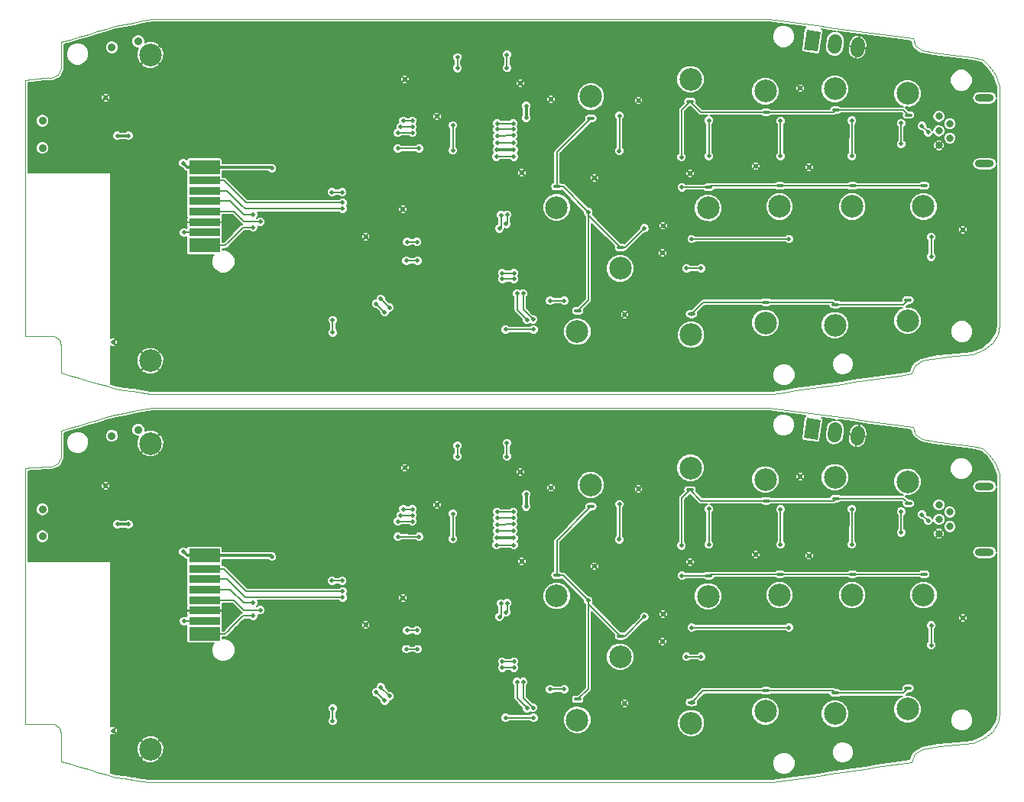
<source format=gbr>
G04 #@! TF.FileFunction,Copper,L2,Bot,Signal*
%FSLAX46Y46*%
G04 Gerber Fmt 4.6, Leading zero omitted, Abs format (unit mm)*
G04 Created by KiCad (PCBNEW 4.0.2+dfsg1-stable) date Sat 02 Apr 2016 08:09:56 PM CEST*
%MOMM*%
G01*
G04 APERTURE LIST*
%ADD10C,0.150000*%
%ADD11C,0.100000*%
%ADD12C,0.508000*%
%ADD13C,0.800000*%
%ADD14O,2.050000X0.850000*%
%ADD15C,0.900000*%
%ADD16C,1.524000*%
%ADD17R,3.429000X1.500000*%
%ADD18R,3.429000X0.889000*%
%ADD19C,2.500000*%
%ADD20O,0.812800X0.406400*%
%ADD21C,0.152400*%
%ADD22C,0.304800*%
%ADD23C,0.190000*%
G04 APERTURE END LIST*
D10*
D11*
X76847362Y-132519297D02*
X76846256Y-131355372D01*
X76847362Y-133709297D02*
X76846256Y-132545372D01*
X184823672Y-130009669D02*
X184823672Y-156552737D01*
X184823672Y-156552737D02*
X184639437Y-157502628D01*
X184639437Y-157502628D02*
X184011984Y-158473819D01*
X184011984Y-158473819D02*
X183028434Y-159241019D01*
X183028434Y-159241019D02*
X181885338Y-159743638D01*
X181885338Y-159743638D02*
X180946166Y-159822981D01*
X180946166Y-159822981D02*
X179997997Y-159911175D01*
X179997997Y-159911175D02*
X179058819Y-160008122D01*
X179058819Y-160008122D02*
X178119541Y-160122762D01*
X178119541Y-160122762D02*
X177189253Y-160255113D01*
X177189253Y-160255113D02*
X176267650Y-160457841D01*
X176267650Y-160457841D02*
X175434781Y-160987006D01*
X175434781Y-160987006D02*
X175062612Y-161877597D01*
X175062612Y-161877597D02*
X173777838Y-162071584D01*
X173777838Y-162071584D02*
X172493062Y-162256725D01*
X172493062Y-162256725D02*
X171208288Y-162441963D01*
X171208288Y-162441963D02*
X169923509Y-162627100D01*
X169923509Y-162627100D02*
X168638634Y-162812238D01*
X168638634Y-162812238D02*
X167353859Y-163006225D01*
X167353859Y-163006225D02*
X166069081Y-163191462D01*
X166069081Y-163191462D02*
X164784297Y-163376600D01*
X164784297Y-163376600D02*
X163499531Y-163561838D01*
X163499531Y-163561838D02*
X162214753Y-163755825D01*
X162214753Y-163755825D02*
X160929978Y-163940963D01*
X160929978Y-163940963D02*
X159645103Y-164126103D01*
X159645103Y-164126103D02*
X90726700Y-164126103D01*
X90726700Y-164126103D02*
X89760847Y-163985012D01*
X89760847Y-163985012D02*
X88795091Y-163835172D01*
X88795091Y-163835172D02*
X87820344Y-163694081D01*
X87820344Y-163694081D02*
X86854587Y-163544141D01*
X86854587Y-163544141D02*
X85853266Y-163253209D01*
X85853266Y-163253209D02*
X84852041Y-162953328D01*
X84852041Y-162953328D02*
X83850816Y-162662397D01*
X83850816Y-162662397D02*
X82849591Y-162362519D01*
X82849591Y-162362519D02*
X81848269Y-162071584D01*
X81848269Y-162071584D02*
X80847034Y-161771803D01*
X80847034Y-161771803D02*
X80855925Y-161031053D01*
X80855925Y-161031053D02*
X80855925Y-159540800D01*
X80855925Y-159540800D02*
X80847034Y-158791300D01*
X80847034Y-158791300D02*
X80643222Y-158094694D01*
X80643222Y-158094694D02*
X80049541Y-157671422D01*
X80049541Y-157671422D02*
X76850841Y-157671422D01*
X76850841Y-157671422D02*
X76850841Y-138536566D01*
X76849578Y-138527719D02*
X76848472Y-137334944D01*
X76848472Y-137304944D02*
X76848472Y-136142072D01*
X76848472Y-136112072D02*
X76847362Y-134939297D01*
X76847362Y-134889297D02*
X76846256Y-133725372D01*
X76844362Y-132319919D02*
X76844362Y-129304216D01*
X76824362Y-129304216D02*
X76823672Y-129304216D01*
X76823672Y-129304216D02*
X77559128Y-129233619D01*
X77559128Y-129233619D02*
X78285691Y-129171972D01*
X78285691Y-129171972D02*
X79021147Y-129118978D01*
X79021147Y-129118978D02*
X79747713Y-129101378D01*
X79747713Y-129101378D02*
X80509747Y-128783900D01*
X80509747Y-128783900D02*
X80837559Y-128016800D01*
X80837559Y-128016800D02*
X80837559Y-125133337D01*
X80837559Y-125133337D02*
X81838784Y-124842306D01*
X81838784Y-124842306D02*
X82848900Y-124542525D01*
X82848900Y-124542525D02*
X83850125Y-124251494D01*
X83850125Y-124251494D02*
X84860231Y-123951713D01*
X84860231Y-123951713D02*
X85861562Y-123651931D01*
X85861562Y-123651931D02*
X86871681Y-123360903D01*
X86871681Y-123360903D02*
X87864012Y-123166913D01*
X87864012Y-123166913D02*
X88865238Y-122972928D01*
X88865238Y-122972928D02*
X89857669Y-122770091D01*
X89857669Y-122770091D02*
X90967963Y-122576103D01*
X90967963Y-122576103D02*
X159237262Y-122576103D01*
X159237262Y-122576103D02*
X160575191Y-122761347D01*
X160575191Y-122761347D02*
X161904319Y-122937631D01*
X161904319Y-122937631D02*
X163242356Y-123114019D01*
X163242356Y-123114019D02*
X164580288Y-123290406D01*
X164580288Y-123290406D02*
X165909425Y-123466694D01*
X165909425Y-123466694D02*
X167247344Y-123651931D01*
X167247344Y-123651931D02*
X168576491Y-123828319D01*
X168576491Y-123828319D02*
X169914519Y-124004609D01*
X169914519Y-124004609D02*
X171252450Y-124180997D01*
X171252450Y-124180997D02*
X172581584Y-124366137D01*
X172581584Y-124366137D02*
X173919516Y-124542525D01*
X173919516Y-124542525D02*
X175257544Y-124718919D01*
X175257544Y-124718919D02*
X175514519Y-125565359D01*
X175514519Y-125565359D02*
X176241084Y-126059225D01*
X176241084Y-126059225D02*
X177605591Y-126297263D01*
X177605591Y-126297263D02*
X178978988Y-126500097D01*
X178978988Y-126500097D02*
X180361278Y-126667644D01*
X180361278Y-126667644D02*
X181743569Y-126799878D01*
X181743569Y-126799878D02*
X182957506Y-127090909D01*
X182957506Y-127090909D02*
X183664756Y-127744300D01*
X183664756Y-127744300D02*
X184364734Y-128767128D01*
X184364734Y-128767128D02*
X184823672Y-130009669D01*
X76847362Y-89459297D02*
X76846256Y-88295372D01*
X76847362Y-90649297D02*
X76846256Y-89485372D01*
X184823672Y-86949669D02*
X184823672Y-113492737D01*
X184823672Y-113492737D02*
X184639437Y-114442628D01*
X184639437Y-114442628D02*
X184011984Y-115413819D01*
X184011984Y-115413819D02*
X183028434Y-116181019D01*
X183028434Y-116181019D02*
X181885338Y-116683638D01*
X181885338Y-116683638D02*
X180946166Y-116762981D01*
X180946166Y-116762981D02*
X179997997Y-116851175D01*
X179997997Y-116851175D02*
X179058819Y-116948122D01*
X179058819Y-116948122D02*
X178119541Y-117062762D01*
X178119541Y-117062762D02*
X177189253Y-117195113D01*
X177189253Y-117195113D02*
X176267650Y-117397841D01*
X176267650Y-117397841D02*
X175434781Y-117927006D01*
X175434781Y-117927006D02*
X175062612Y-118817597D01*
X175062612Y-118817597D02*
X173777838Y-119011584D01*
X173777838Y-119011584D02*
X172493062Y-119196725D01*
X172493062Y-119196725D02*
X171208288Y-119381963D01*
X171208288Y-119381963D02*
X169923509Y-119567100D01*
X169923509Y-119567100D02*
X168638634Y-119752238D01*
X168638634Y-119752238D02*
X167353859Y-119946225D01*
X167353859Y-119946225D02*
X166069081Y-120131462D01*
X166069081Y-120131462D02*
X164784297Y-120316600D01*
X164784297Y-120316600D02*
X163499531Y-120501838D01*
X163499531Y-120501838D02*
X162214753Y-120695825D01*
X162214753Y-120695825D02*
X160929978Y-120880963D01*
X160929978Y-120880963D02*
X159645103Y-121066103D01*
X159645103Y-121066103D02*
X90726700Y-121066103D01*
X90726700Y-121066103D02*
X89760847Y-120925012D01*
X89760847Y-120925012D02*
X88795091Y-120775172D01*
X88795091Y-120775172D02*
X87820344Y-120634081D01*
X87820344Y-120634081D02*
X86854587Y-120484141D01*
X86854587Y-120484141D02*
X85853266Y-120193209D01*
X85853266Y-120193209D02*
X84852041Y-119893328D01*
X84852041Y-119893328D02*
X83850816Y-119602397D01*
X83850816Y-119602397D02*
X82849591Y-119302519D01*
X82849591Y-119302519D02*
X81848269Y-119011584D01*
X81848269Y-119011584D02*
X80847034Y-118711803D01*
X80847034Y-118711803D02*
X80855925Y-117971053D01*
X80855925Y-117971053D02*
X80855925Y-116480800D01*
X80855925Y-116480800D02*
X80847034Y-115731300D01*
X80847034Y-115731300D02*
X80643222Y-115034694D01*
X80643222Y-115034694D02*
X80049541Y-114611422D01*
X80049541Y-114611422D02*
X76850841Y-114611422D01*
X76850841Y-114611422D02*
X76850841Y-95476566D01*
X76849578Y-95467719D02*
X76848472Y-94274944D01*
X76848472Y-94244944D02*
X76848472Y-93082072D01*
X76848472Y-93052072D02*
X76847362Y-91879297D01*
X76847362Y-91829297D02*
X76846256Y-90665372D01*
X76844362Y-89259919D02*
X76844362Y-86244216D01*
X76824362Y-86244216D02*
X76823672Y-86244216D01*
X76823672Y-86244216D02*
X77559128Y-86173619D01*
X77559128Y-86173619D02*
X78285691Y-86111972D01*
X78285691Y-86111972D02*
X79021147Y-86058978D01*
X79021147Y-86058978D02*
X79747713Y-86041378D01*
X79747713Y-86041378D02*
X80509747Y-85723900D01*
X80509747Y-85723900D02*
X80837559Y-84956800D01*
X80837559Y-84956800D02*
X80837559Y-82073337D01*
X80837559Y-82073337D02*
X81838784Y-81782306D01*
X81838784Y-81782306D02*
X82848900Y-81482525D01*
X82848900Y-81482525D02*
X83850125Y-81191494D01*
X83850125Y-81191494D02*
X84860231Y-80891713D01*
X84860231Y-80891713D02*
X85861562Y-80591931D01*
X85861562Y-80591931D02*
X86871681Y-80300903D01*
X86871681Y-80300903D02*
X87864012Y-80106913D01*
X87864012Y-80106913D02*
X88865238Y-79912928D01*
X88865238Y-79912928D02*
X89857669Y-79710091D01*
X89857669Y-79710091D02*
X90967963Y-79516103D01*
X90967963Y-79516103D02*
X159237262Y-79516103D01*
X159237262Y-79516103D02*
X160575191Y-79701347D01*
X160575191Y-79701347D02*
X161904319Y-79877631D01*
X161904319Y-79877631D02*
X163242356Y-80054019D01*
X163242356Y-80054019D02*
X164580288Y-80230406D01*
X164580288Y-80230406D02*
X165909425Y-80406694D01*
X165909425Y-80406694D02*
X167247344Y-80591931D01*
X167247344Y-80591931D02*
X168576491Y-80768319D01*
X168576491Y-80768319D02*
X169914519Y-80944609D01*
X169914519Y-80944609D02*
X171252450Y-81120997D01*
X171252450Y-81120997D02*
X172581584Y-81306137D01*
X172581584Y-81306137D02*
X173919516Y-81482525D01*
X173919516Y-81482525D02*
X175257544Y-81658919D01*
X175257544Y-81658919D02*
X175514519Y-82505359D01*
X175514519Y-82505359D02*
X176241084Y-82999225D01*
X176241084Y-82999225D02*
X177605591Y-83237263D01*
X177605591Y-83237263D02*
X178978988Y-83440097D01*
X178978988Y-83440097D02*
X180361278Y-83607644D01*
X180361278Y-83607644D02*
X181743569Y-83739878D01*
X181743569Y-83739878D02*
X182957506Y-84030909D01*
X182957506Y-84030909D02*
X183664756Y-84684300D01*
X183664756Y-84684300D02*
X184364734Y-85707128D01*
X184364734Y-85707128D02*
X184823672Y-86949669D01*
D12*
X85790000Y-131260000D03*
D13*
X178100000Y-136560000D03*
X179300000Y-135760000D03*
X178100000Y-134960000D03*
X178100000Y-133360000D03*
D14*
X183150000Y-131310000D03*
X183150000Y-138610000D03*
D13*
X179300000Y-134160000D03*
D15*
X78770000Y-133850000D03*
X78770000Y-136850000D03*
X89381555Y-125032573D03*
X86458445Y-125707427D03*
D10*
G36*
X163141706Y-125919673D02*
X163466834Y-123744194D01*
X164974094Y-123969455D01*
X164648966Y-126144934D01*
X163141706Y-125919673D01*
X163141706Y-125919673D01*
G37*
D16*
X166619933Y-124985891D02*
X166520067Y-125654109D01*
X169132033Y-125361327D02*
X169032167Y-126029545D01*
D12*
X114590000Y-146680000D03*
X122480000Y-133360000D03*
X131720000Y-129710000D03*
X143280000Y-155340000D03*
X139930000Y-140170000D03*
X144810000Y-131590000D03*
X157800000Y-138870000D03*
X163700000Y-138990000D03*
X150520000Y-139690000D03*
X147470000Y-148510000D03*
X162750000Y-130230000D03*
X135110000Y-131460000D03*
X131870000Y-139620000D03*
X86568760Y-158381000D03*
D17*
X96730000Y-138988600D03*
D18*
X96730000Y-140457000D03*
X96730000Y-141605400D03*
X96730000Y-142753800D03*
X96730000Y-143912200D03*
X96730000Y-145080600D03*
X96730000Y-146209000D03*
D17*
X96730000Y-147667400D03*
D19*
X139530000Y-131155000D03*
D20*
X139560000Y-133555000D03*
D19*
X135730000Y-143455000D03*
D20*
X135780000Y-141155000D03*
D19*
X138030000Y-157205000D03*
D20*
X138080000Y-154905000D03*
D19*
X142780000Y-150205000D03*
D20*
X142830000Y-147905000D03*
D19*
X150580000Y-129255000D03*
D20*
X150510000Y-131705000D03*
D19*
X152530000Y-143505000D03*
D20*
X152580000Y-141205000D03*
D19*
X150630000Y-157555000D03*
D20*
X150680000Y-155255000D03*
D19*
X158880000Y-130555000D03*
D20*
X158960000Y-132905000D03*
D19*
X160430000Y-143355000D03*
D20*
X160480000Y-141055000D03*
D19*
X158880000Y-156255000D03*
D20*
X158930000Y-153955000D03*
D19*
X166580000Y-130305000D03*
D20*
X166660000Y-132655000D03*
D19*
X168480000Y-143355000D03*
D20*
X168530000Y-141055000D03*
D19*
X166580000Y-156505000D03*
D20*
X166630000Y-154205000D03*
D19*
X176380000Y-143355000D03*
D20*
X176430000Y-141055000D03*
D19*
X174630000Y-130805000D03*
D20*
X174710000Y-133205000D03*
D19*
X174630000Y-156005000D03*
D20*
X174680000Y-153705000D03*
D19*
X90730000Y-126555000D03*
X90730000Y-160455000D03*
D12*
X180750000Y-145910000D03*
X118720000Y-143660000D03*
X118910000Y-129250000D03*
X147530000Y-145480000D03*
X147530000Y-102420000D03*
X118910000Y-86190000D03*
X118720000Y-100600000D03*
X180750000Y-102850000D03*
D17*
X96730000Y-95928600D03*
D18*
X96730000Y-97397000D03*
X96730000Y-98545400D03*
X96730000Y-99693800D03*
X96730000Y-100852200D03*
X96730000Y-102020600D03*
X96730000Y-103149000D03*
D17*
X96730000Y-104607400D03*
D19*
X139530000Y-88095000D03*
D20*
X139560000Y-90495000D03*
D19*
X135730000Y-100395000D03*
D20*
X135780000Y-98095000D03*
D19*
X138030000Y-114145000D03*
D20*
X138080000Y-111845000D03*
D19*
X142780000Y-107145000D03*
D20*
X142830000Y-104845000D03*
D19*
X150580000Y-86195000D03*
D20*
X150510000Y-88645000D03*
D19*
X152530000Y-100445000D03*
D20*
X152580000Y-98145000D03*
D19*
X150630000Y-114495000D03*
D20*
X150680000Y-112195000D03*
D19*
X158880000Y-87495000D03*
D20*
X158960000Y-89845000D03*
D19*
X160430000Y-100295000D03*
D20*
X160480000Y-97995000D03*
D19*
X158880000Y-113195000D03*
D20*
X158930000Y-110895000D03*
D19*
X166580000Y-87245000D03*
D20*
X166660000Y-89595000D03*
D19*
X168480000Y-100295000D03*
D20*
X168530000Y-97995000D03*
D19*
X166580000Y-113445000D03*
D20*
X166630000Y-111145000D03*
D19*
X176380000Y-100295000D03*
D20*
X176430000Y-97995000D03*
D19*
X174630000Y-87745000D03*
D20*
X174710000Y-90145000D03*
D19*
X174630000Y-112945000D03*
D20*
X174680000Y-110645000D03*
D19*
X90730000Y-83495000D03*
X90730000Y-117395000D03*
D12*
X86568760Y-115321000D03*
X131870000Y-96560000D03*
X135110000Y-88400000D03*
X162750000Y-87170000D03*
X147470000Y-105450000D03*
X150520000Y-96630000D03*
X163700000Y-95930000D03*
X157800000Y-95810000D03*
X144810000Y-88530000D03*
X139930000Y-97110000D03*
X143280000Y-112280000D03*
X131720000Y-86650000D03*
X122480000Y-90300000D03*
X114590000Y-103620000D03*
D10*
G36*
X163141706Y-82859673D02*
X163466834Y-80684194D01*
X164974094Y-80909455D01*
X164648966Y-83084934D01*
X163141706Y-82859673D01*
X163141706Y-82859673D01*
G37*
D16*
X166619933Y-81925891D02*
X166520067Y-82594109D01*
X169132033Y-82301327D02*
X169032167Y-82969545D01*
D15*
X89381555Y-81972573D03*
X86458445Y-82647427D03*
X78770000Y-90790000D03*
X78770000Y-93790000D03*
D13*
X178100000Y-93500000D03*
X179300000Y-92700000D03*
X178100000Y-91900000D03*
X178100000Y-90300000D03*
D14*
X183150000Y-88250000D03*
X183150000Y-95550000D03*
D13*
X179300000Y-91100000D03*
D12*
X85790000Y-88200000D03*
X102900000Y-145030000D03*
X102900000Y-101970000D03*
X102130000Y-144230000D03*
X102130000Y-101170000D03*
X102130000Y-145650000D03*
X102130000Y-102590000D03*
X112040000Y-142930000D03*
X112040000Y-99870000D03*
X120260000Y-147280000D03*
X119185000Y-147280000D03*
X112040000Y-143610000D03*
X112040000Y-100550000D03*
X119185000Y-104220000D03*
X120260000Y-104220000D03*
X110940000Y-155940000D03*
X110940000Y-157310000D03*
X110940000Y-114250000D03*
X110940000Y-112880000D03*
X129170000Y-136250000D03*
X130940000Y-136250000D03*
X110840000Y-141770000D03*
X111990000Y-141780000D03*
X111990000Y-98720000D03*
X110840000Y-98710000D03*
X130940000Y-93190000D03*
X129170000Y-93190000D03*
X118150000Y-136900000D03*
X120510000Y-136910000D03*
X129070000Y-137820000D03*
X131000000Y-137820000D03*
X131000000Y-94760000D03*
X129070000Y-94760000D03*
X120510000Y-93850000D03*
X118150000Y-93840000D03*
X130930000Y-135470000D03*
X129150000Y-135520000D03*
X118150000Y-135180000D03*
X119750000Y-135180000D03*
X119750000Y-92120000D03*
X118150000Y-92120000D03*
X129150000Y-92460000D03*
X130930000Y-92410000D03*
X129570000Y-144290000D03*
X129420000Y-145780000D03*
X129420000Y-102720000D03*
X129570000Y-101230000D03*
X130150000Y-145270000D03*
X130260000Y-144250000D03*
X130260000Y-101190000D03*
X130150000Y-102210000D03*
X118760000Y-133840000D03*
X119770000Y-133840000D03*
X130930000Y-134130000D03*
X129160000Y-134130000D03*
X129160000Y-91070000D03*
X130930000Y-91070000D03*
X119770000Y-90780000D03*
X118760000Y-90780000D03*
X129170000Y-134800000D03*
X130940000Y-134800000D03*
X119760000Y-134510000D03*
X118460000Y-134510000D03*
X118460000Y-91450000D03*
X119760000Y-91450000D03*
X130940000Y-91740000D03*
X129170000Y-91740000D03*
X124770000Y-128000000D03*
X124770000Y-126810000D03*
X124770000Y-83750000D03*
X124770000Y-84940000D03*
X124260000Y-137130000D03*
X124260000Y-134340000D03*
X130240000Y-127990000D03*
X130240000Y-126510000D03*
X130240000Y-83450000D03*
X130240000Y-84930000D03*
X124260000Y-91280000D03*
X124260000Y-94070000D03*
X132370000Y-132190000D03*
X132370000Y-133530000D03*
X132370000Y-90470000D03*
X132370000Y-89130000D03*
X176200000Y-134420000D03*
X176910000Y-135130000D03*
X176910000Y-92070000D03*
X176200000Y-91360000D03*
X104210000Y-139105000D03*
X94385000Y-138555000D03*
X88310000Y-135510000D03*
X87070000Y-135510000D03*
X129140000Y-137040000D03*
X130980000Y-137040000D03*
X130980000Y-93980000D03*
X129140000Y-93980000D03*
X87070000Y-92450000D03*
X88310000Y-92450000D03*
X94385000Y-95495000D03*
X104210000Y-96045000D03*
X109460000Y-135055000D03*
X117260000Y-152730000D03*
X120310000Y-154610000D03*
X123490000Y-138170000D03*
X111985000Y-137530000D03*
X108310000Y-140105000D03*
X107510000Y-150330000D03*
X93735000Y-135455000D03*
X104585000Y-146680000D03*
X128330000Y-152250000D03*
X131920000Y-151040000D03*
X128590000Y-149630000D03*
X128370000Y-148370000D03*
X125010000Y-148460000D03*
X125070000Y-150810000D03*
X126130000Y-141360000D03*
X120950000Y-153890000D03*
X102510000Y-162780000D03*
X99780000Y-157860000D03*
X99770000Y-156650000D03*
X100760000Y-157900000D03*
X100760000Y-156650000D03*
X102710000Y-159550000D03*
X97250000Y-162440000D03*
X96840000Y-161280000D03*
X100000000Y-160670000D03*
X108160000Y-146680000D03*
X170270000Y-140130000D03*
X181760000Y-148500000D03*
X97340000Y-150570000D03*
X105490000Y-160940000D03*
X91500000Y-138640000D03*
X89330000Y-134030000D03*
X94500000Y-142810000D03*
X111080000Y-154670000D03*
X112260000Y-149600000D03*
X92440000Y-155670000D03*
X104350000Y-153260000D03*
X173060000Y-151830000D03*
X173060000Y-108770000D03*
X104350000Y-110200000D03*
X92440000Y-112610000D03*
X112260000Y-106540000D03*
X111080000Y-111610000D03*
X94500000Y-99750000D03*
X89330000Y-90970000D03*
X91500000Y-95580000D03*
X105490000Y-117880000D03*
X97340000Y-107510000D03*
X181760000Y-105440000D03*
X170270000Y-97070000D03*
X108160000Y-103620000D03*
X100000000Y-117610000D03*
X96840000Y-118220000D03*
X97250000Y-119380000D03*
X102710000Y-116490000D03*
X100760000Y-113590000D03*
X100760000Y-114840000D03*
X99770000Y-113590000D03*
X99780000Y-114800000D03*
X102510000Y-119720000D03*
X120950000Y-110830000D03*
X126130000Y-98300000D03*
X125070000Y-107750000D03*
X125010000Y-105400000D03*
X128370000Y-105310000D03*
X128590000Y-106570000D03*
X131920000Y-107980000D03*
X128330000Y-109190000D03*
X104585000Y-103620000D03*
X93735000Y-92395000D03*
X107510000Y-107270000D03*
X108310000Y-97045000D03*
X111985000Y-94470000D03*
X123490000Y-95110000D03*
X120310000Y-111550000D03*
X117260000Y-109670000D03*
X109460000Y-91995000D03*
X152610000Y-143555000D03*
X150660000Y-129280000D03*
X150610000Y-157455000D03*
X152610000Y-133810000D03*
X152610000Y-137760000D03*
X138030000Y-157205000D03*
X138030000Y-114145000D03*
X152610000Y-94700000D03*
X152610000Y-90750000D03*
X150610000Y-114395000D03*
X150660000Y-86220000D03*
X152610000Y-100495000D03*
X160535000Y-143355000D03*
X158880000Y-156255000D03*
X158910000Y-130480000D03*
X151735000Y-150205000D03*
X142780000Y-150205000D03*
X150135000Y-150205000D03*
X160540000Y-137760000D03*
X160540000Y-133860000D03*
X160540000Y-90800000D03*
X160540000Y-94700000D03*
X150135000Y-107145000D03*
X142780000Y-107145000D03*
X151735000Y-107145000D03*
X158910000Y-87420000D03*
X158880000Y-113195000D03*
X160535000Y-100295000D03*
X168510000Y-143280000D03*
X166580000Y-156505000D03*
X166685000Y-130330000D03*
X168480000Y-143355000D03*
X161485000Y-146955000D03*
X150710000Y-146955000D03*
X135860000Y-143455000D03*
X168470000Y-137760000D03*
X168470000Y-133830000D03*
X168470000Y-90770000D03*
X168470000Y-94700000D03*
X135860000Y-100395000D03*
X150710000Y-103895000D03*
X161485000Y-103895000D03*
X168480000Y-100295000D03*
X166685000Y-87270000D03*
X166580000Y-113445000D03*
X168510000Y-100220000D03*
X176335000Y-143430000D03*
X174735000Y-130855000D03*
X173900000Y-134110000D03*
X173900000Y-136410000D03*
X140010000Y-131330000D03*
X142680000Y-137200000D03*
X142700000Y-133290000D03*
X177260000Y-148910000D03*
X177240000Y-146720000D03*
X174630000Y-156005000D03*
X174630000Y-112945000D03*
X177240000Y-103660000D03*
X177260000Y-105850000D03*
X142700000Y-90230000D03*
X142680000Y-94140000D03*
X140010000Y-88270000D03*
X173900000Y-93350000D03*
X173900000Y-91050000D03*
X174735000Y-87795000D03*
X176335000Y-100370000D03*
X94460000Y-146230000D03*
X94460000Y-103170000D03*
X150685000Y-155255000D03*
X150685000Y-112195000D03*
X149635000Y-141205000D03*
X149635000Y-98145000D03*
X149590000Y-137860000D03*
X149590000Y-94800000D03*
X145460000Y-145755000D03*
X139260000Y-143980000D03*
X139260000Y-100920000D03*
X145460000Y-102695000D03*
X131020000Y-150730000D03*
X129710000Y-150730000D03*
X129710000Y-107670000D03*
X131020000Y-107670000D03*
X129720000Y-151400000D03*
X131020000Y-151400000D03*
X131020000Y-108340000D03*
X129720000Y-108340000D03*
X132450000Y-155900000D03*
X131360000Y-152990000D03*
X116240000Y-153590000D03*
X117210000Y-154560000D03*
X117210000Y-111500000D03*
X116240000Y-110530000D03*
X131360000Y-109930000D03*
X132450000Y-112840000D03*
X132030000Y-152990000D03*
X115740000Y-154120000D03*
X116680000Y-155060000D03*
X133140000Y-155850000D03*
X133140000Y-112790000D03*
X116680000Y-112000000D03*
X115740000Y-111060000D03*
X132030000Y-109930000D03*
X120340000Y-149360000D03*
X119100000Y-149360000D03*
X119100000Y-106300000D03*
X120340000Y-106300000D03*
X130090000Y-156970000D03*
X133170000Y-156970000D03*
X133170000Y-113910000D03*
X130090000Y-113910000D03*
X135020000Y-153800000D03*
X136590000Y-153800000D03*
X136590000Y-110740000D03*
X135020000Y-110740000D03*
D21*
X101100000Y-145030000D02*
X102900000Y-145030000D01*
X99982200Y-143912200D02*
X101100000Y-145030000D01*
X96730000Y-143912200D02*
X99982200Y-143912200D01*
X96730000Y-100852200D02*
X99982200Y-100852200D01*
X99982200Y-100852200D02*
X101100000Y-101970000D01*
X101100000Y-101970000D02*
X102900000Y-101970000D01*
X101070000Y-144230000D02*
X102130000Y-144230000D01*
X99593800Y-142753800D02*
X101070000Y-144230000D01*
X96730000Y-142753800D02*
X99593800Y-142753800D01*
X96730000Y-99693800D02*
X99593800Y-99693800D01*
X99593800Y-99693800D02*
X101070000Y-101170000D01*
X101070000Y-101170000D02*
X102130000Y-101170000D01*
X99370000Y-147295000D02*
X98997600Y-147667400D01*
X98997600Y-147667400D02*
X96730000Y-147667400D01*
X99575000Y-147095000D02*
X99370000Y-147300000D01*
X99370000Y-147300000D02*
X99370000Y-147295000D01*
X101020000Y-145650000D02*
X102130000Y-145650000D01*
X99575000Y-147095000D02*
X101020000Y-145650000D01*
X99575000Y-104035000D02*
X101020000Y-102590000D01*
X101020000Y-102590000D02*
X102130000Y-102590000D01*
X99370000Y-104240000D02*
X99370000Y-104235000D01*
X99575000Y-104035000D02*
X99370000Y-104240000D01*
X98997600Y-104607400D02*
X96730000Y-104607400D01*
X99370000Y-104235000D02*
X98997600Y-104607400D01*
X100885000Y-142505000D02*
X98837000Y-140457000D01*
X98837000Y-140457000D02*
X96730000Y-140457000D01*
X101310000Y-142930000D02*
X100885000Y-142505000D01*
X112040000Y-142930000D02*
X101310000Y-142930000D01*
X112040000Y-99870000D02*
X101310000Y-99870000D01*
X101310000Y-99870000D02*
X100885000Y-99445000D01*
X98837000Y-97397000D02*
X96730000Y-97397000D01*
X100885000Y-99445000D02*
X98837000Y-97397000D01*
X99235400Y-141605400D02*
X96730000Y-141605400D01*
X100835000Y-143205000D02*
X99235400Y-141605400D01*
X120260000Y-147280000D02*
X119185000Y-147280000D01*
X101240000Y-143610000D02*
X112040000Y-143610000D01*
X100835000Y-143205000D02*
X101240000Y-143610000D01*
X100835000Y-100145000D02*
X101240000Y-100550000D01*
X101240000Y-100550000D02*
X112040000Y-100550000D01*
X120260000Y-104220000D02*
X119185000Y-104220000D01*
X100835000Y-100145000D02*
X99235400Y-98545400D01*
X99235400Y-98545400D02*
X96730000Y-98545400D01*
X110935000Y-157055000D02*
X110940000Y-155940000D01*
X110940000Y-157310000D02*
X110935000Y-157055000D01*
X110940000Y-114250000D02*
X110935000Y-113995000D01*
X110935000Y-113995000D02*
X110940000Y-112880000D01*
X129170000Y-136250000D02*
X130940000Y-136250000D01*
X111980000Y-141770000D02*
X111990000Y-141780000D01*
X110840000Y-141770000D02*
X111980000Y-141770000D01*
X110840000Y-98710000D02*
X111980000Y-98710000D01*
X111980000Y-98710000D02*
X111990000Y-98720000D01*
X129170000Y-93190000D02*
X130940000Y-93190000D01*
X118150000Y-136900000D02*
X120510000Y-136910000D01*
X129070000Y-137820000D02*
X131000000Y-137820000D01*
X129070000Y-94760000D02*
X131000000Y-94760000D01*
X118150000Y-93840000D02*
X120510000Y-93850000D01*
X129150000Y-135520000D02*
X130930000Y-135470000D01*
X119750000Y-135180000D02*
X118150000Y-135180000D01*
X119750000Y-92120000D02*
X118150000Y-92120000D01*
X129150000Y-92460000D02*
X130930000Y-92410000D01*
X129420000Y-145780000D02*
X129570000Y-145630000D01*
X129570000Y-145630000D02*
X129570000Y-144290000D01*
X129570000Y-102570000D02*
X129570000Y-101230000D01*
X129420000Y-102720000D02*
X129570000Y-102570000D01*
X130150000Y-145270000D02*
X130260000Y-145160000D01*
X130260000Y-145160000D02*
X130260000Y-144250000D01*
X130260000Y-102100000D02*
X130260000Y-101190000D01*
X130150000Y-102210000D02*
X130260000Y-102100000D01*
X119770000Y-133840000D02*
X118760000Y-133840000D01*
X129160000Y-134130000D02*
X130930000Y-134130000D01*
X129160000Y-91070000D02*
X130930000Y-91070000D01*
X119770000Y-90780000D02*
X118760000Y-90780000D01*
X129170000Y-134800000D02*
X130940000Y-134800000D01*
X119760000Y-134510000D02*
X118460000Y-134510000D01*
X119760000Y-91450000D02*
X118460000Y-91450000D01*
X129170000Y-91740000D02*
X130940000Y-91740000D01*
X124770000Y-128000000D02*
X124770000Y-126810000D01*
X124770000Y-84940000D02*
X124770000Y-83750000D01*
X124260000Y-137130000D02*
X124260000Y-134340000D01*
X130240000Y-127990000D02*
X130240000Y-126510000D01*
X130240000Y-84930000D02*
X130240000Y-83450000D01*
X124260000Y-94070000D02*
X124260000Y-91280000D01*
D22*
X132370000Y-133530000D02*
X132370000Y-132190000D01*
X132370000Y-90470000D02*
X132370000Y-89130000D01*
D21*
X176200000Y-134420000D02*
X176910000Y-135130000D01*
X176200000Y-91360000D02*
X176910000Y-92070000D01*
D22*
X96730000Y-138988600D02*
X101660000Y-138988600D01*
X104093600Y-138988600D02*
X104210000Y-139105000D01*
X101660000Y-138988600D02*
X104093600Y-138988600D01*
X94818600Y-138988600D02*
X96730000Y-138988600D01*
X94385000Y-138555000D02*
X94818600Y-138988600D01*
X88310000Y-135510000D02*
X87060000Y-135510000D01*
X87060000Y-135510000D02*
X87070000Y-135510000D01*
X129140000Y-137040000D02*
X130980000Y-137040000D01*
X129140000Y-93980000D02*
X130980000Y-93980000D01*
X87060000Y-92450000D02*
X87070000Y-92450000D01*
X88310000Y-92450000D02*
X87060000Y-92450000D01*
X94385000Y-95495000D02*
X94818600Y-95928600D01*
X94818600Y-95928600D02*
X96730000Y-95928600D01*
X101660000Y-95928600D02*
X104093600Y-95928600D01*
X104093600Y-95928600D02*
X104210000Y-96045000D01*
X96730000Y-95928600D02*
X101660000Y-95928600D01*
D21*
X152560000Y-143505000D02*
X152530000Y-143505000D01*
X152560000Y-143505000D02*
X152610000Y-143555000D01*
X150635000Y-129255000D02*
X150580000Y-129255000D01*
X150660000Y-129280000D02*
X150635000Y-129255000D01*
X150630000Y-157475000D02*
X150630000Y-157555000D01*
X150610000Y-157455000D02*
X150630000Y-157475000D01*
X152610000Y-133810000D02*
X152610000Y-137760000D01*
X152610000Y-90750000D02*
X152610000Y-94700000D01*
X150610000Y-114395000D02*
X150630000Y-114415000D01*
X150630000Y-114415000D02*
X150630000Y-114495000D01*
X150660000Y-86220000D02*
X150635000Y-86195000D01*
X150635000Y-86195000D02*
X150580000Y-86195000D01*
X152560000Y-100445000D02*
X152610000Y-100495000D01*
X152560000Y-100445000D02*
X152530000Y-100445000D01*
X160430000Y-143355000D02*
X160535000Y-143355000D01*
X158880000Y-130510000D02*
X158880000Y-130555000D01*
X158910000Y-130480000D02*
X158880000Y-130510000D01*
X150135000Y-150205000D02*
X151910000Y-150205000D01*
X151910000Y-150205000D02*
X151735000Y-150205000D01*
X160540000Y-137760000D02*
X160540000Y-133860000D01*
X160540000Y-94700000D02*
X160540000Y-90800000D01*
X151910000Y-107145000D02*
X151735000Y-107145000D01*
X150135000Y-107145000D02*
X151910000Y-107145000D01*
X158910000Y-87420000D02*
X158880000Y-87450000D01*
X158880000Y-87450000D02*
X158880000Y-87495000D01*
X160430000Y-100295000D02*
X160535000Y-100295000D01*
X168510000Y-143325000D02*
X168510000Y-143280000D01*
X166605000Y-130330000D02*
X166580000Y-130305000D01*
X166685000Y-130330000D02*
X166605000Y-130330000D01*
X168510000Y-143325000D02*
X168480000Y-143355000D01*
X161485000Y-146955000D02*
X151860000Y-146955000D01*
X151860000Y-146955000D02*
X150710000Y-146955000D01*
X135860000Y-143455000D02*
X135730000Y-143455000D01*
X168470000Y-137760000D02*
X168460000Y-137750000D01*
X168460000Y-137750000D02*
X168470000Y-133830000D01*
X168460000Y-94690000D02*
X168470000Y-90770000D01*
X168470000Y-94700000D02*
X168460000Y-94690000D01*
X135860000Y-100395000D02*
X135730000Y-100395000D01*
X151860000Y-103895000D02*
X150710000Y-103895000D01*
X161485000Y-103895000D02*
X151860000Y-103895000D01*
X168510000Y-100265000D02*
X168480000Y-100295000D01*
X166685000Y-87270000D02*
X166605000Y-87270000D01*
X166605000Y-87270000D02*
X166580000Y-87245000D01*
X168510000Y-100265000D02*
X168510000Y-100220000D01*
X176335000Y-143400000D02*
X176380000Y-143355000D01*
X176335000Y-143400000D02*
X176335000Y-143430000D01*
X174685000Y-130805000D02*
X174630000Y-130805000D01*
X174735000Y-130855000D02*
X174685000Y-130805000D01*
X173900000Y-134110000D02*
X173900000Y-136410000D01*
X139705000Y-131330000D02*
X139530000Y-131155000D01*
X140010000Y-131330000D02*
X139705000Y-131330000D01*
X142700000Y-133290000D02*
X142695000Y-137185000D01*
X142695000Y-137185000D02*
X142680000Y-137200000D01*
X177260000Y-148910000D02*
X177240000Y-146720000D01*
X177260000Y-105850000D02*
X177240000Y-103660000D01*
X142695000Y-94125000D02*
X142680000Y-94140000D01*
X142700000Y-90230000D02*
X142695000Y-94125000D01*
X140010000Y-88270000D02*
X139705000Y-88270000D01*
X139705000Y-88270000D02*
X139530000Y-88095000D01*
X173900000Y-91050000D02*
X173900000Y-93350000D01*
X174735000Y-87795000D02*
X174685000Y-87745000D01*
X174685000Y-87745000D02*
X174630000Y-87745000D01*
X176335000Y-100340000D02*
X176335000Y-100370000D01*
X176335000Y-100340000D02*
X176380000Y-100295000D01*
X94460000Y-146230000D02*
X94481000Y-146209000D01*
X94481000Y-146209000D02*
X96730000Y-146209000D01*
X94481000Y-103149000D02*
X96730000Y-103149000D01*
X94460000Y-103170000D02*
X94481000Y-103149000D01*
X166380000Y-153955000D02*
X166630000Y-154205000D01*
X158930000Y-153955000D02*
X166380000Y-153955000D01*
X151980000Y-153955000D02*
X150680000Y-155255000D01*
X158930000Y-153955000D02*
X151980000Y-153955000D01*
X174180000Y-154205000D02*
X174680000Y-153705000D01*
X166630000Y-154205000D02*
X174180000Y-154205000D01*
X150685000Y-155255000D02*
X150680000Y-155255000D01*
X150685000Y-112195000D02*
X150680000Y-112195000D01*
X166630000Y-111145000D02*
X174180000Y-111145000D01*
X174180000Y-111145000D02*
X174680000Y-110645000D01*
X158930000Y-110895000D02*
X151980000Y-110895000D01*
X151980000Y-110895000D02*
X150680000Y-112195000D01*
X158930000Y-110895000D02*
X166380000Y-110895000D01*
X166380000Y-110895000D02*
X166630000Y-111145000D01*
X152730000Y-141055000D02*
X152580000Y-141205000D01*
X160480000Y-141055000D02*
X152730000Y-141055000D01*
X160480000Y-141055000D02*
X168530000Y-141055000D01*
X168530000Y-141055000D02*
X176430000Y-141055000D01*
X149635000Y-141205000D02*
X152580000Y-141205000D01*
X149635000Y-98145000D02*
X152580000Y-98145000D01*
X168530000Y-97995000D02*
X176430000Y-97995000D01*
X160480000Y-97995000D02*
X168530000Y-97995000D01*
X160480000Y-97995000D02*
X152730000Y-97995000D01*
X152730000Y-97995000D02*
X152580000Y-98145000D01*
X150510000Y-131690000D02*
X150510000Y-131705000D01*
X174160000Y-132655000D02*
X166660000Y-132655000D01*
X174710000Y-133205000D02*
X174160000Y-132655000D01*
X166410000Y-132905000D02*
X158960000Y-132905000D01*
X166660000Y-132655000D02*
X166410000Y-132905000D01*
X151710000Y-132905000D02*
X150510000Y-131705000D01*
X158960000Y-132905000D02*
X151710000Y-132905000D01*
X149590000Y-137860000D02*
X149590000Y-132625000D01*
X149590000Y-132625000D02*
X150510000Y-131705000D01*
X149590000Y-89565000D02*
X150510000Y-88645000D01*
X149590000Y-94800000D02*
X149590000Y-89565000D01*
X158960000Y-89845000D02*
X151710000Y-89845000D01*
X151710000Y-89845000D02*
X150510000Y-88645000D01*
X166660000Y-89595000D02*
X166410000Y-89845000D01*
X166410000Y-89845000D02*
X158960000Y-89845000D01*
X174710000Y-90145000D02*
X174160000Y-89595000D01*
X174160000Y-89595000D02*
X166660000Y-89595000D01*
X150510000Y-88630000D02*
X150510000Y-88645000D01*
X135780000Y-141155000D02*
X136080000Y-141155000D01*
X142830000Y-147785000D02*
X142830000Y-147905000D01*
X139260000Y-144335000D02*
X139260000Y-143980000D01*
X142830000Y-147905000D02*
X139260000Y-144335000D01*
X139260000Y-153725000D02*
X138080000Y-154905000D01*
X139260000Y-143980000D02*
X139260000Y-153725000D01*
X136435000Y-141155000D02*
X135780000Y-141155000D01*
X139260000Y-143980000D02*
X136435000Y-141155000D01*
X143310000Y-147905000D02*
X142830000Y-147905000D01*
X145460000Y-145755000D02*
X143310000Y-147905000D01*
X135780000Y-137335000D02*
X135780000Y-141155000D01*
X139560000Y-133555000D02*
X135780000Y-137335000D01*
X139560000Y-90495000D02*
X135780000Y-94275000D01*
X135780000Y-94275000D02*
X135780000Y-98095000D01*
X145460000Y-102695000D02*
X143310000Y-104845000D01*
X143310000Y-104845000D02*
X142830000Y-104845000D01*
X139260000Y-100920000D02*
X136435000Y-98095000D01*
X136435000Y-98095000D02*
X135780000Y-98095000D01*
X139260000Y-100920000D02*
X139260000Y-110665000D01*
X139260000Y-110665000D02*
X138080000Y-111845000D01*
X142830000Y-104845000D02*
X139260000Y-101275000D01*
X139260000Y-101275000D02*
X139260000Y-100920000D01*
X142830000Y-104725000D02*
X142830000Y-104845000D01*
X135780000Y-98095000D02*
X136080000Y-98095000D01*
X131020000Y-150730000D02*
X129710000Y-150730000D01*
X131020000Y-107670000D02*
X129710000Y-107670000D01*
X131020000Y-151400000D02*
X129720000Y-151400000D01*
X131020000Y-108340000D02*
X129720000Y-108340000D01*
X131360000Y-154810000D02*
X132450000Y-155900000D01*
X131360000Y-152990000D02*
X131360000Y-154810000D01*
X116240000Y-153590000D02*
X117210000Y-154560000D01*
X116240000Y-110530000D02*
X117210000Y-111500000D01*
X131360000Y-109930000D02*
X131360000Y-111750000D01*
X131360000Y-111750000D02*
X132450000Y-112840000D01*
X115740000Y-154120000D02*
X116680000Y-155060000D01*
X132030000Y-154740000D02*
X133140000Y-155850000D01*
X132030000Y-152990000D02*
X132030000Y-154740000D01*
X132030000Y-109930000D02*
X132030000Y-111680000D01*
X132030000Y-111680000D02*
X133140000Y-112790000D01*
X115740000Y-111060000D02*
X116680000Y-112000000D01*
X120340000Y-149360000D02*
X119100000Y-149360000D01*
X120340000Y-106300000D02*
X119100000Y-106300000D01*
X133170000Y-156970000D02*
X130090000Y-156970000D01*
X133170000Y-113910000D02*
X130090000Y-113910000D01*
X136590000Y-153800000D02*
X135020000Y-153800000D01*
X136590000Y-110740000D02*
X135020000Y-110740000D01*
D23*
G36*
X160527875Y-80043087D02*
X160528878Y-80043028D01*
X160529830Y-80043352D01*
X161858958Y-80219636D01*
X161859097Y-80219627D01*
X161859229Y-80219672D01*
X163197266Y-80396060D01*
X163197269Y-80396060D01*
X163345370Y-80415585D01*
X163291281Y-80439962D01*
X163210092Y-80527504D01*
X163169359Y-80639736D01*
X162844231Y-82815215D01*
X162848416Y-82926375D01*
X162897474Y-83035226D01*
X162985016Y-83116415D01*
X163097248Y-83157148D01*
X164604508Y-83382409D01*
X164715668Y-83378224D01*
X164824519Y-83329166D01*
X164905708Y-83241624D01*
X164946441Y-83129392D01*
X165271569Y-80953913D01*
X165267384Y-80842753D01*
X165218326Y-80733902D01*
X165130784Y-80652713D01*
X165125263Y-80650709D01*
X165863137Y-80748576D01*
X166661854Y-80859160D01*
X166368261Y-80873262D01*
X165995244Y-81049188D01*
X165717946Y-81354470D01*
X165578582Y-81742630D01*
X165470638Y-82464900D01*
X165490425Y-82876846D01*
X165666351Y-83249863D01*
X165971633Y-83527161D01*
X166359793Y-83666525D01*
X166771739Y-83646738D01*
X167144756Y-83470812D01*
X167422054Y-83165530D01*
X167538885Y-82840127D01*
X168030898Y-82840127D01*
X168057589Y-83233147D01*
X168232651Y-83586036D01*
X168529431Y-83845070D01*
X168709620Y-83926024D01*
X168829596Y-83909435D01*
X168911922Y-83909435D01*
X169060973Y-83978534D01*
X169256957Y-83953800D01*
X169616504Y-83792854D01*
X169887091Y-83506568D01*
X170027523Y-83138524D01*
X170077456Y-82804415D01*
X169098924Y-82658173D01*
X168911922Y-83909435D01*
X168829596Y-83909435D01*
X168872361Y-83903522D01*
X169059363Y-82652260D01*
X168834220Y-82618612D01*
X169104837Y-82618612D01*
X170083369Y-82764855D01*
X170133302Y-82430745D01*
X170106611Y-82037725D01*
X169931549Y-81684836D01*
X169634769Y-81425802D01*
X169454580Y-81344848D01*
X169291839Y-81367350D01*
X169104837Y-82618612D01*
X168834220Y-82618612D01*
X168080831Y-82506017D01*
X168030898Y-82840127D01*
X167538885Y-82840127D01*
X167561418Y-82777370D01*
X167607884Y-82466457D01*
X168086744Y-82466457D01*
X169065276Y-82612699D01*
X169252278Y-81361437D01*
X169103227Y-81292338D01*
X168907243Y-81317072D01*
X168547696Y-81478018D01*
X168277109Y-81764304D01*
X168136677Y-82132348D01*
X168086744Y-82466457D01*
X167607884Y-82466457D01*
X167669362Y-82055099D01*
X167649575Y-81643154D01*
X167473649Y-81270137D01*
X167168367Y-80992838D01*
X166880264Y-80889399D01*
X167200029Y-80933671D01*
X167201018Y-80933613D01*
X167201958Y-80933933D01*
X168531105Y-81110321D01*
X168531270Y-81110310D01*
X168531425Y-81110363D01*
X169869453Y-81286653D01*
X169869455Y-81286653D01*
X171206044Y-81462864D01*
X172533987Y-81647838D01*
X172535273Y-81647763D01*
X172536491Y-81648177D01*
X173874420Y-81824565D01*
X173874424Y-81824566D01*
X174992014Y-81971899D01*
X175184398Y-82605583D01*
X175207645Y-82649052D01*
X175226149Y-82694746D01*
X175239144Y-82707949D01*
X175247881Y-82724286D01*
X175285995Y-82755551D01*
X175320575Y-82790685D01*
X176047141Y-83284551D01*
X176052239Y-83286710D01*
X176056246Y-83290532D01*
X176114037Y-83312885D01*
X176171094Y-83337051D01*
X176176631Y-83337095D01*
X176181794Y-83339092D01*
X177546301Y-83577130D01*
X177550875Y-83577022D01*
X177555185Y-83578561D01*
X178928582Y-83781395D01*
X178933140Y-83781168D01*
X178937474Y-83782590D01*
X180319764Y-83950137D01*
X180324181Y-83949802D01*
X180328424Y-83951076D01*
X181686648Y-84081008D01*
X182789523Y-84345412D01*
X183402038Y-84911283D01*
X184055903Y-85866728D01*
X184478672Y-87011346D01*
X184478672Y-88163591D01*
X184441053Y-87974468D01*
X184284977Y-87740883D01*
X184051392Y-87584807D01*
X183775860Y-87530000D01*
X182524140Y-87530000D01*
X182248608Y-87584807D01*
X182015023Y-87740883D01*
X181858947Y-87974468D01*
X181804140Y-88250000D01*
X181858947Y-88525532D01*
X182015023Y-88759117D01*
X182248608Y-88915193D01*
X182524140Y-88970000D01*
X183775860Y-88970000D01*
X184051392Y-88915193D01*
X184284977Y-88759117D01*
X184441053Y-88525532D01*
X184478672Y-88336409D01*
X184478672Y-95463591D01*
X184441053Y-95274468D01*
X184284977Y-95040883D01*
X184051392Y-94884807D01*
X183775860Y-94830000D01*
X182524140Y-94830000D01*
X182248608Y-94884807D01*
X182015023Y-95040883D01*
X181858947Y-95274468D01*
X181804140Y-95550000D01*
X181858947Y-95825532D01*
X182015023Y-96059117D01*
X182248608Y-96215193D01*
X182524140Y-96270000D01*
X183775860Y-96270000D01*
X184051392Y-96215193D01*
X184284977Y-96059117D01*
X184441053Y-95825532D01*
X184478672Y-95636409D01*
X184478672Y-113459591D01*
X184313452Y-114311444D01*
X183753831Y-115177641D01*
X182850176Y-115882521D01*
X181799055Y-116344699D01*
X180917123Y-116419206D01*
X180915694Y-116419618D01*
X180914214Y-116419464D01*
X179966045Y-116507658D01*
X179964341Y-116508165D01*
X179962572Y-116507999D01*
X179023394Y-116604946D01*
X179020277Y-116605907D01*
X179017021Y-116605663D01*
X178077744Y-116720303D01*
X178074431Y-116721393D01*
X178070948Y-116721201D01*
X177140660Y-116853552D01*
X177128265Y-116857904D01*
X177115134Y-116858169D01*
X176193531Y-117060897D01*
X176138577Y-117084970D01*
X176082637Y-117106645D01*
X175249769Y-117635809D01*
X175222737Y-117661623D01*
X175191595Y-117682291D01*
X175174528Y-117707661D01*
X175152416Y-117728777D01*
X175137321Y-117762970D01*
X175116458Y-117793982D01*
X174819144Y-118505448D01*
X173727595Y-118670260D01*
X172443855Y-118855252D01*
X172443842Y-118855257D01*
X172443829Y-118855256D01*
X171159083Y-119040490D01*
X169874303Y-119225627D01*
X169874301Y-119225628D01*
X168589431Y-119410765D01*
X168588312Y-119411160D01*
X168587126Y-119411105D01*
X167303526Y-119604915D01*
X166019876Y-119789989D01*
X164735091Y-119975127D01*
X164735078Y-119975132D01*
X164735064Y-119975131D01*
X163450298Y-120160369D01*
X163449193Y-120160759D01*
X163448023Y-120160705D01*
X162164490Y-120354504D01*
X160880771Y-120539490D01*
X160880769Y-120539491D01*
X159620376Y-120721103D01*
X90751766Y-120721103D01*
X89812219Y-120583855D01*
X88847986Y-120434251D01*
X88846200Y-120434327D01*
X88844513Y-120433730D01*
X87871525Y-120292894D01*
X86929487Y-120146636D01*
X86355000Y-119979720D01*
X86355000Y-119187254D01*
X159683484Y-119187254D01*
X159873004Y-119645929D01*
X160223625Y-119997162D01*
X160681968Y-120187483D01*
X161178254Y-120187916D01*
X161636929Y-119998396D01*
X161988162Y-119647775D01*
X162178483Y-119189432D01*
X162178916Y-118693146D01*
X161989396Y-118234471D01*
X161737023Y-117981657D01*
X166234793Y-117981657D01*
X166416338Y-118421029D01*
X166752203Y-118757481D01*
X167191257Y-118939792D01*
X167666657Y-118940207D01*
X168106029Y-118758662D01*
X168442481Y-118422797D01*
X168624792Y-117983743D01*
X168625207Y-117508343D01*
X168443662Y-117068971D01*
X168107797Y-116732519D01*
X167668743Y-116550208D01*
X167193343Y-116549793D01*
X166753971Y-116731338D01*
X166417519Y-117067203D01*
X166235208Y-117506257D01*
X166234793Y-117981657D01*
X161737023Y-117981657D01*
X161638775Y-117883238D01*
X161180432Y-117692917D01*
X160684146Y-117692484D01*
X160225471Y-117882004D01*
X159874238Y-118232625D01*
X159683917Y-118690968D01*
X159683484Y-119187254D01*
X86355000Y-119187254D01*
X86355000Y-118444876D01*
X89708408Y-118444876D01*
X89848864Y-118641805D01*
X90393068Y-118884093D01*
X90988567Y-118899682D01*
X91544702Y-118686195D01*
X91611136Y-118641805D01*
X91751592Y-118444876D01*
X90730000Y-117423284D01*
X89708408Y-118444876D01*
X86355000Y-118444876D01*
X86355000Y-117653567D01*
X89225318Y-117653567D01*
X89438805Y-118209702D01*
X89483195Y-118276136D01*
X89680124Y-118416592D01*
X90701716Y-117395000D01*
X90758284Y-117395000D01*
X91779876Y-118416592D01*
X91976805Y-118276136D01*
X92219093Y-117731932D01*
X92234682Y-117136433D01*
X92021195Y-116580298D01*
X91976805Y-116513864D01*
X91779876Y-116373408D01*
X90758284Y-117395000D01*
X90701716Y-117395000D01*
X89680124Y-116373408D01*
X89483195Y-116513864D01*
X89240907Y-117058068D01*
X89225318Y-117653567D01*
X86355000Y-117653567D01*
X86355000Y-116345124D01*
X89708408Y-116345124D01*
X90730000Y-117366716D01*
X91751592Y-116345124D01*
X91611136Y-116148195D01*
X91066932Y-115905907D01*
X90471433Y-115890318D01*
X89915298Y-116103805D01*
X89848864Y-116148195D01*
X89708408Y-116345124D01*
X86355000Y-116345124D01*
X86355000Y-115775166D01*
X86468955Y-115822386D01*
X86668425Y-115822414D01*
X86852721Y-115746106D01*
X86852839Y-115746027D01*
X86872058Y-115652582D01*
X86568760Y-115349284D01*
X86554618Y-115363427D01*
X86526334Y-115335143D01*
X86540476Y-115321000D01*
X86597044Y-115321000D01*
X86900342Y-115624298D01*
X86993787Y-115605079D01*
X87070146Y-115420805D01*
X87070174Y-115221335D01*
X86993866Y-115037039D01*
X86993787Y-115036921D01*
X86900342Y-115017702D01*
X86597044Y-115321000D01*
X86540476Y-115321000D01*
X86526334Y-115306858D01*
X86554618Y-115278574D01*
X86568760Y-115292716D01*
X86872058Y-114989418D01*
X86852839Y-114895973D01*
X86668565Y-114819614D01*
X86469095Y-114819586D01*
X86355000Y-114866827D01*
X86355000Y-112988724D01*
X110390904Y-112988724D01*
X110474309Y-113190577D01*
X110566987Y-113283418D01*
X110564450Y-113849168D01*
X110474851Y-113938610D01*
X110391095Y-114140318D01*
X110390904Y-114358724D01*
X110474309Y-114560577D01*
X110628610Y-114715149D01*
X110830318Y-114798905D01*
X111048724Y-114799096D01*
X111250577Y-114715691D01*
X111405149Y-114561390D01*
X111488905Y-114359682D01*
X111489096Y-114141276D01*
X111438458Y-114018724D01*
X129540904Y-114018724D01*
X129624309Y-114220577D01*
X129778610Y-114375149D01*
X129980318Y-114458905D01*
X130198724Y-114459096D01*
X130400577Y-114375691D01*
X130495234Y-114281200D01*
X132764826Y-114281200D01*
X132858610Y-114375149D01*
X133060318Y-114458905D01*
X133278724Y-114459096D01*
X133298387Y-114450971D01*
X136484733Y-114450971D01*
X136719449Y-115019029D01*
X137153685Y-115454023D01*
X137721332Y-115689731D01*
X138335971Y-115690267D01*
X138904029Y-115455551D01*
X139339023Y-115021315D01*
X139430517Y-114800971D01*
X149084733Y-114800971D01*
X149319449Y-115369029D01*
X149753685Y-115804023D01*
X150321332Y-116039731D01*
X150935971Y-116040267D01*
X151504029Y-115805551D01*
X151939023Y-115371315D01*
X152174731Y-114803668D01*
X152175267Y-114189029D01*
X151940551Y-113620971D01*
X151820761Y-113500971D01*
X157334733Y-113500971D01*
X157569449Y-114069029D01*
X158003685Y-114504023D01*
X158571332Y-114739731D01*
X159185971Y-114740267D01*
X159754029Y-114505551D01*
X160189023Y-114071315D01*
X160322041Y-113750971D01*
X165034733Y-113750971D01*
X165269449Y-114319029D01*
X165703685Y-114754023D01*
X166271332Y-114989731D01*
X166885971Y-114990267D01*
X167454029Y-114755551D01*
X167889023Y-114321315D01*
X168124731Y-113753668D01*
X168125267Y-113139029D01*
X167890551Y-112570971D01*
X167456315Y-112135977D01*
X166888668Y-111900269D01*
X166274029Y-111899733D01*
X165705971Y-112134449D01*
X165270977Y-112568685D01*
X165035269Y-113136332D01*
X165034733Y-113750971D01*
X160322041Y-113750971D01*
X160424731Y-113503668D01*
X160425267Y-112889029D01*
X160190551Y-112320971D01*
X159756315Y-111885977D01*
X159188668Y-111650269D01*
X158574029Y-111649733D01*
X158005971Y-111884449D01*
X157570977Y-112318685D01*
X157335269Y-112886332D01*
X157334733Y-113500971D01*
X151820761Y-113500971D01*
X151506315Y-113185977D01*
X150938668Y-112950269D01*
X150324029Y-112949733D01*
X149755971Y-113184449D01*
X149320977Y-113618685D01*
X149085269Y-114186332D01*
X149084733Y-114800971D01*
X139430517Y-114800971D01*
X139574731Y-114453668D01*
X139575267Y-113839029D01*
X139340551Y-113270971D01*
X138906315Y-112835977D01*
X138365913Y-112611582D01*
X142976702Y-112611582D01*
X142995921Y-112705027D01*
X143180195Y-112781386D01*
X143379665Y-112781414D01*
X143563961Y-112705106D01*
X143564079Y-112705027D01*
X143583298Y-112611582D01*
X143280000Y-112308284D01*
X142976702Y-112611582D01*
X138365913Y-112611582D01*
X138338668Y-112600269D01*
X137724029Y-112599733D01*
X137155971Y-112834449D01*
X136720977Y-113268685D01*
X136485269Y-113836332D01*
X136484733Y-114450971D01*
X133298387Y-114450971D01*
X133480577Y-114375691D01*
X133635149Y-114221390D01*
X133718905Y-114019682D01*
X133719096Y-113801276D01*
X133635691Y-113599423D01*
X133481390Y-113444851D01*
X133279682Y-113361095D01*
X133061276Y-113360904D01*
X132859423Y-113444309D01*
X132764766Y-113538800D01*
X130495174Y-113538800D01*
X130401390Y-113444851D01*
X130199682Y-113361095D01*
X129981276Y-113360904D01*
X129779423Y-113444309D01*
X129624851Y-113598610D01*
X129541095Y-113800318D01*
X129540904Y-114018724D01*
X111438458Y-114018724D01*
X111405691Y-113939423D01*
X111306896Y-113840455D01*
X111309378Y-113286993D01*
X111405149Y-113191390D01*
X111488905Y-112989682D01*
X111489096Y-112771276D01*
X111405691Y-112569423D01*
X111251390Y-112414851D01*
X111049682Y-112331095D01*
X110831276Y-112330904D01*
X110629423Y-112414309D01*
X110474851Y-112568610D01*
X110391095Y-112770318D01*
X110390904Y-112988724D01*
X86355000Y-112988724D01*
X86355000Y-111168724D01*
X115190904Y-111168724D01*
X115274309Y-111370577D01*
X115428610Y-111525149D01*
X115630318Y-111608905D01*
X115764066Y-111609022D01*
X116131020Y-111975976D01*
X116130904Y-112108724D01*
X116214309Y-112310577D01*
X116368610Y-112465149D01*
X116570318Y-112548905D01*
X116788724Y-112549096D01*
X116990577Y-112465691D01*
X117145149Y-112311390D01*
X117228905Y-112109682D01*
X117228958Y-112049017D01*
X117318724Y-112049096D01*
X117520577Y-111965691D01*
X117675149Y-111811390D01*
X117758905Y-111609682D01*
X117759096Y-111391276D01*
X117675691Y-111189423D01*
X117521390Y-111034851D01*
X117319682Y-110951095D01*
X117185934Y-110950978D01*
X116788980Y-110554024D01*
X116789096Y-110421276D01*
X116705691Y-110219423D01*
X116551390Y-110064851D01*
X116488469Y-110038724D01*
X130810904Y-110038724D01*
X130894309Y-110240577D01*
X130988800Y-110335234D01*
X130988800Y-111750000D01*
X131017056Y-111892052D01*
X131097522Y-112012478D01*
X131901020Y-112815976D01*
X131900904Y-112948724D01*
X131984309Y-113150577D01*
X132138610Y-113305149D01*
X132340318Y-113388905D01*
X132558724Y-113389096D01*
X132760577Y-113305691D01*
X132819924Y-113246448D01*
X132828610Y-113255149D01*
X133030318Y-113338905D01*
X133248724Y-113339096D01*
X133450577Y-113255691D01*
X133605149Y-113101390D01*
X133688905Y-112899682D01*
X133689096Y-112681276D01*
X133605691Y-112479423D01*
X133506108Y-112379665D01*
X142778586Y-112379665D01*
X142854894Y-112563961D01*
X142854973Y-112564079D01*
X142948418Y-112583298D01*
X143251716Y-112280000D01*
X143308284Y-112280000D01*
X143611582Y-112583298D01*
X143705027Y-112564079D01*
X143781386Y-112379805D01*
X143781411Y-112195000D01*
X149964859Y-112195000D01*
X150002782Y-112385653D01*
X150110778Y-112547281D01*
X150272406Y-112655277D01*
X150444146Y-112689438D01*
X150575318Y-112743905D01*
X150793724Y-112744096D01*
X150935427Y-112685545D01*
X151087594Y-112655277D01*
X151249222Y-112547281D01*
X151357218Y-112385653D01*
X151395141Y-112195000D01*
X151363587Y-112036369D01*
X152133756Y-111266200D01*
X158389092Y-111266200D01*
X158522406Y-111355277D01*
X158713059Y-111393200D01*
X159146941Y-111393200D01*
X159337594Y-111355277D01*
X159470908Y-111266200D01*
X165938967Y-111266200D01*
X165952782Y-111335653D01*
X166060778Y-111497281D01*
X166222406Y-111605277D01*
X166413059Y-111643200D01*
X166846941Y-111643200D01*
X167037594Y-111605277D01*
X167170908Y-111516200D01*
X174042156Y-111516200D01*
X173755971Y-111634449D01*
X173320977Y-112068685D01*
X173085269Y-112636332D01*
X173084733Y-113250971D01*
X173319449Y-113819029D01*
X173753685Y-114254023D01*
X174321332Y-114489731D01*
X174935971Y-114490267D01*
X175185282Y-114387254D01*
X179383484Y-114387254D01*
X179573004Y-114845929D01*
X179923625Y-115197162D01*
X180381968Y-115387483D01*
X180878254Y-115387916D01*
X181336929Y-115198396D01*
X181688162Y-114847775D01*
X181878483Y-114389432D01*
X181878916Y-113893146D01*
X181689396Y-113434471D01*
X181338775Y-113083238D01*
X180880432Y-112892917D01*
X180384146Y-112892484D01*
X179925471Y-113082004D01*
X179574238Y-113432625D01*
X179383917Y-113890968D01*
X179383484Y-114387254D01*
X175185282Y-114387254D01*
X175504029Y-114255551D01*
X175939023Y-113821315D01*
X176174731Y-113253668D01*
X176175267Y-112639029D01*
X175940551Y-112070971D01*
X175506315Y-111635977D01*
X174938668Y-111400269D01*
X174450113Y-111399843D01*
X174706756Y-111143200D01*
X174896941Y-111143200D01*
X175087594Y-111105277D01*
X175249222Y-110997281D01*
X175357218Y-110835653D01*
X175395141Y-110645000D01*
X175357218Y-110454347D01*
X175249222Y-110292719D01*
X175087594Y-110184723D01*
X174896941Y-110146800D01*
X174463059Y-110146800D01*
X174272406Y-110184723D01*
X174110778Y-110292719D01*
X174002782Y-110454347D01*
X173964859Y-110645000D01*
X173990479Y-110773800D01*
X167170908Y-110773800D01*
X167037594Y-110684723D01*
X166846941Y-110646800D01*
X166656756Y-110646800D01*
X166642478Y-110632522D01*
X166522052Y-110552056D01*
X166380000Y-110523800D01*
X159470908Y-110523800D01*
X159337594Y-110434723D01*
X159146941Y-110396800D01*
X158713059Y-110396800D01*
X158522406Y-110434723D01*
X158389092Y-110523800D01*
X151980000Y-110523800D01*
X151837948Y-110552056D01*
X151717522Y-110632522D01*
X150704028Y-111646016D01*
X150576276Y-111645904D01*
X150443855Y-111700620D01*
X150272406Y-111734723D01*
X150110778Y-111842719D01*
X150002782Y-112004347D01*
X149964859Y-112195000D01*
X143781411Y-112195000D01*
X143781414Y-112180335D01*
X143705106Y-111996039D01*
X143705027Y-111995921D01*
X143611582Y-111976702D01*
X143308284Y-112280000D01*
X143251716Y-112280000D01*
X142948418Y-111976702D01*
X142854973Y-111995921D01*
X142778614Y-112180195D01*
X142778586Y-112379665D01*
X133506108Y-112379665D01*
X133451390Y-112324851D01*
X133249682Y-112241095D01*
X133115934Y-112240978D01*
X132401200Y-111526244D01*
X132401200Y-110848724D01*
X134470904Y-110848724D01*
X134554309Y-111050577D01*
X134708610Y-111205149D01*
X134910318Y-111288905D01*
X135128724Y-111289096D01*
X135330577Y-111205691D01*
X135425234Y-111111200D01*
X136184826Y-111111200D01*
X136278610Y-111205149D01*
X136480318Y-111288905D01*
X136698724Y-111289096D01*
X136900577Y-111205691D01*
X137055149Y-111051390D01*
X137138905Y-110849682D01*
X137139096Y-110631276D01*
X137055691Y-110429423D01*
X136901390Y-110274851D01*
X136699682Y-110191095D01*
X136481276Y-110190904D01*
X136279423Y-110274309D01*
X136184766Y-110368800D01*
X135425174Y-110368800D01*
X135331390Y-110274851D01*
X135129682Y-110191095D01*
X134911276Y-110190904D01*
X134709423Y-110274309D01*
X134554851Y-110428610D01*
X134471095Y-110630318D01*
X134470904Y-110848724D01*
X132401200Y-110848724D01*
X132401200Y-110335174D01*
X132495149Y-110241390D01*
X132578905Y-110039682D01*
X132579096Y-109821276D01*
X132495691Y-109619423D01*
X132341390Y-109464851D01*
X132139682Y-109381095D01*
X131921276Y-109380904D01*
X131719423Y-109464309D01*
X131695093Y-109488596D01*
X131671390Y-109464851D01*
X131469682Y-109381095D01*
X131251276Y-109380904D01*
X131049423Y-109464309D01*
X130894851Y-109618610D01*
X130811095Y-109820318D01*
X130810904Y-110038724D01*
X116488469Y-110038724D01*
X116349682Y-109981095D01*
X116131276Y-109980904D01*
X115929423Y-110064309D01*
X115774851Y-110218610D01*
X115691095Y-110420318D01*
X115691016Y-110510956D01*
X115631276Y-110510904D01*
X115429423Y-110594309D01*
X115274851Y-110748610D01*
X115191095Y-110950318D01*
X115190904Y-111168724D01*
X86355000Y-111168724D01*
X86355000Y-107778724D01*
X129160904Y-107778724D01*
X129244309Y-107980577D01*
X129273587Y-108009907D01*
X129254851Y-108028610D01*
X129171095Y-108230318D01*
X129170904Y-108448724D01*
X129254309Y-108650577D01*
X129408610Y-108805149D01*
X129610318Y-108888905D01*
X129828724Y-108889096D01*
X130030577Y-108805691D01*
X130125234Y-108711200D01*
X130614826Y-108711200D01*
X130708610Y-108805149D01*
X130910318Y-108888905D01*
X131128724Y-108889096D01*
X131330577Y-108805691D01*
X131485149Y-108651390D01*
X131568905Y-108449682D01*
X131569096Y-108231276D01*
X131485691Y-108029423D01*
X131461404Y-108005093D01*
X131485149Y-107981390D01*
X131568905Y-107779682D01*
X131569096Y-107561276D01*
X131485691Y-107359423D01*
X131331390Y-107204851D01*
X131129682Y-107121095D01*
X130911276Y-107120904D01*
X130709423Y-107204309D01*
X130614766Y-107298800D01*
X130115174Y-107298800D01*
X130021390Y-107204851D01*
X129819682Y-107121095D01*
X129601276Y-107120904D01*
X129399423Y-107204309D01*
X129244851Y-107358610D01*
X129161095Y-107560318D01*
X129160904Y-107778724D01*
X86355000Y-107778724D01*
X86355000Y-96633797D01*
X86347515Y-96596837D01*
X86326241Y-96565700D01*
X86294528Y-96545294D01*
X86259937Y-96538797D01*
X77195841Y-96544804D01*
X77195841Y-95603724D01*
X93835904Y-95603724D01*
X93919309Y-95805577D01*
X94073610Y-95960149D01*
X94275318Y-96043905D01*
X94301208Y-96043928D01*
X94502240Y-96244960D01*
X94647387Y-96341944D01*
X94667381Y-96345921D01*
X94714721Y-96355338D01*
X94714721Y-96678600D01*
X94735291Y-96787920D01*
X94752569Y-96814770D01*
X94738418Y-96835480D01*
X94714721Y-96952500D01*
X94714721Y-97841500D01*
X94735291Y-97950820D01*
X94747763Y-97970203D01*
X94738418Y-97983880D01*
X94714721Y-98100900D01*
X94714721Y-98989900D01*
X94735291Y-99099220D01*
X94747763Y-99118603D01*
X94738418Y-99132280D01*
X94714721Y-99249300D01*
X94714721Y-100138300D01*
X94735291Y-100247620D01*
X94751077Y-100272153D01*
X94738418Y-100290680D01*
X94714721Y-100407700D01*
X94714721Y-101296700D01*
X94735291Y-101406020D01*
X94785710Y-101484374D01*
X94768100Y-101526889D01*
X94768100Y-101938750D01*
X94829950Y-102000600D01*
X96710000Y-102000600D01*
X96710000Y-101980600D01*
X96750000Y-101980600D01*
X96750000Y-102000600D01*
X98630050Y-102000600D01*
X98691900Y-101938750D01*
X98691900Y-101526889D01*
X98673919Y-101483477D01*
X98721582Y-101413720D01*
X98745279Y-101296700D01*
X98745279Y-101223400D01*
X99828444Y-101223400D01*
X100837522Y-102232478D01*
X100868644Y-102253273D01*
X100757522Y-102327522D01*
X99122590Y-103962454D01*
X99107522Y-103972522D01*
X98843844Y-104236200D01*
X98745279Y-104236200D01*
X98745279Y-103857400D01*
X98724709Y-103748080D01*
X98710745Y-103726380D01*
X98721582Y-103710520D01*
X98745279Y-103593500D01*
X98745279Y-102704500D01*
X98724709Y-102595180D01*
X98684370Y-102532491D01*
X98691900Y-102514311D01*
X98691900Y-102102450D01*
X98630050Y-102040600D01*
X96750000Y-102040600D01*
X96750000Y-102060600D01*
X96710000Y-102060600D01*
X96710000Y-102040600D01*
X94829950Y-102040600D01*
X94768100Y-102102450D01*
X94768100Y-102514311D01*
X94775766Y-102532819D01*
X94738418Y-102587480D01*
X94719051Y-102683118D01*
X94569682Y-102621095D01*
X94351276Y-102620904D01*
X94149423Y-102704309D01*
X93994851Y-102858610D01*
X93911095Y-103060318D01*
X93910904Y-103278724D01*
X93994309Y-103480577D01*
X94148610Y-103635149D01*
X94350318Y-103718905D01*
X94568724Y-103719096D01*
X94726117Y-103654062D01*
X94735291Y-103702820D01*
X94749255Y-103724520D01*
X94738418Y-103740380D01*
X94714721Y-103857400D01*
X94714721Y-105357400D01*
X94735291Y-105466720D01*
X94799899Y-105567124D01*
X94898480Y-105634482D01*
X95015500Y-105658179D01*
X97735100Y-105658179D01*
X97732792Y-105660483D01*
X97535225Y-106136278D01*
X97534775Y-106651461D01*
X97731512Y-107127600D01*
X98095483Y-107492208D01*
X98571278Y-107689775D01*
X99086461Y-107690225D01*
X99562600Y-107493488D01*
X99927208Y-107129517D01*
X100124775Y-106653722D01*
X100124988Y-106408724D01*
X118550904Y-106408724D01*
X118634309Y-106610577D01*
X118788610Y-106765149D01*
X118990318Y-106848905D01*
X119208724Y-106849096D01*
X119410577Y-106765691D01*
X119505234Y-106671200D01*
X119934826Y-106671200D01*
X120028610Y-106765149D01*
X120230318Y-106848905D01*
X120448724Y-106849096D01*
X120650577Y-106765691D01*
X120805149Y-106611390D01*
X120888905Y-106409682D01*
X120889096Y-106191276D01*
X120805691Y-105989423D01*
X120651390Y-105834851D01*
X120449682Y-105751095D01*
X120231276Y-105750904D01*
X120029423Y-105834309D01*
X119934766Y-105928800D01*
X119505174Y-105928800D01*
X119411390Y-105834851D01*
X119209682Y-105751095D01*
X118991276Y-105750904D01*
X118789423Y-105834309D01*
X118634851Y-105988610D01*
X118551095Y-106190318D01*
X118550904Y-106408724D01*
X100124988Y-106408724D01*
X100125225Y-106138539D01*
X99928488Y-105662400D01*
X99564517Y-105297792D01*
X99088722Y-105100225D01*
X98745279Y-105099925D01*
X98745279Y-104978600D01*
X98997600Y-104978600D01*
X99139652Y-104950344D01*
X99260078Y-104869878D01*
X99617410Y-104512546D01*
X99632478Y-104502478D01*
X99806232Y-104328724D01*
X118635904Y-104328724D01*
X118719309Y-104530577D01*
X118873610Y-104685149D01*
X119075318Y-104768905D01*
X119293724Y-104769096D01*
X119495577Y-104685691D01*
X119590234Y-104591200D01*
X119854826Y-104591200D01*
X119948610Y-104685149D01*
X120150318Y-104768905D01*
X120368724Y-104769096D01*
X120570577Y-104685691D01*
X120725149Y-104531390D01*
X120808905Y-104329682D01*
X120809096Y-104111276D01*
X120725691Y-103909423D01*
X120571390Y-103754851D01*
X120369682Y-103671095D01*
X120151276Y-103670904D01*
X119949423Y-103754309D01*
X119854766Y-103848800D01*
X119590174Y-103848800D01*
X119496390Y-103754851D01*
X119294682Y-103671095D01*
X119076276Y-103670904D01*
X118874423Y-103754309D01*
X118719851Y-103908610D01*
X118636095Y-104110318D01*
X118635904Y-104328724D01*
X99806232Y-104328724D01*
X100183374Y-103951582D01*
X114286702Y-103951582D01*
X114305921Y-104045027D01*
X114490195Y-104121386D01*
X114689665Y-104121414D01*
X114873961Y-104045106D01*
X114874079Y-104045027D01*
X114893298Y-103951582D01*
X114590000Y-103648284D01*
X114286702Y-103951582D01*
X100183374Y-103951582D01*
X100415291Y-103719665D01*
X114088586Y-103719665D01*
X114164894Y-103903961D01*
X114164973Y-103904079D01*
X114258418Y-103923298D01*
X114561716Y-103620000D01*
X114618284Y-103620000D01*
X114921582Y-103923298D01*
X115015027Y-103904079D01*
X115091386Y-103719805D01*
X115091414Y-103520335D01*
X115015106Y-103336039D01*
X115015027Y-103335921D01*
X114921582Y-103316702D01*
X114618284Y-103620000D01*
X114561716Y-103620000D01*
X114258418Y-103316702D01*
X114164973Y-103335921D01*
X114088614Y-103520195D01*
X114088586Y-103719665D01*
X100415291Y-103719665D01*
X100846538Y-103288418D01*
X114286702Y-103288418D01*
X114590000Y-103591716D01*
X114893298Y-103288418D01*
X114874079Y-103194973D01*
X114689805Y-103118614D01*
X114490335Y-103118586D01*
X114306039Y-103194894D01*
X114305921Y-103194973D01*
X114286702Y-103288418D01*
X100846538Y-103288418D01*
X101173756Y-102961200D01*
X101724826Y-102961200D01*
X101818610Y-103055149D01*
X102020318Y-103138905D01*
X102238724Y-103139096D01*
X102440577Y-103055691D01*
X102595149Y-102901390D01*
X102625322Y-102828724D01*
X128870904Y-102828724D01*
X128954309Y-103030577D01*
X129108610Y-103185149D01*
X129310318Y-103268905D01*
X129528724Y-103269096D01*
X129730577Y-103185691D01*
X129885149Y-103031390D01*
X129968905Y-102829682D01*
X129968993Y-102729288D01*
X130040318Y-102758905D01*
X130258724Y-102759096D01*
X130460577Y-102675691D01*
X130615149Y-102521390D01*
X130698905Y-102319682D01*
X130699096Y-102101276D01*
X130631200Y-101936957D01*
X130631200Y-101595174D01*
X130725149Y-101501390D01*
X130808905Y-101299682D01*
X130809096Y-101081276D01*
X130725691Y-100879423D01*
X130571390Y-100724851D01*
X130513881Y-100700971D01*
X134184733Y-100700971D01*
X134419449Y-101269029D01*
X134853685Y-101704023D01*
X135421332Y-101939731D01*
X136035971Y-101940267D01*
X136604029Y-101705551D01*
X137039023Y-101271315D01*
X137274731Y-100703668D01*
X137275267Y-100089029D01*
X137040551Y-99520971D01*
X136606315Y-99085977D01*
X136038668Y-98850269D01*
X135424029Y-98849733D01*
X134855971Y-99084449D01*
X134420977Y-99518685D01*
X134185269Y-100086332D01*
X134184733Y-100700971D01*
X130513881Y-100700971D01*
X130369682Y-100641095D01*
X130151276Y-100640904D01*
X129949423Y-100724309D01*
X129895076Y-100778561D01*
X129881390Y-100764851D01*
X129679682Y-100681095D01*
X129461276Y-100680904D01*
X129259423Y-100764309D01*
X129104851Y-100918610D01*
X129021095Y-101120318D01*
X129020904Y-101338724D01*
X129104309Y-101540577D01*
X129198800Y-101635234D01*
X129198800Y-102217379D01*
X129109423Y-102254309D01*
X128954851Y-102408610D01*
X128871095Y-102610318D01*
X128870904Y-102828724D01*
X102625322Y-102828724D01*
X102678905Y-102699682D01*
X102679096Y-102481276D01*
X102674829Y-102470950D01*
X102790318Y-102518905D01*
X103008724Y-102519096D01*
X103210577Y-102435691D01*
X103365149Y-102281390D01*
X103448905Y-102079682D01*
X103449096Y-101861276D01*
X103365691Y-101659423D01*
X103211390Y-101504851D01*
X103009682Y-101421095D01*
X102791276Y-101420904D01*
X102589423Y-101504309D01*
X102494766Y-101598800D01*
X102477533Y-101598800D01*
X102595149Y-101481390D01*
X102678905Y-101279682D01*
X102679096Y-101061276D01*
X102621217Y-100921200D01*
X111634826Y-100921200D01*
X111728610Y-101015149D01*
X111930318Y-101098905D01*
X112148724Y-101099096D01*
X112350577Y-101015691D01*
X112434833Y-100931582D01*
X118416702Y-100931582D01*
X118435921Y-101025027D01*
X118620195Y-101101386D01*
X118819665Y-101101414D01*
X119003961Y-101025106D01*
X119004079Y-101025027D01*
X119023298Y-100931582D01*
X118720000Y-100628284D01*
X118416702Y-100931582D01*
X112434833Y-100931582D01*
X112505149Y-100861390D01*
X112572302Y-100699665D01*
X118218586Y-100699665D01*
X118294894Y-100883961D01*
X118294973Y-100884079D01*
X118388418Y-100903298D01*
X118691716Y-100600000D01*
X118748284Y-100600000D01*
X119051582Y-100903298D01*
X119145027Y-100884079D01*
X119221386Y-100699805D01*
X119221414Y-100500335D01*
X119145106Y-100316039D01*
X119145027Y-100315921D01*
X119051582Y-100296702D01*
X118748284Y-100600000D01*
X118691716Y-100600000D01*
X118388418Y-100296702D01*
X118294973Y-100315921D01*
X118218614Y-100500195D01*
X118218586Y-100699665D01*
X112572302Y-100699665D01*
X112588905Y-100659682D01*
X112589096Y-100441276D01*
X112517672Y-100268418D01*
X118416702Y-100268418D01*
X118720000Y-100571716D01*
X119023298Y-100268418D01*
X119004079Y-100174973D01*
X118819805Y-100098614D01*
X118620335Y-100098586D01*
X118436039Y-100174894D01*
X118435921Y-100174973D01*
X118416702Y-100268418D01*
X112517672Y-100268418D01*
X112505691Y-100239423D01*
X112476404Y-100210085D01*
X112505149Y-100181390D01*
X112588905Y-99979682D01*
X112589096Y-99761276D01*
X112505691Y-99559423D01*
X112351390Y-99404851D01*
X112149682Y-99321095D01*
X111931276Y-99320904D01*
X111729423Y-99404309D01*
X111634766Y-99498800D01*
X101463756Y-99498800D01*
X100783680Y-98818724D01*
X110290904Y-98818724D01*
X110374309Y-99020577D01*
X110528610Y-99175149D01*
X110730318Y-99258905D01*
X110948724Y-99259096D01*
X111150577Y-99175691D01*
X111245234Y-99081200D01*
X111574843Y-99081200D01*
X111678610Y-99185149D01*
X111880318Y-99268905D01*
X112098724Y-99269096D01*
X112300577Y-99185691D01*
X112455149Y-99031390D01*
X112538905Y-98829682D01*
X112539096Y-98611276D01*
X112455691Y-98409423D01*
X112301390Y-98254851D01*
X112099682Y-98171095D01*
X111881276Y-98170904D01*
X111679423Y-98254309D01*
X111594784Y-98338800D01*
X111245174Y-98338800D01*
X111151390Y-98244851D01*
X110949682Y-98161095D01*
X110731276Y-98160904D01*
X110529423Y-98244309D01*
X110374851Y-98398610D01*
X110291095Y-98600318D01*
X110290904Y-98818724D01*
X100783680Y-98818724D01*
X100059956Y-98095000D01*
X135064859Y-98095000D01*
X135102782Y-98285653D01*
X135210778Y-98447281D01*
X135372406Y-98555277D01*
X135563059Y-98593200D01*
X135996941Y-98593200D01*
X136187594Y-98555277D01*
X136297131Y-98482087D01*
X138711020Y-100895976D01*
X138710904Y-101028724D01*
X138794309Y-101230577D01*
X138888800Y-101325234D01*
X138888800Y-110511244D01*
X138053244Y-111346800D01*
X137863059Y-111346800D01*
X137672406Y-111384723D01*
X137510778Y-111492719D01*
X137402782Y-111654347D01*
X137364859Y-111845000D01*
X137402782Y-112035653D01*
X137510778Y-112197281D01*
X137672406Y-112305277D01*
X137863059Y-112343200D01*
X138296941Y-112343200D01*
X138487594Y-112305277D01*
X138649222Y-112197281D01*
X138757218Y-112035653D01*
X138774570Y-111948418D01*
X142976702Y-111948418D01*
X143280000Y-112251716D01*
X143583298Y-111948418D01*
X143564079Y-111854973D01*
X143379805Y-111778614D01*
X143180335Y-111778586D01*
X142996039Y-111854894D01*
X142995921Y-111854973D01*
X142976702Y-111948418D01*
X138774570Y-111948418D01*
X138795141Y-111845000D01*
X138763587Y-111686369D01*
X139522478Y-110927478D01*
X139602944Y-110807052D01*
X139631200Y-110665000D01*
X139631200Y-107450971D01*
X141234733Y-107450971D01*
X141469449Y-108019029D01*
X141903685Y-108454023D01*
X142471332Y-108689731D01*
X143085971Y-108690267D01*
X143654029Y-108455551D01*
X144089023Y-108021315D01*
X144324731Y-107453668D01*
X144324905Y-107253724D01*
X149585904Y-107253724D01*
X149669309Y-107455577D01*
X149823610Y-107610149D01*
X150025318Y-107693905D01*
X150243724Y-107694096D01*
X150445577Y-107610691D01*
X150540234Y-107516200D01*
X151329826Y-107516200D01*
X151423610Y-107610149D01*
X151625318Y-107693905D01*
X151843724Y-107694096D01*
X152045577Y-107610691D01*
X152200149Y-107456390D01*
X152283905Y-107254682D01*
X152284096Y-107036276D01*
X152200691Y-106834423D01*
X152046390Y-106679851D01*
X151844682Y-106596095D01*
X151626276Y-106595904D01*
X151424423Y-106679309D01*
X151329766Y-106773800D01*
X150540174Y-106773800D01*
X150446390Y-106679851D01*
X150244682Y-106596095D01*
X150026276Y-106595904D01*
X149824423Y-106679309D01*
X149669851Y-106833610D01*
X149586095Y-107035318D01*
X149585904Y-107253724D01*
X144324905Y-107253724D01*
X144325267Y-106839029D01*
X144090551Y-106270971D01*
X143656315Y-105835977D01*
X143525318Y-105781582D01*
X147166702Y-105781582D01*
X147185921Y-105875027D01*
X147370195Y-105951386D01*
X147569665Y-105951414D01*
X147753961Y-105875106D01*
X147754079Y-105875027D01*
X147773298Y-105781582D01*
X147470000Y-105478284D01*
X147166702Y-105781582D01*
X143525318Y-105781582D01*
X143088668Y-105600269D01*
X142474029Y-105599733D01*
X141905971Y-105834449D01*
X141470977Y-106268685D01*
X141235269Y-106836332D01*
X141234733Y-107450971D01*
X139631200Y-107450971D01*
X139631200Y-105549665D01*
X146968586Y-105549665D01*
X147044894Y-105733961D01*
X147044973Y-105734079D01*
X147138418Y-105753298D01*
X147441716Y-105450000D01*
X147498284Y-105450000D01*
X147801582Y-105753298D01*
X147895027Y-105734079D01*
X147971386Y-105549805D01*
X147971414Y-105350335D01*
X147895106Y-105166039D01*
X147895027Y-105165921D01*
X147801582Y-105146702D01*
X147498284Y-105450000D01*
X147441716Y-105450000D01*
X147138418Y-105146702D01*
X147044973Y-105165921D01*
X146968614Y-105350195D01*
X146968586Y-105549665D01*
X139631200Y-105549665D01*
X139631200Y-102171156D01*
X142146413Y-104686369D01*
X142114859Y-104845000D01*
X142152782Y-105035653D01*
X142260778Y-105197281D01*
X142422406Y-105305277D01*
X142613059Y-105343200D01*
X143046941Y-105343200D01*
X143237594Y-105305277D01*
X143396725Y-105198949D01*
X143452052Y-105187944D01*
X143556105Y-105118418D01*
X147166702Y-105118418D01*
X147470000Y-105421716D01*
X147773298Y-105118418D01*
X147754079Y-105024973D01*
X147569805Y-104948614D01*
X147370335Y-104948586D01*
X147186039Y-105024894D01*
X147185921Y-105024973D01*
X147166702Y-105118418D01*
X143556105Y-105118418D01*
X143572478Y-105107478D01*
X144676232Y-104003724D01*
X150160904Y-104003724D01*
X150244309Y-104205577D01*
X150398610Y-104360149D01*
X150600318Y-104443905D01*
X150818724Y-104444096D01*
X151020577Y-104360691D01*
X151115234Y-104266200D01*
X161079826Y-104266200D01*
X161173610Y-104360149D01*
X161375318Y-104443905D01*
X161593724Y-104444096D01*
X161795577Y-104360691D01*
X161950149Y-104206390D01*
X162033905Y-104004682D01*
X162034096Y-103786276D01*
X162026844Y-103768724D01*
X176690904Y-103768724D01*
X176774309Y-103970577D01*
X176872519Y-104068959D01*
X176885117Y-105448502D01*
X176794851Y-105538610D01*
X176711095Y-105740318D01*
X176710904Y-105958724D01*
X176794309Y-106160577D01*
X176948610Y-106315149D01*
X177150318Y-106398905D01*
X177368724Y-106399096D01*
X177570577Y-106315691D01*
X177725149Y-106161390D01*
X177808905Y-105959682D01*
X177809096Y-105741276D01*
X177725691Y-105539423D01*
X177627481Y-105441041D01*
X177614883Y-104061498D01*
X177705149Y-103971390D01*
X177788905Y-103769682D01*
X177789096Y-103551276D01*
X177705691Y-103349423D01*
X177551390Y-103194851D01*
X177519435Y-103181582D01*
X180446702Y-103181582D01*
X180465921Y-103275027D01*
X180650195Y-103351386D01*
X180849665Y-103351414D01*
X181033961Y-103275106D01*
X181034079Y-103275027D01*
X181053298Y-103181582D01*
X180750000Y-102878284D01*
X180446702Y-103181582D01*
X177519435Y-103181582D01*
X177349682Y-103111095D01*
X177131276Y-103110904D01*
X176929423Y-103194309D01*
X176774851Y-103348610D01*
X176691095Y-103550318D01*
X176690904Y-103768724D01*
X162026844Y-103768724D01*
X161950691Y-103584423D01*
X161796390Y-103429851D01*
X161594682Y-103346095D01*
X161376276Y-103345904D01*
X161174423Y-103429309D01*
X161079766Y-103523800D01*
X151115174Y-103523800D01*
X151021390Y-103429851D01*
X150819682Y-103346095D01*
X150601276Y-103345904D01*
X150399423Y-103429309D01*
X150244851Y-103583610D01*
X150161095Y-103785318D01*
X150160904Y-104003724D01*
X144676232Y-104003724D01*
X145435976Y-103243980D01*
X145568724Y-103244096D01*
X145770577Y-103160691D01*
X145925149Y-103006390D01*
X145948703Y-102949665D01*
X180248586Y-102949665D01*
X180324894Y-103133961D01*
X180324973Y-103134079D01*
X180418418Y-103153298D01*
X180721716Y-102850000D01*
X180778284Y-102850000D01*
X181081582Y-103153298D01*
X181175027Y-103134079D01*
X181251386Y-102949805D01*
X181251414Y-102750335D01*
X181175106Y-102566039D01*
X181175027Y-102565921D01*
X181081582Y-102546702D01*
X180778284Y-102850000D01*
X180721716Y-102850000D01*
X180418418Y-102546702D01*
X180324973Y-102565921D01*
X180248614Y-102750195D01*
X180248586Y-102949665D01*
X145948703Y-102949665D01*
X146008905Y-102804682D01*
X146008951Y-102751582D01*
X147226702Y-102751582D01*
X147245921Y-102845027D01*
X147430195Y-102921386D01*
X147629665Y-102921414D01*
X147813961Y-102845106D01*
X147814079Y-102845027D01*
X147833298Y-102751582D01*
X147530000Y-102448284D01*
X147226702Y-102751582D01*
X146008951Y-102751582D01*
X146009096Y-102586276D01*
X145981573Y-102519665D01*
X147028586Y-102519665D01*
X147104894Y-102703961D01*
X147104973Y-102704079D01*
X147198418Y-102723298D01*
X147501716Y-102420000D01*
X147558284Y-102420000D01*
X147861582Y-102723298D01*
X147955027Y-102704079D01*
X148031386Y-102519805D01*
X148031386Y-102518418D01*
X180446702Y-102518418D01*
X180750000Y-102821716D01*
X181053298Y-102518418D01*
X181034079Y-102424973D01*
X180849805Y-102348614D01*
X180650335Y-102348586D01*
X180466039Y-102424894D01*
X180465921Y-102424973D01*
X180446702Y-102518418D01*
X148031386Y-102518418D01*
X148031414Y-102320335D01*
X147955106Y-102136039D01*
X147955027Y-102135921D01*
X147861582Y-102116702D01*
X147558284Y-102420000D01*
X147501716Y-102420000D01*
X147198418Y-102116702D01*
X147104973Y-102135921D01*
X147028614Y-102320195D01*
X147028586Y-102519665D01*
X145981573Y-102519665D01*
X145925691Y-102384423D01*
X145771390Y-102229851D01*
X145569682Y-102146095D01*
X145351276Y-102145904D01*
X145149423Y-102229309D01*
X144994851Y-102383610D01*
X144911095Y-102585318D01*
X144910978Y-102719066D01*
X143242226Y-104387818D01*
X143237594Y-104384723D01*
X143046941Y-104346800D01*
X142856756Y-104346800D01*
X140598374Y-102088418D01*
X147226702Y-102088418D01*
X147530000Y-102391716D01*
X147833298Y-102088418D01*
X147814079Y-101994973D01*
X147629805Y-101918614D01*
X147430335Y-101918586D01*
X147246039Y-101994894D01*
X147245921Y-101994973D01*
X147226702Y-102088418D01*
X140598374Y-102088418D01*
X139729901Y-101219945D01*
X139808905Y-101029682D01*
X139809096Y-100811276D01*
X139784179Y-100750971D01*
X150984733Y-100750971D01*
X151219449Y-101319029D01*
X151653685Y-101754023D01*
X152221332Y-101989731D01*
X152835971Y-101990267D01*
X153404029Y-101755551D01*
X153839023Y-101321315D01*
X154074731Y-100753668D01*
X154074864Y-100600971D01*
X158884733Y-100600971D01*
X159119449Y-101169029D01*
X159553685Y-101604023D01*
X160121332Y-101839731D01*
X160735971Y-101840267D01*
X161304029Y-101605551D01*
X161739023Y-101171315D01*
X161974731Y-100603668D01*
X161974733Y-100600971D01*
X166934733Y-100600971D01*
X167169449Y-101169029D01*
X167603685Y-101604023D01*
X168171332Y-101839731D01*
X168785971Y-101840267D01*
X169354029Y-101605551D01*
X169789023Y-101171315D01*
X170024731Y-100603668D01*
X170024733Y-100600971D01*
X174834733Y-100600971D01*
X175069449Y-101169029D01*
X175503685Y-101604023D01*
X176071332Y-101839731D01*
X176685971Y-101840267D01*
X177254029Y-101605551D01*
X177689023Y-101171315D01*
X177924731Y-100603668D01*
X177925267Y-99989029D01*
X177690551Y-99420971D01*
X177256315Y-98985977D01*
X176688668Y-98750269D01*
X176074029Y-98749733D01*
X175505971Y-98984449D01*
X175070977Y-99418685D01*
X174835269Y-99986332D01*
X174834733Y-100600971D01*
X170024733Y-100600971D01*
X170025267Y-99989029D01*
X169790551Y-99420971D01*
X169356315Y-98985977D01*
X168788668Y-98750269D01*
X168174029Y-98749733D01*
X167605971Y-98984449D01*
X167170977Y-99418685D01*
X166935269Y-99986332D01*
X166934733Y-100600971D01*
X161974733Y-100600971D01*
X161975267Y-99989029D01*
X161740551Y-99420971D01*
X161306315Y-98985977D01*
X160738668Y-98750269D01*
X160124029Y-98749733D01*
X159555971Y-98984449D01*
X159120977Y-99418685D01*
X158885269Y-99986332D01*
X158884733Y-100600971D01*
X154074864Y-100600971D01*
X154075267Y-100139029D01*
X153840551Y-99570971D01*
X153406315Y-99135977D01*
X152838668Y-98900269D01*
X152224029Y-98899733D01*
X151655971Y-99134449D01*
X151220977Y-99568685D01*
X150985269Y-100136332D01*
X150984733Y-100750971D01*
X139784179Y-100750971D01*
X139725691Y-100609423D01*
X139571390Y-100454851D01*
X139369682Y-100371095D01*
X139235934Y-100370978D01*
X137118680Y-98253724D01*
X149085904Y-98253724D01*
X149169309Y-98455577D01*
X149323610Y-98610149D01*
X149525318Y-98693905D01*
X149743724Y-98694096D01*
X149945577Y-98610691D01*
X150040234Y-98516200D01*
X152039092Y-98516200D01*
X152172406Y-98605277D01*
X152363059Y-98643200D01*
X152796941Y-98643200D01*
X152987594Y-98605277D01*
X153149222Y-98497281D01*
X153236807Y-98366200D01*
X159939092Y-98366200D01*
X160072406Y-98455277D01*
X160263059Y-98493200D01*
X160696941Y-98493200D01*
X160887594Y-98455277D01*
X161020908Y-98366200D01*
X167989092Y-98366200D01*
X168122406Y-98455277D01*
X168313059Y-98493200D01*
X168746941Y-98493200D01*
X168937594Y-98455277D01*
X169070908Y-98366200D01*
X175889092Y-98366200D01*
X176022406Y-98455277D01*
X176213059Y-98493200D01*
X176646941Y-98493200D01*
X176837594Y-98455277D01*
X176999222Y-98347281D01*
X177107218Y-98185653D01*
X177145141Y-97995000D01*
X177107218Y-97804347D01*
X176999222Y-97642719D01*
X176837594Y-97534723D01*
X176646941Y-97496800D01*
X176213059Y-97496800D01*
X176022406Y-97534723D01*
X175889092Y-97623800D01*
X169070908Y-97623800D01*
X168937594Y-97534723D01*
X168746941Y-97496800D01*
X168313059Y-97496800D01*
X168122406Y-97534723D01*
X167989092Y-97623800D01*
X161020908Y-97623800D01*
X160887594Y-97534723D01*
X160696941Y-97496800D01*
X160263059Y-97496800D01*
X160072406Y-97534723D01*
X159939092Y-97623800D01*
X152730000Y-97623800D01*
X152614372Y-97646800D01*
X152363059Y-97646800D01*
X152172406Y-97684723D01*
X152039092Y-97773800D01*
X150040174Y-97773800D01*
X149946390Y-97679851D01*
X149744682Y-97596095D01*
X149526276Y-97595904D01*
X149324423Y-97679309D01*
X149169851Y-97833610D01*
X149086095Y-98035318D01*
X149085904Y-98253724D01*
X137118680Y-98253724D01*
X136697478Y-97832522D01*
X136577052Y-97752056D01*
X136435000Y-97723800D01*
X136320908Y-97723800D01*
X136187594Y-97634723D01*
X136151200Y-97627484D01*
X136151200Y-97441582D01*
X139626702Y-97441582D01*
X139645921Y-97535027D01*
X139830195Y-97611386D01*
X140029665Y-97611414D01*
X140213961Y-97535106D01*
X140214079Y-97535027D01*
X140233298Y-97441582D01*
X139930000Y-97138284D01*
X139626702Y-97441582D01*
X136151200Y-97441582D01*
X136151200Y-97209665D01*
X139428586Y-97209665D01*
X139504894Y-97393961D01*
X139504973Y-97394079D01*
X139598418Y-97413298D01*
X139901716Y-97110000D01*
X139958284Y-97110000D01*
X140261582Y-97413298D01*
X140355027Y-97394079D01*
X140431386Y-97209805D01*
X140431414Y-97010335D01*
X140411228Y-96961582D01*
X150216702Y-96961582D01*
X150235921Y-97055027D01*
X150420195Y-97131386D01*
X150619665Y-97131414D01*
X150803961Y-97055106D01*
X150804079Y-97055027D01*
X150823298Y-96961582D01*
X150520000Y-96658284D01*
X150216702Y-96961582D01*
X140411228Y-96961582D01*
X140355106Y-96826039D01*
X140355027Y-96825921D01*
X140261582Y-96806702D01*
X139958284Y-97110000D01*
X139901716Y-97110000D01*
X139598418Y-96806702D01*
X139504973Y-96825921D01*
X139428614Y-97010195D01*
X139428586Y-97209665D01*
X136151200Y-97209665D01*
X136151200Y-96778418D01*
X139626702Y-96778418D01*
X139930000Y-97081716D01*
X140233298Y-96778418D01*
X140223271Y-96729665D01*
X150018586Y-96729665D01*
X150094894Y-96913961D01*
X150094973Y-96914079D01*
X150188418Y-96933298D01*
X150491716Y-96630000D01*
X150548284Y-96630000D01*
X150851582Y-96933298D01*
X150945027Y-96914079D01*
X151021386Y-96729805D01*
X151021414Y-96530335D01*
X150945106Y-96346039D01*
X150945027Y-96345921D01*
X150851582Y-96326702D01*
X150548284Y-96630000D01*
X150491716Y-96630000D01*
X150188418Y-96326702D01*
X150094973Y-96345921D01*
X150018614Y-96530195D01*
X150018586Y-96729665D01*
X140223271Y-96729665D01*
X140214079Y-96684973D01*
X140029805Y-96608614D01*
X139830335Y-96608586D01*
X139646039Y-96684894D01*
X139645921Y-96684973D01*
X139626702Y-96778418D01*
X136151200Y-96778418D01*
X136151200Y-96298418D01*
X150216702Y-96298418D01*
X150520000Y-96601716D01*
X150823298Y-96298418D01*
X150804079Y-96204973D01*
X150651101Y-96141582D01*
X157496702Y-96141582D01*
X157515921Y-96235027D01*
X157700195Y-96311386D01*
X157899665Y-96311414D01*
X158020017Y-96261582D01*
X163396702Y-96261582D01*
X163415921Y-96355027D01*
X163600195Y-96431386D01*
X163799665Y-96431414D01*
X163983961Y-96355106D01*
X163984079Y-96355027D01*
X164003298Y-96261582D01*
X163700000Y-95958284D01*
X163396702Y-96261582D01*
X158020017Y-96261582D01*
X158083961Y-96235106D01*
X158084079Y-96235027D01*
X158103298Y-96141582D01*
X157800000Y-95838284D01*
X157496702Y-96141582D01*
X150651101Y-96141582D01*
X150619805Y-96128614D01*
X150420335Y-96128586D01*
X150236039Y-96204894D01*
X150235921Y-96204973D01*
X150216702Y-96298418D01*
X136151200Y-96298418D01*
X136151200Y-95909665D01*
X157298586Y-95909665D01*
X157374894Y-96093961D01*
X157374973Y-96094079D01*
X157468418Y-96113298D01*
X157771716Y-95810000D01*
X157828284Y-95810000D01*
X158131582Y-96113298D01*
X158225027Y-96094079D01*
X158251718Y-96029665D01*
X163198586Y-96029665D01*
X163274894Y-96213961D01*
X163274973Y-96214079D01*
X163368418Y-96233298D01*
X163671716Y-95930000D01*
X163728284Y-95930000D01*
X164031582Y-96233298D01*
X164125027Y-96214079D01*
X164201386Y-96029805D01*
X164201414Y-95830335D01*
X164125106Y-95646039D01*
X164125027Y-95645921D01*
X164031582Y-95626702D01*
X163728284Y-95930000D01*
X163671716Y-95930000D01*
X163368418Y-95626702D01*
X163274973Y-95645921D01*
X163198614Y-95830195D01*
X163198586Y-96029665D01*
X158251718Y-96029665D01*
X158301386Y-95909805D01*
X158301414Y-95710335D01*
X158255075Y-95598418D01*
X163396702Y-95598418D01*
X163700000Y-95901716D01*
X164003298Y-95598418D01*
X163984079Y-95504973D01*
X163799805Y-95428614D01*
X163600335Y-95428586D01*
X163416039Y-95504894D01*
X163415921Y-95504973D01*
X163396702Y-95598418D01*
X158255075Y-95598418D01*
X158225106Y-95526039D01*
X158225027Y-95525921D01*
X158131582Y-95506702D01*
X157828284Y-95810000D01*
X157771716Y-95810000D01*
X157468418Y-95506702D01*
X157374973Y-95525921D01*
X157298614Y-95710195D01*
X157298586Y-95909665D01*
X136151200Y-95909665D01*
X136151200Y-95478418D01*
X157496702Y-95478418D01*
X157800000Y-95781716D01*
X158103298Y-95478418D01*
X158084079Y-95384973D01*
X157899805Y-95308614D01*
X157700335Y-95308586D01*
X157516039Y-95384894D01*
X157515921Y-95384973D01*
X157496702Y-95478418D01*
X136151200Y-95478418D01*
X136151200Y-94908724D01*
X149040904Y-94908724D01*
X149124309Y-95110577D01*
X149278610Y-95265149D01*
X149480318Y-95348905D01*
X149698724Y-95349096D01*
X149900577Y-95265691D01*
X150055149Y-95111390D01*
X150138905Y-94909682D01*
X150139096Y-94691276D01*
X150055691Y-94489423D01*
X149961200Y-94394766D01*
X149961200Y-89718756D01*
X150510000Y-89169956D01*
X151447522Y-90107478D01*
X151567948Y-90187944D01*
X151710000Y-90216200D01*
X152464257Y-90216200D01*
X152299423Y-90284309D01*
X152144851Y-90438610D01*
X152061095Y-90640318D01*
X152060904Y-90858724D01*
X152144309Y-91060577D01*
X152238800Y-91155234D01*
X152238800Y-94294826D01*
X152144851Y-94388610D01*
X152061095Y-94590318D01*
X152060904Y-94808724D01*
X152144309Y-95010577D01*
X152298610Y-95165149D01*
X152500318Y-95248905D01*
X152718724Y-95249096D01*
X152920577Y-95165691D01*
X153075149Y-95011390D01*
X153158905Y-94809682D01*
X153159096Y-94591276D01*
X153075691Y-94389423D01*
X152981200Y-94294766D01*
X152981200Y-91155174D01*
X153075149Y-91061390D01*
X153138541Y-90908724D01*
X159990904Y-90908724D01*
X160074309Y-91110577D01*
X160168800Y-91205234D01*
X160168800Y-94294826D01*
X160074851Y-94388610D01*
X159991095Y-94590318D01*
X159990904Y-94808724D01*
X160074309Y-95010577D01*
X160228610Y-95165149D01*
X160430318Y-95248905D01*
X160648724Y-95249096D01*
X160850577Y-95165691D01*
X161005149Y-95011390D01*
X161088905Y-94809682D01*
X161089096Y-94591276D01*
X161005691Y-94389423D01*
X160911200Y-94294766D01*
X160911200Y-91205174D01*
X161005149Y-91111390D01*
X161088905Y-90909682D01*
X161088932Y-90878724D01*
X167920904Y-90878724D01*
X168004309Y-91080577D01*
X168097767Y-91174200D01*
X168089784Y-94303826D01*
X168004851Y-94388610D01*
X167921095Y-94590318D01*
X167920904Y-94808724D01*
X168004309Y-95010577D01*
X168158610Y-95165149D01*
X168360318Y-95248905D01*
X168578724Y-95249096D01*
X168780577Y-95165691D01*
X168935149Y-95011390D01*
X169018905Y-94809682D01*
X169019096Y-94591276D01*
X168935691Y-94389423D01*
X168832233Y-94285783D01*
X168833122Y-93936921D01*
X177691364Y-93936921D01*
X177728372Y-94045529D01*
X177965425Y-94146219D01*
X178222966Y-94148529D01*
X178461786Y-94052105D01*
X178471628Y-94045529D01*
X178508636Y-93936921D01*
X178100000Y-93528284D01*
X177691364Y-93936921D01*
X168833122Y-93936921D01*
X168840165Y-91176207D01*
X168857678Y-91158724D01*
X173350904Y-91158724D01*
X173434309Y-91360577D01*
X173528800Y-91455234D01*
X173528800Y-92944826D01*
X173434851Y-93038610D01*
X173351095Y-93240318D01*
X173350904Y-93458724D01*
X173434309Y-93660577D01*
X173588610Y-93815149D01*
X173790318Y-93898905D01*
X174008724Y-93899096D01*
X174210577Y-93815691D01*
X174365149Y-93661390D01*
X174381103Y-93622966D01*
X177451471Y-93622966D01*
X177547895Y-93861786D01*
X177554471Y-93871628D01*
X177663079Y-93908636D01*
X178071716Y-93500000D01*
X178128284Y-93500000D01*
X178536921Y-93908636D01*
X178645529Y-93871628D01*
X178746219Y-93634575D01*
X178748529Y-93377034D01*
X178652105Y-93138214D01*
X178645529Y-93128372D01*
X178536921Y-93091364D01*
X178128284Y-93500000D01*
X178071716Y-93500000D01*
X177663079Y-93091364D01*
X177554471Y-93128372D01*
X177453781Y-93365425D01*
X177451471Y-93622966D01*
X174381103Y-93622966D01*
X174448905Y-93459682D01*
X174449096Y-93241276D01*
X174375466Y-93063079D01*
X177691364Y-93063079D01*
X178100000Y-93471716D01*
X178508636Y-93063079D01*
X178471628Y-92954471D01*
X178234575Y-92853781D01*
X177977034Y-92851471D01*
X177738214Y-92947895D01*
X177728372Y-92954471D01*
X177691364Y-93063079D01*
X174375466Y-93063079D01*
X174365691Y-93039423D01*
X174271200Y-92944766D01*
X174271200Y-92837638D01*
X178604879Y-92837638D01*
X178710464Y-93093172D01*
X178905800Y-93288849D01*
X179161149Y-93394879D01*
X179437638Y-93395121D01*
X179693172Y-93289536D01*
X179888849Y-93094200D01*
X179994879Y-92838851D01*
X179995121Y-92562362D01*
X179889536Y-92306828D01*
X179694200Y-92111151D01*
X179438851Y-92005121D01*
X179162362Y-92004879D01*
X178906828Y-92110464D01*
X178711151Y-92305800D01*
X178605121Y-92561149D01*
X178604879Y-92837638D01*
X174271200Y-92837638D01*
X174271200Y-91468724D01*
X175650904Y-91468724D01*
X175734309Y-91670577D01*
X175888610Y-91825149D01*
X176090318Y-91908905D01*
X176224066Y-91909022D01*
X176361020Y-92045976D01*
X176360904Y-92178724D01*
X176444309Y-92380577D01*
X176598610Y-92535149D01*
X176800318Y-92618905D01*
X177018724Y-92619096D01*
X177220577Y-92535691D01*
X177375149Y-92381390D01*
X177458905Y-92179682D01*
X177458915Y-92168414D01*
X177510464Y-92293172D01*
X177705800Y-92488849D01*
X177961149Y-92594879D01*
X178237638Y-92595121D01*
X178493172Y-92489536D01*
X178688849Y-92294200D01*
X178794879Y-92038851D01*
X178795121Y-91762362D01*
X178689536Y-91506828D01*
X178494200Y-91311151D01*
X178317161Y-91237638D01*
X178604879Y-91237638D01*
X178710464Y-91493172D01*
X178905800Y-91688849D01*
X179161149Y-91794879D01*
X179437638Y-91795121D01*
X179693172Y-91689536D01*
X179888849Y-91494200D01*
X179994879Y-91238851D01*
X179995121Y-90962362D01*
X179889536Y-90706828D01*
X179694200Y-90511151D01*
X179438851Y-90405121D01*
X179162362Y-90404879D01*
X178906828Y-90510464D01*
X178711151Y-90705800D01*
X178605121Y-90961149D01*
X178604879Y-91237638D01*
X178317161Y-91237638D01*
X178238851Y-91205121D01*
X177962362Y-91204879D01*
X177706828Y-91310464D01*
X177511151Y-91505800D01*
X177405121Y-91761149D01*
X177405060Y-91830501D01*
X177375691Y-91759423D01*
X177221390Y-91604851D01*
X177019682Y-91521095D01*
X176885934Y-91520978D01*
X176748980Y-91384024D01*
X176749096Y-91251276D01*
X176665691Y-91049423D01*
X176511390Y-90894851D01*
X176309682Y-90811095D01*
X176091276Y-90810904D01*
X175889423Y-90894309D01*
X175734851Y-91048610D01*
X175651095Y-91250318D01*
X175650904Y-91468724D01*
X174271200Y-91468724D01*
X174271200Y-91455174D01*
X174365149Y-91361390D01*
X174448905Y-91159682D01*
X174449096Y-90941276D01*
X174365691Y-90739423D01*
X174211390Y-90584851D01*
X174009682Y-90501095D01*
X173791276Y-90500904D01*
X173589423Y-90584309D01*
X173434851Y-90738610D01*
X173351095Y-90940318D01*
X173350904Y-91158724D01*
X168857678Y-91158724D01*
X168935149Y-91081390D01*
X169018905Y-90879682D01*
X169019096Y-90661276D01*
X168935691Y-90459423D01*
X168781390Y-90304851D01*
X168579682Y-90221095D01*
X168361276Y-90220904D01*
X168159423Y-90304309D01*
X168004851Y-90458610D01*
X167921095Y-90660318D01*
X167920904Y-90878724D01*
X161088932Y-90878724D01*
X161089096Y-90691276D01*
X161005691Y-90489423D01*
X160851390Y-90334851D01*
X160649682Y-90251095D01*
X160431276Y-90250904D01*
X160229423Y-90334309D01*
X160074851Y-90488610D01*
X159991095Y-90690318D01*
X159990904Y-90908724D01*
X153138541Y-90908724D01*
X153158905Y-90859682D01*
X153159096Y-90641276D01*
X153075691Y-90439423D01*
X152921390Y-90284851D01*
X152756059Y-90216200D01*
X158419092Y-90216200D01*
X158552406Y-90305277D01*
X158743059Y-90343200D01*
X159176941Y-90343200D01*
X159367594Y-90305277D01*
X159500908Y-90216200D01*
X166410000Y-90216200D01*
X166552052Y-90187944D01*
X166672478Y-90107478D01*
X166686756Y-90093200D01*
X166876941Y-90093200D01*
X167067594Y-90055277D01*
X167200908Y-89966200D01*
X174006244Y-89966200D01*
X174026413Y-89986369D01*
X173994859Y-90145000D01*
X174032782Y-90335653D01*
X174140778Y-90497281D01*
X174302406Y-90605277D01*
X174493059Y-90643200D01*
X174926941Y-90643200D01*
X175117594Y-90605277D01*
X175279222Y-90497281D01*
X175319074Y-90437638D01*
X177404879Y-90437638D01*
X177510464Y-90693172D01*
X177705800Y-90888849D01*
X177961149Y-90994879D01*
X178237638Y-90995121D01*
X178493172Y-90889536D01*
X178688849Y-90694200D01*
X178794879Y-90438851D01*
X178795121Y-90162362D01*
X178689536Y-89906828D01*
X178494200Y-89711151D01*
X178238851Y-89605121D01*
X177962362Y-89604879D01*
X177706828Y-89710464D01*
X177511151Y-89905800D01*
X177405121Y-90161149D01*
X177404879Y-90437638D01*
X175319074Y-90437638D01*
X175387218Y-90335653D01*
X175425141Y-90145000D01*
X175387218Y-89954347D01*
X175279222Y-89792719D01*
X175117594Y-89684723D01*
X174926941Y-89646800D01*
X174736756Y-89646800D01*
X174422478Y-89332522D01*
X174358485Y-89289763D01*
X174935971Y-89290267D01*
X175504029Y-89055551D01*
X175939023Y-88621315D01*
X176174731Y-88053668D01*
X176175267Y-87439029D01*
X175940551Y-86870971D01*
X175607416Y-86537254D01*
X179333484Y-86537254D01*
X179523004Y-86995929D01*
X179873625Y-87347162D01*
X180331968Y-87537483D01*
X180828254Y-87537916D01*
X181286929Y-87348396D01*
X181638162Y-86997775D01*
X181828483Y-86539432D01*
X181828916Y-86043146D01*
X181639396Y-85584471D01*
X181288775Y-85233238D01*
X180830432Y-85042917D01*
X180334146Y-85042484D01*
X179875471Y-85232004D01*
X179524238Y-85582625D01*
X179333917Y-86040968D01*
X179333484Y-86537254D01*
X175607416Y-86537254D01*
X175506315Y-86435977D01*
X174938668Y-86200269D01*
X174324029Y-86199733D01*
X173755971Y-86434449D01*
X173320977Y-86868685D01*
X173085269Y-87436332D01*
X173084733Y-88050971D01*
X173319449Y-88619029D01*
X173753685Y-89054023D01*
X174164900Y-89224775D01*
X174160000Y-89223800D01*
X167200908Y-89223800D01*
X167067594Y-89134723D01*
X166876941Y-89096800D01*
X166443059Y-89096800D01*
X166252406Y-89134723D01*
X166090778Y-89242719D01*
X165982782Y-89404347D01*
X165968967Y-89473800D01*
X159500908Y-89473800D01*
X159367594Y-89384723D01*
X159176941Y-89346800D01*
X158743059Y-89346800D01*
X158552406Y-89384723D01*
X158419092Y-89473800D01*
X151863756Y-89473800D01*
X151193587Y-88803631D01*
X151225141Y-88645000D01*
X151187218Y-88454347D01*
X151079222Y-88292719D01*
X150917594Y-88184723D01*
X150726941Y-88146800D01*
X150293059Y-88146800D01*
X150102406Y-88184723D01*
X149940778Y-88292719D01*
X149832782Y-88454347D01*
X149794859Y-88645000D01*
X149826413Y-88803631D01*
X149327522Y-89302522D01*
X149247056Y-89422948D01*
X149218800Y-89565000D01*
X149218800Y-94394826D01*
X149124851Y-94488610D01*
X149041095Y-94690318D01*
X149040904Y-94908724D01*
X136151200Y-94908724D01*
X136151200Y-94428756D01*
X136331232Y-94248724D01*
X142130904Y-94248724D01*
X142214309Y-94450577D01*
X142368610Y-94605149D01*
X142570318Y-94688905D01*
X142788724Y-94689096D01*
X142990577Y-94605691D01*
X143145149Y-94451390D01*
X143228905Y-94249682D01*
X143229096Y-94031276D01*
X143145691Y-93829423D01*
X143066682Y-93750275D01*
X143070680Y-90635694D01*
X143165149Y-90541390D01*
X143248905Y-90339682D01*
X143249096Y-90121276D01*
X143165691Y-89919423D01*
X143011390Y-89764851D01*
X142809682Y-89681095D01*
X142591276Y-89680904D01*
X142389423Y-89764309D01*
X142234851Y-89918610D01*
X142151095Y-90120318D01*
X142150904Y-90338724D01*
X142234309Y-90540577D01*
X142328280Y-90634713D01*
X142324320Y-93719333D01*
X142214851Y-93828610D01*
X142131095Y-94030318D01*
X142130904Y-94248724D01*
X136331232Y-94248724D01*
X139586756Y-90993200D01*
X139776941Y-90993200D01*
X139967594Y-90955277D01*
X140129222Y-90847281D01*
X140237218Y-90685653D01*
X140275141Y-90495000D01*
X140237218Y-90304347D01*
X140129222Y-90142719D01*
X139967594Y-90034723D01*
X139776941Y-89996800D01*
X139343059Y-89996800D01*
X139152406Y-90034723D01*
X138990778Y-90142719D01*
X138882782Y-90304347D01*
X138844859Y-90495000D01*
X138876413Y-90653631D01*
X135517522Y-94012522D01*
X135437056Y-94132948D01*
X135408800Y-94275000D01*
X135408800Y-97627484D01*
X135372406Y-97634723D01*
X135210778Y-97742719D01*
X135102782Y-97904347D01*
X135064859Y-98095000D01*
X100059956Y-98095000D01*
X99099478Y-97134522D01*
X98979052Y-97054056D01*
X98837000Y-97025800D01*
X98745279Y-97025800D01*
X98745279Y-96952500D01*
X98733817Y-96891582D01*
X131566702Y-96891582D01*
X131585921Y-96985027D01*
X131770195Y-97061386D01*
X131969665Y-97061414D01*
X132153961Y-96985106D01*
X132154079Y-96985027D01*
X132173298Y-96891582D01*
X131870000Y-96588284D01*
X131566702Y-96891582D01*
X98733817Y-96891582D01*
X98724709Y-96843180D01*
X98707431Y-96816330D01*
X98721582Y-96795620D01*
X98745279Y-96678600D01*
X98745279Y-96659665D01*
X131368586Y-96659665D01*
X131444894Y-96843961D01*
X131444973Y-96844079D01*
X131538418Y-96863298D01*
X131841716Y-96560000D01*
X131898284Y-96560000D01*
X132201582Y-96863298D01*
X132295027Y-96844079D01*
X132371386Y-96659805D01*
X132371414Y-96460335D01*
X132295106Y-96276039D01*
X132295027Y-96275921D01*
X132201582Y-96256702D01*
X131898284Y-96560000D01*
X131841716Y-96560000D01*
X131538418Y-96256702D01*
X131444973Y-96275921D01*
X131368614Y-96460195D01*
X131368586Y-96659665D01*
X98745279Y-96659665D01*
X98745279Y-96376000D01*
X103764696Y-96376000D01*
X103898610Y-96510149D01*
X104100318Y-96593905D01*
X104318724Y-96594096D01*
X104520577Y-96510691D01*
X104675149Y-96356390D01*
X104728287Y-96228418D01*
X131566702Y-96228418D01*
X131870000Y-96531716D01*
X132173298Y-96228418D01*
X132154079Y-96134973D01*
X131969805Y-96058614D01*
X131770335Y-96058586D01*
X131586039Y-96134894D01*
X131585921Y-96134973D01*
X131566702Y-96228418D01*
X104728287Y-96228418D01*
X104758905Y-96154682D01*
X104759096Y-95936276D01*
X104675691Y-95734423D01*
X104521390Y-95579851D01*
X104319682Y-95496095D01*
X104167818Y-95495962D01*
X104093600Y-95481199D01*
X104093595Y-95481200D01*
X98745279Y-95481200D01*
X98745279Y-95178600D01*
X98724709Y-95069280D01*
X98660101Y-94968876D01*
X98561520Y-94901518D01*
X98444500Y-94877821D01*
X95015500Y-94877821D01*
X94906180Y-94898391D01*
X94805776Y-94962999D01*
X94738418Y-95061580D01*
X94736672Y-95070203D01*
X94696390Y-95029851D01*
X94494682Y-94946095D01*
X94276276Y-94945904D01*
X94074423Y-95029309D01*
X93919851Y-95183610D01*
X93836095Y-95385318D01*
X93835904Y-95603724D01*
X77195841Y-95603724D01*
X77195841Y-95476566D01*
X77194299Y-95468812D01*
X77194578Y-95467400D01*
X77194023Y-94868724D01*
X128520904Y-94868724D01*
X128604309Y-95070577D01*
X128758610Y-95225149D01*
X128960318Y-95308905D01*
X129178724Y-95309096D01*
X129380577Y-95225691D01*
X129475234Y-95131200D01*
X130594826Y-95131200D01*
X130688610Y-95225149D01*
X130890318Y-95308905D01*
X131108724Y-95309096D01*
X131310577Y-95225691D01*
X131465149Y-95071390D01*
X131548905Y-94869682D01*
X131549096Y-94651276D01*
X131465691Y-94449423D01*
X131376422Y-94359997D01*
X131445149Y-94291390D01*
X131528905Y-94089682D01*
X131529096Y-93871276D01*
X131445691Y-93669423D01*
X131341439Y-93564988D01*
X131405149Y-93501390D01*
X131488905Y-93299682D01*
X131489096Y-93081276D01*
X131405691Y-92879423D01*
X131321413Y-92794997D01*
X131395149Y-92721390D01*
X131478905Y-92519682D01*
X131479096Y-92301276D01*
X131395691Y-92099423D01*
X131376395Y-92080093D01*
X131405149Y-92051390D01*
X131488905Y-91849682D01*
X131489096Y-91631276D01*
X131405691Y-91429423D01*
X131376413Y-91400093D01*
X131395149Y-91381390D01*
X131478905Y-91179682D01*
X131479096Y-90961276D01*
X131395691Y-90759423D01*
X131241390Y-90604851D01*
X131039682Y-90521095D01*
X130821276Y-90520904D01*
X130619423Y-90604309D01*
X130524766Y-90698800D01*
X129565174Y-90698800D01*
X129471390Y-90604851D01*
X129269682Y-90521095D01*
X129051276Y-90520904D01*
X128849423Y-90604309D01*
X128694851Y-90758610D01*
X128611095Y-90960318D01*
X128610904Y-91178724D01*
X128694309Y-91380577D01*
X128723587Y-91409907D01*
X128704851Y-91428610D01*
X128621095Y-91630318D01*
X128620904Y-91848724D01*
X128704309Y-92050577D01*
X128743613Y-92089951D01*
X128684851Y-92148610D01*
X128601095Y-92350318D01*
X128600904Y-92568724D01*
X128684309Y-92770577D01*
X128748578Y-92834959D01*
X128704851Y-92878610D01*
X128621095Y-93080318D01*
X128620904Y-93298724D01*
X128704309Y-93500577D01*
X128773622Y-93570012D01*
X128674851Y-93668610D01*
X128591095Y-93870318D01*
X128590904Y-94088724D01*
X128674309Y-94290577D01*
X128718657Y-94335003D01*
X128604851Y-94448610D01*
X128521095Y-94650318D01*
X128520904Y-94868724D01*
X77194023Y-94868724D01*
X77193472Y-94274624D01*
X77190513Y-94259820D01*
X77193472Y-94244944D01*
X77193472Y-93937539D01*
X78024871Y-93937539D01*
X78138052Y-94211457D01*
X78347441Y-94421212D01*
X78621160Y-94534870D01*
X78917539Y-94535129D01*
X79191457Y-94421948D01*
X79401212Y-94212559D01*
X79510765Y-93948724D01*
X117600904Y-93948724D01*
X117684309Y-94150577D01*
X117838610Y-94305149D01*
X118040318Y-94388905D01*
X118258724Y-94389096D01*
X118460577Y-94305691D01*
X118553517Y-94212913D01*
X120103108Y-94219480D01*
X120198610Y-94315149D01*
X120400318Y-94398905D01*
X120618724Y-94399096D01*
X120820577Y-94315691D01*
X120975149Y-94161390D01*
X121058905Y-93959682D01*
X121059096Y-93741276D01*
X120975691Y-93539423D01*
X120821390Y-93384851D01*
X120619682Y-93301095D01*
X120401276Y-93300904D01*
X120199423Y-93384309D01*
X120106483Y-93477087D01*
X118556892Y-93470520D01*
X118461390Y-93374851D01*
X118259682Y-93291095D01*
X118041276Y-93290904D01*
X117839423Y-93374309D01*
X117684851Y-93528610D01*
X117601095Y-93730318D01*
X117600904Y-93948724D01*
X79510765Y-93948724D01*
X79514870Y-93938840D01*
X79515129Y-93642461D01*
X79401948Y-93368543D01*
X79192559Y-93158788D01*
X78918840Y-93045130D01*
X78622461Y-93044871D01*
X78348543Y-93158052D01*
X78138788Y-93367441D01*
X78025130Y-93641160D01*
X78024871Y-93937539D01*
X77193472Y-93937539D01*
X77193472Y-93082072D01*
X77190463Y-93066947D01*
X77193472Y-93051746D01*
X77193006Y-92558724D01*
X86520904Y-92558724D01*
X86604309Y-92760577D01*
X86758610Y-92915149D01*
X86960318Y-92998905D01*
X87178724Y-92999096D01*
X87380577Y-92915691D01*
X87398900Y-92897400D01*
X87980892Y-92897400D01*
X87998610Y-92915149D01*
X88200318Y-92998905D01*
X88418724Y-92999096D01*
X88620577Y-92915691D01*
X88775149Y-92761390D01*
X88858905Y-92559682D01*
X88859096Y-92341276D01*
X88812590Y-92228724D01*
X117600904Y-92228724D01*
X117684309Y-92430577D01*
X117838610Y-92585149D01*
X118040318Y-92668905D01*
X118258724Y-92669096D01*
X118460577Y-92585691D01*
X118555234Y-92491200D01*
X119344826Y-92491200D01*
X119438610Y-92585149D01*
X119640318Y-92668905D01*
X119858724Y-92669096D01*
X120060577Y-92585691D01*
X120215149Y-92431390D01*
X120298905Y-92229682D01*
X120299096Y-92011276D01*
X120215691Y-91809423D01*
X120196395Y-91790093D01*
X120225149Y-91761390D01*
X120308905Y-91559682D01*
X120309054Y-91388724D01*
X123710904Y-91388724D01*
X123794309Y-91590577D01*
X123888800Y-91685234D01*
X123888800Y-93664826D01*
X123794851Y-93758610D01*
X123711095Y-93960318D01*
X123710904Y-94178724D01*
X123794309Y-94380577D01*
X123948610Y-94535149D01*
X124150318Y-94618905D01*
X124368724Y-94619096D01*
X124570577Y-94535691D01*
X124725149Y-94381390D01*
X124808905Y-94179682D01*
X124809096Y-93961276D01*
X124725691Y-93759423D01*
X124631200Y-93664766D01*
X124631200Y-91685174D01*
X124725149Y-91591390D01*
X124808905Y-91389682D01*
X124809096Y-91171276D01*
X124725691Y-90969423D01*
X124571390Y-90814851D01*
X124369682Y-90731095D01*
X124151276Y-90730904D01*
X123949423Y-90814309D01*
X123794851Y-90968610D01*
X123711095Y-91170318D01*
X123710904Y-91388724D01*
X120309054Y-91388724D01*
X120309096Y-91341276D01*
X120225691Y-91139423D01*
X120206395Y-91120093D01*
X120235149Y-91091390D01*
X120318905Y-90889682D01*
X120319096Y-90671276D01*
X120302695Y-90631582D01*
X122176702Y-90631582D01*
X122195921Y-90725027D01*
X122380195Y-90801386D01*
X122579665Y-90801414D01*
X122763961Y-90725106D01*
X122764079Y-90725027D01*
X122783298Y-90631582D01*
X122480000Y-90328284D01*
X122176702Y-90631582D01*
X120302695Y-90631582D01*
X120235691Y-90469423D01*
X120166056Y-90399665D01*
X121978586Y-90399665D01*
X122054894Y-90583961D01*
X122054973Y-90584079D01*
X122148418Y-90603298D01*
X122451716Y-90300000D01*
X122508284Y-90300000D01*
X122811582Y-90603298D01*
X122905027Y-90584079D01*
X122981386Y-90399805D01*
X122981414Y-90200335D01*
X122905106Y-90016039D01*
X122905027Y-90015921D01*
X122811582Y-89996702D01*
X122508284Y-90300000D01*
X122451716Y-90300000D01*
X122148418Y-89996702D01*
X122054973Y-90015921D01*
X121978614Y-90200195D01*
X121978586Y-90399665D01*
X120166056Y-90399665D01*
X120081390Y-90314851D01*
X119879682Y-90231095D01*
X119661276Y-90230904D01*
X119459423Y-90314309D01*
X119364766Y-90408800D01*
X119165174Y-90408800D01*
X119071390Y-90314851D01*
X118869682Y-90231095D01*
X118651276Y-90230904D01*
X118449423Y-90314309D01*
X118294851Y-90468610D01*
X118211095Y-90670318D01*
X118210904Y-90888724D01*
X118235674Y-90948670D01*
X118149423Y-90984309D01*
X117994851Y-91138610D01*
X117911095Y-91340318D01*
X117910904Y-91558724D01*
X117934215Y-91615141D01*
X117839423Y-91654309D01*
X117684851Y-91808610D01*
X117601095Y-92010318D01*
X117600904Y-92228724D01*
X88812590Y-92228724D01*
X88775691Y-92139423D01*
X88621390Y-91984851D01*
X88419682Y-91901095D01*
X88201276Y-91900904D01*
X87999423Y-91984309D01*
X87981100Y-92002600D01*
X87399108Y-92002600D01*
X87381390Y-91984851D01*
X87179682Y-91901095D01*
X86961276Y-91900904D01*
X86759423Y-91984309D01*
X86604851Y-92138610D01*
X86521095Y-92340318D01*
X86520904Y-92558724D01*
X77193006Y-92558724D01*
X77192362Y-91878970D01*
X77187389Y-91854094D01*
X77192362Y-91828970D01*
X77191515Y-90937539D01*
X78024871Y-90937539D01*
X78138052Y-91211457D01*
X78347441Y-91421212D01*
X78621160Y-91534870D01*
X78917539Y-91535129D01*
X79191457Y-91421948D01*
X79401212Y-91212559D01*
X79514870Y-90938840D01*
X79515129Y-90642461D01*
X79401948Y-90368543D01*
X79192559Y-90158788D01*
X78918840Y-90045130D01*
X78622461Y-90044871D01*
X78348543Y-90158052D01*
X78138788Y-90367441D01*
X78025130Y-90641160D01*
X78024871Y-90937539D01*
X77191515Y-90937539D01*
X77191256Y-90665044D01*
X77190213Y-90659827D01*
X77192362Y-90648970D01*
X77191716Y-89968418D01*
X122176702Y-89968418D01*
X122480000Y-90271716D01*
X122783298Y-89968418D01*
X122764079Y-89874973D01*
X122579805Y-89798614D01*
X122380335Y-89798586D01*
X122196039Y-89874894D01*
X122195921Y-89874973D01*
X122176702Y-89968418D01*
X77191716Y-89968418D01*
X77191256Y-89485044D01*
X77189218Y-89474852D01*
X77192362Y-89458970D01*
X77192154Y-89238724D01*
X131820904Y-89238724D01*
X131904309Y-89440577D01*
X131922600Y-89458900D01*
X131922600Y-90140892D01*
X131904851Y-90158610D01*
X131821095Y-90360318D01*
X131820904Y-90578724D01*
X131904309Y-90780577D01*
X132058610Y-90935149D01*
X132260318Y-91018905D01*
X132478724Y-91019096D01*
X132680577Y-90935691D01*
X132835149Y-90781390D01*
X132918905Y-90579682D01*
X132919096Y-90361276D01*
X132835691Y-90159423D01*
X132817400Y-90141100D01*
X132817400Y-89459108D01*
X132835149Y-89441390D01*
X132918905Y-89239682D01*
X132919096Y-89021276D01*
X132835691Y-88819423D01*
X132748005Y-88731582D01*
X134806702Y-88731582D01*
X134825921Y-88825027D01*
X135010195Y-88901386D01*
X135209665Y-88901414D01*
X135393961Y-88825106D01*
X135394079Y-88825027D01*
X135413298Y-88731582D01*
X135110000Y-88428284D01*
X134806702Y-88731582D01*
X132748005Y-88731582D01*
X132681390Y-88664851D01*
X132479682Y-88581095D01*
X132261276Y-88580904D01*
X132059423Y-88664309D01*
X131904851Y-88818610D01*
X131821095Y-89020318D01*
X131820904Y-89238724D01*
X77192154Y-89238724D01*
X77191482Y-88531582D01*
X85486702Y-88531582D01*
X85505921Y-88625027D01*
X85690195Y-88701386D01*
X85889665Y-88701414D01*
X86073961Y-88625106D01*
X86074079Y-88625027D01*
X86093298Y-88531582D01*
X85790000Y-88228284D01*
X85486702Y-88531582D01*
X77191482Y-88531582D01*
X77191261Y-88299665D01*
X85288586Y-88299665D01*
X85364894Y-88483961D01*
X85364973Y-88484079D01*
X85458418Y-88503298D01*
X85761716Y-88200000D01*
X85818284Y-88200000D01*
X86121582Y-88503298D01*
X86139246Y-88499665D01*
X134608586Y-88499665D01*
X134684894Y-88683961D01*
X134684973Y-88684079D01*
X134778418Y-88703298D01*
X135081716Y-88400000D01*
X135138284Y-88400000D01*
X135441582Y-88703298D01*
X135535027Y-88684079D01*
X135611386Y-88499805D01*
X135611399Y-88400971D01*
X137984733Y-88400971D01*
X138219449Y-88969029D01*
X138653685Y-89404023D01*
X139221332Y-89639731D01*
X139835971Y-89640267D01*
X140404029Y-89405551D01*
X140839023Y-88971315D01*
X140884587Y-88861582D01*
X144506702Y-88861582D01*
X144525921Y-88955027D01*
X144710195Y-89031386D01*
X144909665Y-89031414D01*
X145093961Y-88955106D01*
X145094079Y-88955027D01*
X145113298Y-88861582D01*
X144810000Y-88558284D01*
X144506702Y-88861582D01*
X140884587Y-88861582D01*
X140980888Y-88629665D01*
X144308586Y-88629665D01*
X144384894Y-88813961D01*
X144384973Y-88814079D01*
X144478418Y-88833298D01*
X144781716Y-88530000D01*
X144838284Y-88530000D01*
X145141582Y-88833298D01*
X145235027Y-88814079D01*
X145311386Y-88629805D01*
X145311414Y-88430335D01*
X145235106Y-88246039D01*
X145235027Y-88245921D01*
X145141582Y-88226702D01*
X144838284Y-88530000D01*
X144781716Y-88530000D01*
X144478418Y-88226702D01*
X144384973Y-88245921D01*
X144308614Y-88430195D01*
X144308586Y-88629665D01*
X140980888Y-88629665D01*
X141074731Y-88403668D01*
X141074909Y-88198418D01*
X144506702Y-88198418D01*
X144810000Y-88501716D01*
X145113298Y-88198418D01*
X145094079Y-88104973D01*
X144909805Y-88028614D01*
X144710335Y-88028586D01*
X144526039Y-88104894D01*
X144525921Y-88104973D01*
X144506702Y-88198418D01*
X141074909Y-88198418D01*
X141075256Y-87800971D01*
X157334733Y-87800971D01*
X157569449Y-88369029D01*
X158003685Y-88804023D01*
X158571332Y-89039731D01*
X159185971Y-89040267D01*
X159754029Y-88805551D01*
X160189023Y-88371315D01*
X160424731Y-87803668D01*
X160424994Y-87501582D01*
X162446702Y-87501582D01*
X162465921Y-87595027D01*
X162650195Y-87671386D01*
X162849665Y-87671414D01*
X163033961Y-87595106D01*
X163034079Y-87595027D01*
X163043140Y-87550971D01*
X165034733Y-87550971D01*
X165269449Y-88119029D01*
X165703685Y-88554023D01*
X166271332Y-88789731D01*
X166885971Y-88790267D01*
X167454029Y-88555551D01*
X167889023Y-88121315D01*
X168124731Y-87553668D01*
X168125267Y-86939029D01*
X167890551Y-86370971D01*
X167456315Y-85935977D01*
X166888668Y-85700269D01*
X166274029Y-85699733D01*
X165705971Y-85934449D01*
X165270977Y-86368685D01*
X165035269Y-86936332D01*
X165034733Y-87550971D01*
X163043140Y-87550971D01*
X163053298Y-87501582D01*
X162750000Y-87198284D01*
X162446702Y-87501582D01*
X160424994Y-87501582D01*
X160425196Y-87269665D01*
X162248586Y-87269665D01*
X162324894Y-87453961D01*
X162324973Y-87454079D01*
X162418418Y-87473298D01*
X162721716Y-87170000D01*
X162778284Y-87170000D01*
X163081582Y-87473298D01*
X163175027Y-87454079D01*
X163251386Y-87269805D01*
X163251414Y-87070335D01*
X163175106Y-86886039D01*
X163175027Y-86885921D01*
X163081582Y-86866702D01*
X162778284Y-87170000D01*
X162721716Y-87170000D01*
X162418418Y-86866702D01*
X162324973Y-86885921D01*
X162248614Y-87070195D01*
X162248586Y-87269665D01*
X160425196Y-87269665D01*
X160425267Y-87189029D01*
X160280398Y-86838418D01*
X162446702Y-86838418D01*
X162750000Y-87141716D01*
X163053298Y-86838418D01*
X163034079Y-86744973D01*
X162849805Y-86668614D01*
X162650335Y-86668586D01*
X162466039Y-86744894D01*
X162465921Y-86744973D01*
X162446702Y-86838418D01*
X160280398Y-86838418D01*
X160190551Y-86620971D01*
X159756315Y-86185977D01*
X159188668Y-85950269D01*
X158574029Y-85949733D01*
X158005971Y-86184449D01*
X157570977Y-86618685D01*
X157335269Y-87186332D01*
X157334733Y-87800971D01*
X141075256Y-87800971D01*
X141075267Y-87789029D01*
X140840551Y-87220971D01*
X140406315Y-86785977D01*
X139838668Y-86550269D01*
X139224029Y-86549733D01*
X138655971Y-86784449D01*
X138220977Y-87218685D01*
X137985269Y-87786332D01*
X137984733Y-88400971D01*
X135611399Y-88400971D01*
X135611414Y-88300335D01*
X135535106Y-88116039D01*
X135535027Y-88115921D01*
X135441582Y-88096702D01*
X135138284Y-88400000D01*
X135081716Y-88400000D01*
X134778418Y-88096702D01*
X134684973Y-88115921D01*
X134608614Y-88300195D01*
X134608586Y-88499665D01*
X86139246Y-88499665D01*
X86215027Y-88484079D01*
X86291386Y-88299805D01*
X86291414Y-88100335D01*
X86278199Y-88068418D01*
X134806702Y-88068418D01*
X135110000Y-88371716D01*
X135413298Y-88068418D01*
X135394079Y-87974973D01*
X135209805Y-87898614D01*
X135010335Y-87898586D01*
X134826039Y-87974894D01*
X134825921Y-87974973D01*
X134806702Y-88068418D01*
X86278199Y-88068418D01*
X86215106Y-87916039D01*
X86215027Y-87915921D01*
X86121582Y-87896702D01*
X85818284Y-88200000D01*
X85761716Y-88200000D01*
X85458418Y-87896702D01*
X85364973Y-87915921D01*
X85288614Y-88100195D01*
X85288586Y-88299665D01*
X77191261Y-88299665D01*
X77191256Y-88295044D01*
X77189362Y-88285570D01*
X77189362Y-87868418D01*
X85486702Y-87868418D01*
X85790000Y-88171716D01*
X86093298Y-87868418D01*
X86074079Y-87774973D01*
X85889805Y-87698614D01*
X85690335Y-87698586D01*
X85506039Y-87774894D01*
X85505921Y-87774973D01*
X85486702Y-87868418D01*
X77189362Y-87868418D01*
X77189362Y-86981582D01*
X131416702Y-86981582D01*
X131435921Y-87075027D01*
X131620195Y-87151386D01*
X131819665Y-87151414D01*
X132003961Y-87075106D01*
X132004079Y-87075027D01*
X132023298Y-86981582D01*
X131720000Y-86678284D01*
X131416702Y-86981582D01*
X77189362Y-86981582D01*
X77189362Y-86749665D01*
X131218586Y-86749665D01*
X131294894Y-86933961D01*
X131294973Y-86934079D01*
X131388418Y-86953298D01*
X131691716Y-86650000D01*
X131748284Y-86650000D01*
X132051582Y-86953298D01*
X132145027Y-86934079D01*
X132221386Y-86749805D01*
X132221414Y-86550335D01*
X132200975Y-86500971D01*
X149034733Y-86500971D01*
X149269449Y-87069029D01*
X149703685Y-87504023D01*
X150271332Y-87739731D01*
X150885971Y-87740267D01*
X151454029Y-87505551D01*
X151889023Y-87071315D01*
X152124731Y-86503668D01*
X152125267Y-85889029D01*
X151890551Y-85320971D01*
X151456315Y-84885977D01*
X150888668Y-84650269D01*
X150274029Y-84649733D01*
X149705971Y-84884449D01*
X149270977Y-85318685D01*
X149035269Y-85886332D01*
X149034733Y-86500971D01*
X132200975Y-86500971D01*
X132145106Y-86366039D01*
X132145027Y-86365921D01*
X132051582Y-86346702D01*
X131748284Y-86650000D01*
X131691716Y-86650000D01*
X131388418Y-86346702D01*
X131294973Y-86365921D01*
X131218614Y-86550195D01*
X131218586Y-86749665D01*
X77189362Y-86749665D01*
X77189362Y-86555699D01*
X77544774Y-86521582D01*
X118606702Y-86521582D01*
X118625921Y-86615027D01*
X118810195Y-86691386D01*
X119009665Y-86691414D01*
X119193961Y-86615106D01*
X119194079Y-86615027D01*
X119213298Y-86521582D01*
X118910000Y-86218284D01*
X118606702Y-86521582D01*
X77544774Y-86521582D01*
X77590142Y-86517227D01*
X78312678Y-86455922D01*
X79037731Y-86403678D01*
X79756068Y-86386277D01*
X79818083Y-86372372D01*
X79880392Y-86359845D01*
X80048843Y-86289665D01*
X118408586Y-86289665D01*
X118484894Y-86473961D01*
X118484973Y-86474079D01*
X118578418Y-86493298D01*
X118881716Y-86190000D01*
X118938284Y-86190000D01*
X119241582Y-86493298D01*
X119335027Y-86474079D01*
X119399529Y-86318418D01*
X131416702Y-86318418D01*
X131720000Y-86621716D01*
X132023298Y-86318418D01*
X132004079Y-86224973D01*
X131819805Y-86148614D01*
X131620335Y-86148586D01*
X131436039Y-86224894D01*
X131435921Y-86224973D01*
X131416702Y-86318418D01*
X119399529Y-86318418D01*
X119411386Y-86289805D01*
X119411414Y-86090335D01*
X119335106Y-85906039D01*
X119335027Y-85905921D01*
X119241582Y-85886702D01*
X118938284Y-86190000D01*
X118881716Y-86190000D01*
X118578418Y-85886702D01*
X118484973Y-85905921D01*
X118408614Y-86090195D01*
X118408586Y-86289665D01*
X80048843Y-86289665D01*
X80642426Y-86042367D01*
X80696442Y-86006114D01*
X80750963Y-85970557D01*
X80752273Y-85968642D01*
X80754199Y-85967350D01*
X80790255Y-85913148D01*
X80826993Y-85859472D01*
X80827443Y-85858418D01*
X118606702Y-85858418D01*
X118910000Y-86161716D01*
X119213298Y-85858418D01*
X119194079Y-85764973D01*
X119009805Y-85688614D01*
X118810335Y-85688586D01*
X118626039Y-85764894D01*
X118625921Y-85764973D01*
X118606702Y-85858418D01*
X80827443Y-85858418D01*
X81154805Y-85092372D01*
X81155209Y-85090455D01*
X81156297Y-85088826D01*
X81169065Y-85024640D01*
X81182537Y-84960647D01*
X81182177Y-84958723D01*
X81182559Y-84956800D01*
X81182559Y-83637254D01*
X81433484Y-83637254D01*
X81623004Y-84095929D01*
X81973625Y-84447162D01*
X82431968Y-84637483D01*
X82928254Y-84637916D01*
X83153428Y-84544876D01*
X89708408Y-84544876D01*
X89848864Y-84741805D01*
X90393068Y-84984093D01*
X90988567Y-84999682D01*
X91544702Y-84786195D01*
X91611136Y-84741805D01*
X91751592Y-84544876D01*
X90730000Y-83523284D01*
X89708408Y-84544876D01*
X83153428Y-84544876D01*
X83386929Y-84448396D01*
X83738162Y-84097775D01*
X83928483Y-83639432D01*
X83928916Y-83143146D01*
X83785052Y-82794966D01*
X85713316Y-82794966D01*
X85826497Y-83068884D01*
X86035886Y-83278639D01*
X86309605Y-83392297D01*
X86605984Y-83392556D01*
X86879902Y-83279375D01*
X87089657Y-83069986D01*
X87203315Y-82796267D01*
X87203574Y-82499888D01*
X87090393Y-82225970D01*
X86984720Y-82120112D01*
X88636426Y-82120112D01*
X88749607Y-82394030D01*
X88958996Y-82603785D01*
X89232715Y-82717443D01*
X89437001Y-82717622D01*
X89240907Y-83158068D01*
X89225318Y-83753567D01*
X89438805Y-84309702D01*
X89483195Y-84376136D01*
X89680124Y-84516592D01*
X90701716Y-83495000D01*
X90758284Y-83495000D01*
X91779876Y-84516592D01*
X91976805Y-84376136D01*
X92207164Y-83858724D01*
X124220904Y-83858724D01*
X124304309Y-84060577D01*
X124398800Y-84155234D01*
X124398800Y-84534826D01*
X124304851Y-84628610D01*
X124221095Y-84830318D01*
X124220904Y-85048724D01*
X124304309Y-85250577D01*
X124458610Y-85405149D01*
X124660318Y-85488905D01*
X124878724Y-85489096D01*
X125080577Y-85405691D01*
X125235149Y-85251390D01*
X125318905Y-85049682D01*
X125319096Y-84831276D01*
X125235691Y-84629423D01*
X125141200Y-84534766D01*
X125141200Y-84155174D01*
X125235149Y-84061390D01*
X125318905Y-83859682D01*
X125319096Y-83641276D01*
X125284986Y-83558724D01*
X129690904Y-83558724D01*
X129774309Y-83760577D01*
X129868800Y-83855234D01*
X129868800Y-84524826D01*
X129774851Y-84618610D01*
X129691095Y-84820318D01*
X129690904Y-85038724D01*
X129774309Y-85240577D01*
X129928610Y-85395149D01*
X130130318Y-85478905D01*
X130348724Y-85479096D01*
X130550577Y-85395691D01*
X130705149Y-85241390D01*
X130788905Y-85039682D01*
X130789096Y-84821276D01*
X130705691Y-84619423D01*
X130611200Y-84524766D01*
X130611200Y-83855174D01*
X130705149Y-83761390D01*
X130788905Y-83559682D01*
X130789096Y-83341276D01*
X130705691Y-83139423D01*
X130551390Y-82984851D01*
X130349682Y-82901095D01*
X130131276Y-82900904D01*
X129929423Y-82984309D01*
X129774851Y-83138610D01*
X129691095Y-83340318D01*
X129690904Y-83558724D01*
X125284986Y-83558724D01*
X125235691Y-83439423D01*
X125081390Y-83284851D01*
X124879682Y-83201095D01*
X124661276Y-83200904D01*
X124459423Y-83284309D01*
X124304851Y-83438610D01*
X124221095Y-83640318D01*
X124220904Y-83858724D01*
X92207164Y-83858724D01*
X92219093Y-83831932D01*
X92234682Y-83236433D01*
X92021195Y-82680298D01*
X91976805Y-82613864D01*
X91779876Y-82473408D01*
X90758284Y-83495000D01*
X90701716Y-83495000D01*
X90687574Y-83480858D01*
X90715858Y-83452574D01*
X90730000Y-83466716D01*
X91751592Y-82445124D01*
X91611136Y-82248195D01*
X91066932Y-82005907D01*
X90471433Y-81990318D01*
X90125760Y-82123013D01*
X90126425Y-82121413D01*
X90126684Y-81825034D01*
X90069755Y-81687254D01*
X159633484Y-81687254D01*
X159823004Y-82145929D01*
X160173625Y-82497162D01*
X160631968Y-82687483D01*
X161128254Y-82687916D01*
X161586929Y-82498396D01*
X161938162Y-82147775D01*
X162128483Y-81689432D01*
X162128916Y-81193146D01*
X161939396Y-80734471D01*
X161588775Y-80383238D01*
X161130432Y-80192917D01*
X160634146Y-80192484D01*
X160175471Y-80382004D01*
X159824238Y-80732625D01*
X159633917Y-81190968D01*
X159633484Y-81687254D01*
X90069755Y-81687254D01*
X90013503Y-81551116D01*
X89804114Y-81341361D01*
X89530395Y-81227703D01*
X89234016Y-81227444D01*
X88960098Y-81340625D01*
X88750343Y-81550014D01*
X88636685Y-81823733D01*
X88636426Y-82120112D01*
X86984720Y-82120112D01*
X86881004Y-82016215D01*
X86607285Y-81902557D01*
X86310906Y-81902298D01*
X86036988Y-82015479D01*
X85827233Y-82224868D01*
X85713575Y-82498587D01*
X85713316Y-82794966D01*
X83785052Y-82794966D01*
X83739396Y-82684471D01*
X83388775Y-82333238D01*
X82930432Y-82142917D01*
X82434146Y-82142484D01*
X81975471Y-82332004D01*
X81624238Y-82682625D01*
X81433917Y-83140968D01*
X81433484Y-83637254D01*
X81182559Y-83637254D01*
X81182559Y-82332333D01*
X81935081Y-82113594D01*
X81935957Y-82113139D01*
X81936941Y-82113048D01*
X82946181Y-81813527D01*
X83946422Y-81522782D01*
X83947297Y-81522327D01*
X83948283Y-81522236D01*
X84958389Y-81222455D01*
X84958762Y-81222259D01*
X84959179Y-81222219D01*
X85958769Y-80922958D01*
X86952688Y-80636598D01*
X87930203Y-80445504D01*
X88930861Y-80251629D01*
X88932525Y-80250949D01*
X88934322Y-80250940D01*
X89921893Y-80049096D01*
X90997876Y-79861103D01*
X159213491Y-79861103D01*
X160527875Y-80043087D01*
X160527875Y-80043087D01*
G37*
X160527875Y-80043087D02*
X160528878Y-80043028D01*
X160529830Y-80043352D01*
X161858958Y-80219636D01*
X161859097Y-80219627D01*
X161859229Y-80219672D01*
X163197266Y-80396060D01*
X163197269Y-80396060D01*
X163345370Y-80415585D01*
X163291281Y-80439962D01*
X163210092Y-80527504D01*
X163169359Y-80639736D01*
X162844231Y-82815215D01*
X162848416Y-82926375D01*
X162897474Y-83035226D01*
X162985016Y-83116415D01*
X163097248Y-83157148D01*
X164604508Y-83382409D01*
X164715668Y-83378224D01*
X164824519Y-83329166D01*
X164905708Y-83241624D01*
X164946441Y-83129392D01*
X165271569Y-80953913D01*
X165267384Y-80842753D01*
X165218326Y-80733902D01*
X165130784Y-80652713D01*
X165125263Y-80650709D01*
X165863137Y-80748576D01*
X166661854Y-80859160D01*
X166368261Y-80873262D01*
X165995244Y-81049188D01*
X165717946Y-81354470D01*
X165578582Y-81742630D01*
X165470638Y-82464900D01*
X165490425Y-82876846D01*
X165666351Y-83249863D01*
X165971633Y-83527161D01*
X166359793Y-83666525D01*
X166771739Y-83646738D01*
X167144756Y-83470812D01*
X167422054Y-83165530D01*
X167538885Y-82840127D01*
X168030898Y-82840127D01*
X168057589Y-83233147D01*
X168232651Y-83586036D01*
X168529431Y-83845070D01*
X168709620Y-83926024D01*
X168829596Y-83909435D01*
X168911922Y-83909435D01*
X169060973Y-83978534D01*
X169256957Y-83953800D01*
X169616504Y-83792854D01*
X169887091Y-83506568D01*
X170027523Y-83138524D01*
X170077456Y-82804415D01*
X169098924Y-82658173D01*
X168911922Y-83909435D01*
X168829596Y-83909435D01*
X168872361Y-83903522D01*
X169059363Y-82652260D01*
X168834220Y-82618612D01*
X169104837Y-82618612D01*
X170083369Y-82764855D01*
X170133302Y-82430745D01*
X170106611Y-82037725D01*
X169931549Y-81684836D01*
X169634769Y-81425802D01*
X169454580Y-81344848D01*
X169291839Y-81367350D01*
X169104837Y-82618612D01*
X168834220Y-82618612D01*
X168080831Y-82506017D01*
X168030898Y-82840127D01*
X167538885Y-82840127D01*
X167561418Y-82777370D01*
X167607884Y-82466457D01*
X168086744Y-82466457D01*
X169065276Y-82612699D01*
X169252278Y-81361437D01*
X169103227Y-81292338D01*
X168907243Y-81317072D01*
X168547696Y-81478018D01*
X168277109Y-81764304D01*
X168136677Y-82132348D01*
X168086744Y-82466457D01*
X167607884Y-82466457D01*
X167669362Y-82055099D01*
X167649575Y-81643154D01*
X167473649Y-81270137D01*
X167168367Y-80992838D01*
X166880264Y-80889399D01*
X167200029Y-80933671D01*
X167201018Y-80933613D01*
X167201958Y-80933933D01*
X168531105Y-81110321D01*
X168531270Y-81110310D01*
X168531425Y-81110363D01*
X169869453Y-81286653D01*
X169869455Y-81286653D01*
X171206044Y-81462864D01*
X172533987Y-81647838D01*
X172535273Y-81647763D01*
X172536491Y-81648177D01*
X173874420Y-81824565D01*
X173874424Y-81824566D01*
X174992014Y-81971899D01*
X175184398Y-82605583D01*
X175207645Y-82649052D01*
X175226149Y-82694746D01*
X175239144Y-82707949D01*
X175247881Y-82724286D01*
X175285995Y-82755551D01*
X175320575Y-82790685D01*
X176047141Y-83284551D01*
X176052239Y-83286710D01*
X176056246Y-83290532D01*
X176114037Y-83312885D01*
X176171094Y-83337051D01*
X176176631Y-83337095D01*
X176181794Y-83339092D01*
X177546301Y-83577130D01*
X177550875Y-83577022D01*
X177555185Y-83578561D01*
X178928582Y-83781395D01*
X178933140Y-83781168D01*
X178937474Y-83782590D01*
X180319764Y-83950137D01*
X180324181Y-83949802D01*
X180328424Y-83951076D01*
X181686648Y-84081008D01*
X182789523Y-84345412D01*
X183402038Y-84911283D01*
X184055903Y-85866728D01*
X184478672Y-87011346D01*
X184478672Y-88163591D01*
X184441053Y-87974468D01*
X184284977Y-87740883D01*
X184051392Y-87584807D01*
X183775860Y-87530000D01*
X182524140Y-87530000D01*
X182248608Y-87584807D01*
X182015023Y-87740883D01*
X181858947Y-87974468D01*
X181804140Y-88250000D01*
X181858947Y-88525532D01*
X182015023Y-88759117D01*
X182248608Y-88915193D01*
X182524140Y-88970000D01*
X183775860Y-88970000D01*
X184051392Y-88915193D01*
X184284977Y-88759117D01*
X184441053Y-88525532D01*
X184478672Y-88336409D01*
X184478672Y-95463591D01*
X184441053Y-95274468D01*
X184284977Y-95040883D01*
X184051392Y-94884807D01*
X183775860Y-94830000D01*
X182524140Y-94830000D01*
X182248608Y-94884807D01*
X182015023Y-95040883D01*
X181858947Y-95274468D01*
X181804140Y-95550000D01*
X181858947Y-95825532D01*
X182015023Y-96059117D01*
X182248608Y-96215193D01*
X182524140Y-96270000D01*
X183775860Y-96270000D01*
X184051392Y-96215193D01*
X184284977Y-96059117D01*
X184441053Y-95825532D01*
X184478672Y-95636409D01*
X184478672Y-113459591D01*
X184313452Y-114311444D01*
X183753831Y-115177641D01*
X182850176Y-115882521D01*
X181799055Y-116344699D01*
X180917123Y-116419206D01*
X180915694Y-116419618D01*
X180914214Y-116419464D01*
X179966045Y-116507658D01*
X179964341Y-116508165D01*
X179962572Y-116507999D01*
X179023394Y-116604946D01*
X179020277Y-116605907D01*
X179017021Y-116605663D01*
X178077744Y-116720303D01*
X178074431Y-116721393D01*
X178070948Y-116721201D01*
X177140660Y-116853552D01*
X177128265Y-116857904D01*
X177115134Y-116858169D01*
X176193531Y-117060897D01*
X176138577Y-117084970D01*
X176082637Y-117106645D01*
X175249769Y-117635809D01*
X175222737Y-117661623D01*
X175191595Y-117682291D01*
X175174528Y-117707661D01*
X175152416Y-117728777D01*
X175137321Y-117762970D01*
X175116458Y-117793982D01*
X174819144Y-118505448D01*
X173727595Y-118670260D01*
X172443855Y-118855252D01*
X172443842Y-118855257D01*
X172443829Y-118855256D01*
X171159083Y-119040490D01*
X169874303Y-119225627D01*
X169874301Y-119225628D01*
X168589431Y-119410765D01*
X168588312Y-119411160D01*
X168587126Y-119411105D01*
X167303526Y-119604915D01*
X166019876Y-119789989D01*
X164735091Y-119975127D01*
X164735078Y-119975132D01*
X164735064Y-119975131D01*
X163450298Y-120160369D01*
X163449193Y-120160759D01*
X163448023Y-120160705D01*
X162164490Y-120354504D01*
X160880771Y-120539490D01*
X160880769Y-120539491D01*
X159620376Y-120721103D01*
X90751766Y-120721103D01*
X89812219Y-120583855D01*
X88847986Y-120434251D01*
X88846200Y-120434327D01*
X88844513Y-120433730D01*
X87871525Y-120292894D01*
X86929487Y-120146636D01*
X86355000Y-119979720D01*
X86355000Y-119187254D01*
X159683484Y-119187254D01*
X159873004Y-119645929D01*
X160223625Y-119997162D01*
X160681968Y-120187483D01*
X161178254Y-120187916D01*
X161636929Y-119998396D01*
X161988162Y-119647775D01*
X162178483Y-119189432D01*
X162178916Y-118693146D01*
X161989396Y-118234471D01*
X161737023Y-117981657D01*
X166234793Y-117981657D01*
X166416338Y-118421029D01*
X166752203Y-118757481D01*
X167191257Y-118939792D01*
X167666657Y-118940207D01*
X168106029Y-118758662D01*
X168442481Y-118422797D01*
X168624792Y-117983743D01*
X168625207Y-117508343D01*
X168443662Y-117068971D01*
X168107797Y-116732519D01*
X167668743Y-116550208D01*
X167193343Y-116549793D01*
X166753971Y-116731338D01*
X166417519Y-117067203D01*
X166235208Y-117506257D01*
X166234793Y-117981657D01*
X161737023Y-117981657D01*
X161638775Y-117883238D01*
X161180432Y-117692917D01*
X160684146Y-117692484D01*
X160225471Y-117882004D01*
X159874238Y-118232625D01*
X159683917Y-118690968D01*
X159683484Y-119187254D01*
X86355000Y-119187254D01*
X86355000Y-118444876D01*
X89708408Y-118444876D01*
X89848864Y-118641805D01*
X90393068Y-118884093D01*
X90988567Y-118899682D01*
X91544702Y-118686195D01*
X91611136Y-118641805D01*
X91751592Y-118444876D01*
X90730000Y-117423284D01*
X89708408Y-118444876D01*
X86355000Y-118444876D01*
X86355000Y-117653567D01*
X89225318Y-117653567D01*
X89438805Y-118209702D01*
X89483195Y-118276136D01*
X89680124Y-118416592D01*
X90701716Y-117395000D01*
X90758284Y-117395000D01*
X91779876Y-118416592D01*
X91976805Y-118276136D01*
X92219093Y-117731932D01*
X92234682Y-117136433D01*
X92021195Y-116580298D01*
X91976805Y-116513864D01*
X91779876Y-116373408D01*
X90758284Y-117395000D01*
X90701716Y-117395000D01*
X89680124Y-116373408D01*
X89483195Y-116513864D01*
X89240907Y-117058068D01*
X89225318Y-117653567D01*
X86355000Y-117653567D01*
X86355000Y-116345124D01*
X89708408Y-116345124D01*
X90730000Y-117366716D01*
X91751592Y-116345124D01*
X91611136Y-116148195D01*
X91066932Y-115905907D01*
X90471433Y-115890318D01*
X89915298Y-116103805D01*
X89848864Y-116148195D01*
X89708408Y-116345124D01*
X86355000Y-116345124D01*
X86355000Y-115775166D01*
X86468955Y-115822386D01*
X86668425Y-115822414D01*
X86852721Y-115746106D01*
X86852839Y-115746027D01*
X86872058Y-115652582D01*
X86568760Y-115349284D01*
X86554618Y-115363427D01*
X86526334Y-115335143D01*
X86540476Y-115321000D01*
X86597044Y-115321000D01*
X86900342Y-115624298D01*
X86993787Y-115605079D01*
X87070146Y-115420805D01*
X87070174Y-115221335D01*
X86993866Y-115037039D01*
X86993787Y-115036921D01*
X86900342Y-115017702D01*
X86597044Y-115321000D01*
X86540476Y-115321000D01*
X86526334Y-115306858D01*
X86554618Y-115278574D01*
X86568760Y-115292716D01*
X86872058Y-114989418D01*
X86852839Y-114895973D01*
X86668565Y-114819614D01*
X86469095Y-114819586D01*
X86355000Y-114866827D01*
X86355000Y-112988724D01*
X110390904Y-112988724D01*
X110474309Y-113190577D01*
X110566987Y-113283418D01*
X110564450Y-113849168D01*
X110474851Y-113938610D01*
X110391095Y-114140318D01*
X110390904Y-114358724D01*
X110474309Y-114560577D01*
X110628610Y-114715149D01*
X110830318Y-114798905D01*
X111048724Y-114799096D01*
X111250577Y-114715691D01*
X111405149Y-114561390D01*
X111488905Y-114359682D01*
X111489096Y-114141276D01*
X111438458Y-114018724D01*
X129540904Y-114018724D01*
X129624309Y-114220577D01*
X129778610Y-114375149D01*
X129980318Y-114458905D01*
X130198724Y-114459096D01*
X130400577Y-114375691D01*
X130495234Y-114281200D01*
X132764826Y-114281200D01*
X132858610Y-114375149D01*
X133060318Y-114458905D01*
X133278724Y-114459096D01*
X133298387Y-114450971D01*
X136484733Y-114450971D01*
X136719449Y-115019029D01*
X137153685Y-115454023D01*
X137721332Y-115689731D01*
X138335971Y-115690267D01*
X138904029Y-115455551D01*
X139339023Y-115021315D01*
X139430517Y-114800971D01*
X149084733Y-114800971D01*
X149319449Y-115369029D01*
X149753685Y-115804023D01*
X150321332Y-116039731D01*
X150935971Y-116040267D01*
X151504029Y-115805551D01*
X151939023Y-115371315D01*
X152174731Y-114803668D01*
X152175267Y-114189029D01*
X151940551Y-113620971D01*
X151820761Y-113500971D01*
X157334733Y-113500971D01*
X157569449Y-114069029D01*
X158003685Y-114504023D01*
X158571332Y-114739731D01*
X159185971Y-114740267D01*
X159754029Y-114505551D01*
X160189023Y-114071315D01*
X160322041Y-113750971D01*
X165034733Y-113750971D01*
X165269449Y-114319029D01*
X165703685Y-114754023D01*
X166271332Y-114989731D01*
X166885971Y-114990267D01*
X167454029Y-114755551D01*
X167889023Y-114321315D01*
X168124731Y-113753668D01*
X168125267Y-113139029D01*
X167890551Y-112570971D01*
X167456315Y-112135977D01*
X166888668Y-111900269D01*
X166274029Y-111899733D01*
X165705971Y-112134449D01*
X165270977Y-112568685D01*
X165035269Y-113136332D01*
X165034733Y-113750971D01*
X160322041Y-113750971D01*
X160424731Y-113503668D01*
X160425267Y-112889029D01*
X160190551Y-112320971D01*
X159756315Y-111885977D01*
X159188668Y-111650269D01*
X158574029Y-111649733D01*
X158005971Y-111884449D01*
X157570977Y-112318685D01*
X157335269Y-112886332D01*
X157334733Y-113500971D01*
X151820761Y-113500971D01*
X151506315Y-113185977D01*
X150938668Y-112950269D01*
X150324029Y-112949733D01*
X149755971Y-113184449D01*
X149320977Y-113618685D01*
X149085269Y-114186332D01*
X149084733Y-114800971D01*
X139430517Y-114800971D01*
X139574731Y-114453668D01*
X139575267Y-113839029D01*
X139340551Y-113270971D01*
X138906315Y-112835977D01*
X138365913Y-112611582D01*
X142976702Y-112611582D01*
X142995921Y-112705027D01*
X143180195Y-112781386D01*
X143379665Y-112781414D01*
X143563961Y-112705106D01*
X143564079Y-112705027D01*
X143583298Y-112611582D01*
X143280000Y-112308284D01*
X142976702Y-112611582D01*
X138365913Y-112611582D01*
X138338668Y-112600269D01*
X137724029Y-112599733D01*
X137155971Y-112834449D01*
X136720977Y-113268685D01*
X136485269Y-113836332D01*
X136484733Y-114450971D01*
X133298387Y-114450971D01*
X133480577Y-114375691D01*
X133635149Y-114221390D01*
X133718905Y-114019682D01*
X133719096Y-113801276D01*
X133635691Y-113599423D01*
X133481390Y-113444851D01*
X133279682Y-113361095D01*
X133061276Y-113360904D01*
X132859423Y-113444309D01*
X132764766Y-113538800D01*
X130495174Y-113538800D01*
X130401390Y-113444851D01*
X130199682Y-113361095D01*
X129981276Y-113360904D01*
X129779423Y-113444309D01*
X129624851Y-113598610D01*
X129541095Y-113800318D01*
X129540904Y-114018724D01*
X111438458Y-114018724D01*
X111405691Y-113939423D01*
X111306896Y-113840455D01*
X111309378Y-113286993D01*
X111405149Y-113191390D01*
X111488905Y-112989682D01*
X111489096Y-112771276D01*
X111405691Y-112569423D01*
X111251390Y-112414851D01*
X111049682Y-112331095D01*
X110831276Y-112330904D01*
X110629423Y-112414309D01*
X110474851Y-112568610D01*
X110391095Y-112770318D01*
X110390904Y-112988724D01*
X86355000Y-112988724D01*
X86355000Y-111168724D01*
X115190904Y-111168724D01*
X115274309Y-111370577D01*
X115428610Y-111525149D01*
X115630318Y-111608905D01*
X115764066Y-111609022D01*
X116131020Y-111975976D01*
X116130904Y-112108724D01*
X116214309Y-112310577D01*
X116368610Y-112465149D01*
X116570318Y-112548905D01*
X116788724Y-112549096D01*
X116990577Y-112465691D01*
X117145149Y-112311390D01*
X117228905Y-112109682D01*
X117228958Y-112049017D01*
X117318724Y-112049096D01*
X117520577Y-111965691D01*
X117675149Y-111811390D01*
X117758905Y-111609682D01*
X117759096Y-111391276D01*
X117675691Y-111189423D01*
X117521390Y-111034851D01*
X117319682Y-110951095D01*
X117185934Y-110950978D01*
X116788980Y-110554024D01*
X116789096Y-110421276D01*
X116705691Y-110219423D01*
X116551390Y-110064851D01*
X116488469Y-110038724D01*
X130810904Y-110038724D01*
X130894309Y-110240577D01*
X130988800Y-110335234D01*
X130988800Y-111750000D01*
X131017056Y-111892052D01*
X131097522Y-112012478D01*
X131901020Y-112815976D01*
X131900904Y-112948724D01*
X131984309Y-113150577D01*
X132138610Y-113305149D01*
X132340318Y-113388905D01*
X132558724Y-113389096D01*
X132760577Y-113305691D01*
X132819924Y-113246448D01*
X132828610Y-113255149D01*
X133030318Y-113338905D01*
X133248724Y-113339096D01*
X133450577Y-113255691D01*
X133605149Y-113101390D01*
X133688905Y-112899682D01*
X133689096Y-112681276D01*
X133605691Y-112479423D01*
X133506108Y-112379665D01*
X142778586Y-112379665D01*
X142854894Y-112563961D01*
X142854973Y-112564079D01*
X142948418Y-112583298D01*
X143251716Y-112280000D01*
X143308284Y-112280000D01*
X143611582Y-112583298D01*
X143705027Y-112564079D01*
X143781386Y-112379805D01*
X143781411Y-112195000D01*
X149964859Y-112195000D01*
X150002782Y-112385653D01*
X150110778Y-112547281D01*
X150272406Y-112655277D01*
X150444146Y-112689438D01*
X150575318Y-112743905D01*
X150793724Y-112744096D01*
X150935427Y-112685545D01*
X151087594Y-112655277D01*
X151249222Y-112547281D01*
X151357218Y-112385653D01*
X151395141Y-112195000D01*
X151363587Y-112036369D01*
X152133756Y-111266200D01*
X158389092Y-111266200D01*
X158522406Y-111355277D01*
X158713059Y-111393200D01*
X159146941Y-111393200D01*
X159337594Y-111355277D01*
X159470908Y-111266200D01*
X165938967Y-111266200D01*
X165952782Y-111335653D01*
X166060778Y-111497281D01*
X166222406Y-111605277D01*
X166413059Y-111643200D01*
X166846941Y-111643200D01*
X167037594Y-111605277D01*
X167170908Y-111516200D01*
X174042156Y-111516200D01*
X173755971Y-111634449D01*
X173320977Y-112068685D01*
X173085269Y-112636332D01*
X173084733Y-113250971D01*
X173319449Y-113819029D01*
X173753685Y-114254023D01*
X174321332Y-114489731D01*
X174935971Y-114490267D01*
X175185282Y-114387254D01*
X179383484Y-114387254D01*
X179573004Y-114845929D01*
X179923625Y-115197162D01*
X180381968Y-115387483D01*
X180878254Y-115387916D01*
X181336929Y-115198396D01*
X181688162Y-114847775D01*
X181878483Y-114389432D01*
X181878916Y-113893146D01*
X181689396Y-113434471D01*
X181338775Y-113083238D01*
X180880432Y-112892917D01*
X180384146Y-112892484D01*
X179925471Y-113082004D01*
X179574238Y-113432625D01*
X179383917Y-113890968D01*
X179383484Y-114387254D01*
X175185282Y-114387254D01*
X175504029Y-114255551D01*
X175939023Y-113821315D01*
X176174731Y-113253668D01*
X176175267Y-112639029D01*
X175940551Y-112070971D01*
X175506315Y-111635977D01*
X174938668Y-111400269D01*
X174450113Y-111399843D01*
X174706756Y-111143200D01*
X174896941Y-111143200D01*
X175087594Y-111105277D01*
X175249222Y-110997281D01*
X175357218Y-110835653D01*
X175395141Y-110645000D01*
X175357218Y-110454347D01*
X175249222Y-110292719D01*
X175087594Y-110184723D01*
X174896941Y-110146800D01*
X174463059Y-110146800D01*
X174272406Y-110184723D01*
X174110778Y-110292719D01*
X174002782Y-110454347D01*
X173964859Y-110645000D01*
X173990479Y-110773800D01*
X167170908Y-110773800D01*
X167037594Y-110684723D01*
X166846941Y-110646800D01*
X166656756Y-110646800D01*
X166642478Y-110632522D01*
X166522052Y-110552056D01*
X166380000Y-110523800D01*
X159470908Y-110523800D01*
X159337594Y-110434723D01*
X159146941Y-110396800D01*
X158713059Y-110396800D01*
X158522406Y-110434723D01*
X158389092Y-110523800D01*
X151980000Y-110523800D01*
X151837948Y-110552056D01*
X151717522Y-110632522D01*
X150704028Y-111646016D01*
X150576276Y-111645904D01*
X150443855Y-111700620D01*
X150272406Y-111734723D01*
X150110778Y-111842719D01*
X150002782Y-112004347D01*
X149964859Y-112195000D01*
X143781411Y-112195000D01*
X143781414Y-112180335D01*
X143705106Y-111996039D01*
X143705027Y-111995921D01*
X143611582Y-111976702D01*
X143308284Y-112280000D01*
X143251716Y-112280000D01*
X142948418Y-111976702D01*
X142854973Y-111995921D01*
X142778614Y-112180195D01*
X142778586Y-112379665D01*
X133506108Y-112379665D01*
X133451390Y-112324851D01*
X133249682Y-112241095D01*
X133115934Y-112240978D01*
X132401200Y-111526244D01*
X132401200Y-110848724D01*
X134470904Y-110848724D01*
X134554309Y-111050577D01*
X134708610Y-111205149D01*
X134910318Y-111288905D01*
X135128724Y-111289096D01*
X135330577Y-111205691D01*
X135425234Y-111111200D01*
X136184826Y-111111200D01*
X136278610Y-111205149D01*
X136480318Y-111288905D01*
X136698724Y-111289096D01*
X136900577Y-111205691D01*
X137055149Y-111051390D01*
X137138905Y-110849682D01*
X137139096Y-110631276D01*
X137055691Y-110429423D01*
X136901390Y-110274851D01*
X136699682Y-110191095D01*
X136481276Y-110190904D01*
X136279423Y-110274309D01*
X136184766Y-110368800D01*
X135425174Y-110368800D01*
X135331390Y-110274851D01*
X135129682Y-110191095D01*
X134911276Y-110190904D01*
X134709423Y-110274309D01*
X134554851Y-110428610D01*
X134471095Y-110630318D01*
X134470904Y-110848724D01*
X132401200Y-110848724D01*
X132401200Y-110335174D01*
X132495149Y-110241390D01*
X132578905Y-110039682D01*
X132579096Y-109821276D01*
X132495691Y-109619423D01*
X132341390Y-109464851D01*
X132139682Y-109381095D01*
X131921276Y-109380904D01*
X131719423Y-109464309D01*
X131695093Y-109488596D01*
X131671390Y-109464851D01*
X131469682Y-109381095D01*
X131251276Y-109380904D01*
X131049423Y-109464309D01*
X130894851Y-109618610D01*
X130811095Y-109820318D01*
X130810904Y-110038724D01*
X116488469Y-110038724D01*
X116349682Y-109981095D01*
X116131276Y-109980904D01*
X115929423Y-110064309D01*
X115774851Y-110218610D01*
X115691095Y-110420318D01*
X115691016Y-110510956D01*
X115631276Y-110510904D01*
X115429423Y-110594309D01*
X115274851Y-110748610D01*
X115191095Y-110950318D01*
X115190904Y-111168724D01*
X86355000Y-111168724D01*
X86355000Y-107778724D01*
X129160904Y-107778724D01*
X129244309Y-107980577D01*
X129273587Y-108009907D01*
X129254851Y-108028610D01*
X129171095Y-108230318D01*
X129170904Y-108448724D01*
X129254309Y-108650577D01*
X129408610Y-108805149D01*
X129610318Y-108888905D01*
X129828724Y-108889096D01*
X130030577Y-108805691D01*
X130125234Y-108711200D01*
X130614826Y-108711200D01*
X130708610Y-108805149D01*
X130910318Y-108888905D01*
X131128724Y-108889096D01*
X131330577Y-108805691D01*
X131485149Y-108651390D01*
X131568905Y-108449682D01*
X131569096Y-108231276D01*
X131485691Y-108029423D01*
X131461404Y-108005093D01*
X131485149Y-107981390D01*
X131568905Y-107779682D01*
X131569096Y-107561276D01*
X131485691Y-107359423D01*
X131331390Y-107204851D01*
X131129682Y-107121095D01*
X130911276Y-107120904D01*
X130709423Y-107204309D01*
X130614766Y-107298800D01*
X130115174Y-107298800D01*
X130021390Y-107204851D01*
X129819682Y-107121095D01*
X129601276Y-107120904D01*
X129399423Y-107204309D01*
X129244851Y-107358610D01*
X129161095Y-107560318D01*
X129160904Y-107778724D01*
X86355000Y-107778724D01*
X86355000Y-96633797D01*
X86347515Y-96596837D01*
X86326241Y-96565700D01*
X86294528Y-96545294D01*
X86259937Y-96538797D01*
X77195841Y-96544804D01*
X77195841Y-95603724D01*
X93835904Y-95603724D01*
X93919309Y-95805577D01*
X94073610Y-95960149D01*
X94275318Y-96043905D01*
X94301208Y-96043928D01*
X94502240Y-96244960D01*
X94647387Y-96341944D01*
X94667381Y-96345921D01*
X94714721Y-96355338D01*
X94714721Y-96678600D01*
X94735291Y-96787920D01*
X94752569Y-96814770D01*
X94738418Y-96835480D01*
X94714721Y-96952500D01*
X94714721Y-97841500D01*
X94735291Y-97950820D01*
X94747763Y-97970203D01*
X94738418Y-97983880D01*
X94714721Y-98100900D01*
X94714721Y-98989900D01*
X94735291Y-99099220D01*
X94747763Y-99118603D01*
X94738418Y-99132280D01*
X94714721Y-99249300D01*
X94714721Y-100138300D01*
X94735291Y-100247620D01*
X94751077Y-100272153D01*
X94738418Y-100290680D01*
X94714721Y-100407700D01*
X94714721Y-101296700D01*
X94735291Y-101406020D01*
X94785710Y-101484374D01*
X94768100Y-101526889D01*
X94768100Y-101938750D01*
X94829950Y-102000600D01*
X96710000Y-102000600D01*
X96710000Y-101980600D01*
X96750000Y-101980600D01*
X96750000Y-102000600D01*
X98630050Y-102000600D01*
X98691900Y-101938750D01*
X98691900Y-101526889D01*
X98673919Y-101483477D01*
X98721582Y-101413720D01*
X98745279Y-101296700D01*
X98745279Y-101223400D01*
X99828444Y-101223400D01*
X100837522Y-102232478D01*
X100868644Y-102253273D01*
X100757522Y-102327522D01*
X99122590Y-103962454D01*
X99107522Y-103972522D01*
X98843844Y-104236200D01*
X98745279Y-104236200D01*
X98745279Y-103857400D01*
X98724709Y-103748080D01*
X98710745Y-103726380D01*
X98721582Y-103710520D01*
X98745279Y-103593500D01*
X98745279Y-102704500D01*
X98724709Y-102595180D01*
X98684370Y-102532491D01*
X98691900Y-102514311D01*
X98691900Y-102102450D01*
X98630050Y-102040600D01*
X96750000Y-102040600D01*
X96750000Y-102060600D01*
X96710000Y-102060600D01*
X96710000Y-102040600D01*
X94829950Y-102040600D01*
X94768100Y-102102450D01*
X94768100Y-102514311D01*
X94775766Y-102532819D01*
X94738418Y-102587480D01*
X94719051Y-102683118D01*
X94569682Y-102621095D01*
X94351276Y-102620904D01*
X94149423Y-102704309D01*
X93994851Y-102858610D01*
X93911095Y-103060318D01*
X93910904Y-103278724D01*
X93994309Y-103480577D01*
X94148610Y-103635149D01*
X94350318Y-103718905D01*
X94568724Y-103719096D01*
X94726117Y-103654062D01*
X94735291Y-103702820D01*
X94749255Y-103724520D01*
X94738418Y-103740380D01*
X94714721Y-103857400D01*
X94714721Y-105357400D01*
X94735291Y-105466720D01*
X94799899Y-105567124D01*
X94898480Y-105634482D01*
X95015500Y-105658179D01*
X97735100Y-105658179D01*
X97732792Y-105660483D01*
X97535225Y-106136278D01*
X97534775Y-106651461D01*
X97731512Y-107127600D01*
X98095483Y-107492208D01*
X98571278Y-107689775D01*
X99086461Y-107690225D01*
X99562600Y-107493488D01*
X99927208Y-107129517D01*
X100124775Y-106653722D01*
X100124988Y-106408724D01*
X118550904Y-106408724D01*
X118634309Y-106610577D01*
X118788610Y-106765149D01*
X118990318Y-106848905D01*
X119208724Y-106849096D01*
X119410577Y-106765691D01*
X119505234Y-106671200D01*
X119934826Y-106671200D01*
X120028610Y-106765149D01*
X120230318Y-106848905D01*
X120448724Y-106849096D01*
X120650577Y-106765691D01*
X120805149Y-106611390D01*
X120888905Y-106409682D01*
X120889096Y-106191276D01*
X120805691Y-105989423D01*
X120651390Y-105834851D01*
X120449682Y-105751095D01*
X120231276Y-105750904D01*
X120029423Y-105834309D01*
X119934766Y-105928800D01*
X119505174Y-105928800D01*
X119411390Y-105834851D01*
X119209682Y-105751095D01*
X118991276Y-105750904D01*
X118789423Y-105834309D01*
X118634851Y-105988610D01*
X118551095Y-106190318D01*
X118550904Y-106408724D01*
X100124988Y-106408724D01*
X100125225Y-106138539D01*
X99928488Y-105662400D01*
X99564517Y-105297792D01*
X99088722Y-105100225D01*
X98745279Y-105099925D01*
X98745279Y-104978600D01*
X98997600Y-104978600D01*
X99139652Y-104950344D01*
X99260078Y-104869878D01*
X99617410Y-104512546D01*
X99632478Y-104502478D01*
X99806232Y-104328724D01*
X118635904Y-104328724D01*
X118719309Y-104530577D01*
X118873610Y-104685149D01*
X119075318Y-104768905D01*
X119293724Y-104769096D01*
X119495577Y-104685691D01*
X119590234Y-104591200D01*
X119854826Y-104591200D01*
X119948610Y-104685149D01*
X120150318Y-104768905D01*
X120368724Y-104769096D01*
X120570577Y-104685691D01*
X120725149Y-104531390D01*
X120808905Y-104329682D01*
X120809096Y-104111276D01*
X120725691Y-103909423D01*
X120571390Y-103754851D01*
X120369682Y-103671095D01*
X120151276Y-103670904D01*
X119949423Y-103754309D01*
X119854766Y-103848800D01*
X119590174Y-103848800D01*
X119496390Y-103754851D01*
X119294682Y-103671095D01*
X119076276Y-103670904D01*
X118874423Y-103754309D01*
X118719851Y-103908610D01*
X118636095Y-104110318D01*
X118635904Y-104328724D01*
X99806232Y-104328724D01*
X100183374Y-103951582D01*
X114286702Y-103951582D01*
X114305921Y-104045027D01*
X114490195Y-104121386D01*
X114689665Y-104121414D01*
X114873961Y-104045106D01*
X114874079Y-104045027D01*
X114893298Y-103951582D01*
X114590000Y-103648284D01*
X114286702Y-103951582D01*
X100183374Y-103951582D01*
X100415291Y-103719665D01*
X114088586Y-103719665D01*
X114164894Y-103903961D01*
X114164973Y-103904079D01*
X114258418Y-103923298D01*
X114561716Y-103620000D01*
X114618284Y-103620000D01*
X114921582Y-103923298D01*
X115015027Y-103904079D01*
X115091386Y-103719805D01*
X115091414Y-103520335D01*
X115015106Y-103336039D01*
X115015027Y-103335921D01*
X114921582Y-103316702D01*
X114618284Y-103620000D01*
X114561716Y-103620000D01*
X114258418Y-103316702D01*
X114164973Y-103335921D01*
X114088614Y-103520195D01*
X114088586Y-103719665D01*
X100415291Y-103719665D01*
X100846538Y-103288418D01*
X114286702Y-103288418D01*
X114590000Y-103591716D01*
X114893298Y-103288418D01*
X114874079Y-103194973D01*
X114689805Y-103118614D01*
X114490335Y-103118586D01*
X114306039Y-103194894D01*
X114305921Y-103194973D01*
X114286702Y-103288418D01*
X100846538Y-103288418D01*
X101173756Y-102961200D01*
X101724826Y-102961200D01*
X101818610Y-103055149D01*
X102020318Y-103138905D01*
X102238724Y-103139096D01*
X102440577Y-103055691D01*
X102595149Y-102901390D01*
X102625322Y-102828724D01*
X128870904Y-102828724D01*
X128954309Y-103030577D01*
X129108610Y-103185149D01*
X129310318Y-103268905D01*
X129528724Y-103269096D01*
X129730577Y-103185691D01*
X129885149Y-103031390D01*
X129968905Y-102829682D01*
X129968993Y-102729288D01*
X130040318Y-102758905D01*
X130258724Y-102759096D01*
X130460577Y-102675691D01*
X130615149Y-102521390D01*
X130698905Y-102319682D01*
X130699096Y-102101276D01*
X130631200Y-101936957D01*
X130631200Y-101595174D01*
X130725149Y-101501390D01*
X130808905Y-101299682D01*
X130809096Y-101081276D01*
X130725691Y-100879423D01*
X130571390Y-100724851D01*
X130513881Y-100700971D01*
X134184733Y-100700971D01*
X134419449Y-101269029D01*
X134853685Y-101704023D01*
X135421332Y-101939731D01*
X136035971Y-101940267D01*
X136604029Y-101705551D01*
X137039023Y-101271315D01*
X137274731Y-100703668D01*
X137275267Y-100089029D01*
X137040551Y-99520971D01*
X136606315Y-99085977D01*
X136038668Y-98850269D01*
X135424029Y-98849733D01*
X134855971Y-99084449D01*
X134420977Y-99518685D01*
X134185269Y-100086332D01*
X134184733Y-100700971D01*
X130513881Y-100700971D01*
X130369682Y-100641095D01*
X130151276Y-100640904D01*
X129949423Y-100724309D01*
X129895076Y-100778561D01*
X129881390Y-100764851D01*
X129679682Y-100681095D01*
X129461276Y-100680904D01*
X129259423Y-100764309D01*
X129104851Y-100918610D01*
X129021095Y-101120318D01*
X129020904Y-101338724D01*
X129104309Y-101540577D01*
X129198800Y-101635234D01*
X129198800Y-102217379D01*
X129109423Y-102254309D01*
X128954851Y-102408610D01*
X128871095Y-102610318D01*
X128870904Y-102828724D01*
X102625322Y-102828724D01*
X102678905Y-102699682D01*
X102679096Y-102481276D01*
X102674829Y-102470950D01*
X102790318Y-102518905D01*
X103008724Y-102519096D01*
X103210577Y-102435691D01*
X103365149Y-102281390D01*
X103448905Y-102079682D01*
X103449096Y-101861276D01*
X103365691Y-101659423D01*
X103211390Y-101504851D01*
X103009682Y-101421095D01*
X102791276Y-101420904D01*
X102589423Y-101504309D01*
X102494766Y-101598800D01*
X102477533Y-101598800D01*
X102595149Y-101481390D01*
X102678905Y-101279682D01*
X102679096Y-101061276D01*
X102621217Y-100921200D01*
X111634826Y-100921200D01*
X111728610Y-101015149D01*
X111930318Y-101098905D01*
X112148724Y-101099096D01*
X112350577Y-101015691D01*
X112434833Y-100931582D01*
X118416702Y-100931582D01*
X118435921Y-101025027D01*
X118620195Y-101101386D01*
X118819665Y-101101414D01*
X119003961Y-101025106D01*
X119004079Y-101025027D01*
X119023298Y-100931582D01*
X118720000Y-100628284D01*
X118416702Y-100931582D01*
X112434833Y-100931582D01*
X112505149Y-100861390D01*
X112572302Y-100699665D01*
X118218586Y-100699665D01*
X118294894Y-100883961D01*
X118294973Y-100884079D01*
X118388418Y-100903298D01*
X118691716Y-100600000D01*
X118748284Y-100600000D01*
X119051582Y-100903298D01*
X119145027Y-100884079D01*
X119221386Y-100699805D01*
X119221414Y-100500335D01*
X119145106Y-100316039D01*
X119145027Y-100315921D01*
X119051582Y-100296702D01*
X118748284Y-100600000D01*
X118691716Y-100600000D01*
X118388418Y-100296702D01*
X118294973Y-100315921D01*
X118218614Y-100500195D01*
X118218586Y-100699665D01*
X112572302Y-100699665D01*
X112588905Y-100659682D01*
X112589096Y-100441276D01*
X112517672Y-100268418D01*
X118416702Y-100268418D01*
X118720000Y-100571716D01*
X119023298Y-100268418D01*
X119004079Y-100174973D01*
X118819805Y-100098614D01*
X118620335Y-100098586D01*
X118436039Y-100174894D01*
X118435921Y-100174973D01*
X118416702Y-100268418D01*
X112517672Y-100268418D01*
X112505691Y-100239423D01*
X112476404Y-100210085D01*
X112505149Y-100181390D01*
X112588905Y-99979682D01*
X112589096Y-99761276D01*
X112505691Y-99559423D01*
X112351390Y-99404851D01*
X112149682Y-99321095D01*
X111931276Y-99320904D01*
X111729423Y-99404309D01*
X111634766Y-99498800D01*
X101463756Y-99498800D01*
X100783680Y-98818724D01*
X110290904Y-98818724D01*
X110374309Y-99020577D01*
X110528610Y-99175149D01*
X110730318Y-99258905D01*
X110948724Y-99259096D01*
X111150577Y-99175691D01*
X111245234Y-99081200D01*
X111574843Y-99081200D01*
X111678610Y-99185149D01*
X111880318Y-99268905D01*
X112098724Y-99269096D01*
X112300577Y-99185691D01*
X112455149Y-99031390D01*
X112538905Y-98829682D01*
X112539096Y-98611276D01*
X112455691Y-98409423D01*
X112301390Y-98254851D01*
X112099682Y-98171095D01*
X111881276Y-98170904D01*
X111679423Y-98254309D01*
X111594784Y-98338800D01*
X111245174Y-98338800D01*
X111151390Y-98244851D01*
X110949682Y-98161095D01*
X110731276Y-98160904D01*
X110529423Y-98244309D01*
X110374851Y-98398610D01*
X110291095Y-98600318D01*
X110290904Y-98818724D01*
X100783680Y-98818724D01*
X100059956Y-98095000D01*
X135064859Y-98095000D01*
X135102782Y-98285653D01*
X135210778Y-98447281D01*
X135372406Y-98555277D01*
X135563059Y-98593200D01*
X135996941Y-98593200D01*
X136187594Y-98555277D01*
X136297131Y-98482087D01*
X138711020Y-100895976D01*
X138710904Y-101028724D01*
X138794309Y-101230577D01*
X138888800Y-101325234D01*
X138888800Y-110511244D01*
X138053244Y-111346800D01*
X137863059Y-111346800D01*
X137672406Y-111384723D01*
X137510778Y-111492719D01*
X137402782Y-111654347D01*
X137364859Y-111845000D01*
X137402782Y-112035653D01*
X137510778Y-112197281D01*
X137672406Y-112305277D01*
X137863059Y-112343200D01*
X138296941Y-112343200D01*
X138487594Y-112305277D01*
X138649222Y-112197281D01*
X138757218Y-112035653D01*
X138774570Y-111948418D01*
X142976702Y-111948418D01*
X143280000Y-112251716D01*
X143583298Y-111948418D01*
X143564079Y-111854973D01*
X143379805Y-111778614D01*
X143180335Y-111778586D01*
X142996039Y-111854894D01*
X142995921Y-111854973D01*
X142976702Y-111948418D01*
X138774570Y-111948418D01*
X138795141Y-111845000D01*
X138763587Y-111686369D01*
X139522478Y-110927478D01*
X139602944Y-110807052D01*
X139631200Y-110665000D01*
X139631200Y-107450971D01*
X141234733Y-107450971D01*
X141469449Y-108019029D01*
X141903685Y-108454023D01*
X142471332Y-108689731D01*
X143085971Y-108690267D01*
X143654029Y-108455551D01*
X144089023Y-108021315D01*
X144324731Y-107453668D01*
X144324905Y-107253724D01*
X149585904Y-107253724D01*
X149669309Y-107455577D01*
X149823610Y-107610149D01*
X150025318Y-107693905D01*
X150243724Y-107694096D01*
X150445577Y-107610691D01*
X150540234Y-107516200D01*
X151329826Y-107516200D01*
X151423610Y-107610149D01*
X151625318Y-107693905D01*
X151843724Y-107694096D01*
X152045577Y-107610691D01*
X152200149Y-107456390D01*
X152283905Y-107254682D01*
X152284096Y-107036276D01*
X152200691Y-106834423D01*
X152046390Y-106679851D01*
X151844682Y-106596095D01*
X151626276Y-106595904D01*
X151424423Y-106679309D01*
X151329766Y-106773800D01*
X150540174Y-106773800D01*
X150446390Y-106679851D01*
X150244682Y-106596095D01*
X150026276Y-106595904D01*
X149824423Y-106679309D01*
X149669851Y-106833610D01*
X149586095Y-107035318D01*
X149585904Y-107253724D01*
X144324905Y-107253724D01*
X144325267Y-106839029D01*
X144090551Y-106270971D01*
X143656315Y-105835977D01*
X143525318Y-105781582D01*
X147166702Y-105781582D01*
X147185921Y-105875027D01*
X147370195Y-105951386D01*
X147569665Y-105951414D01*
X147753961Y-105875106D01*
X147754079Y-105875027D01*
X147773298Y-105781582D01*
X147470000Y-105478284D01*
X147166702Y-105781582D01*
X143525318Y-105781582D01*
X143088668Y-105600269D01*
X142474029Y-105599733D01*
X141905971Y-105834449D01*
X141470977Y-106268685D01*
X141235269Y-106836332D01*
X141234733Y-107450971D01*
X139631200Y-107450971D01*
X139631200Y-105549665D01*
X146968586Y-105549665D01*
X147044894Y-105733961D01*
X147044973Y-105734079D01*
X147138418Y-105753298D01*
X147441716Y-105450000D01*
X147498284Y-105450000D01*
X147801582Y-105753298D01*
X147895027Y-105734079D01*
X147971386Y-105549805D01*
X147971414Y-105350335D01*
X147895106Y-105166039D01*
X147895027Y-105165921D01*
X147801582Y-105146702D01*
X147498284Y-105450000D01*
X147441716Y-105450000D01*
X147138418Y-105146702D01*
X147044973Y-105165921D01*
X146968614Y-105350195D01*
X146968586Y-105549665D01*
X139631200Y-105549665D01*
X139631200Y-102171156D01*
X142146413Y-104686369D01*
X142114859Y-104845000D01*
X142152782Y-105035653D01*
X142260778Y-105197281D01*
X142422406Y-105305277D01*
X142613059Y-105343200D01*
X143046941Y-105343200D01*
X143237594Y-105305277D01*
X143396725Y-105198949D01*
X143452052Y-105187944D01*
X143556105Y-105118418D01*
X147166702Y-105118418D01*
X147470000Y-105421716D01*
X147773298Y-105118418D01*
X147754079Y-105024973D01*
X147569805Y-104948614D01*
X147370335Y-104948586D01*
X147186039Y-105024894D01*
X147185921Y-105024973D01*
X147166702Y-105118418D01*
X143556105Y-105118418D01*
X143572478Y-105107478D01*
X144676232Y-104003724D01*
X150160904Y-104003724D01*
X150244309Y-104205577D01*
X150398610Y-104360149D01*
X150600318Y-104443905D01*
X150818724Y-104444096D01*
X151020577Y-104360691D01*
X151115234Y-104266200D01*
X161079826Y-104266200D01*
X161173610Y-104360149D01*
X161375318Y-104443905D01*
X161593724Y-104444096D01*
X161795577Y-104360691D01*
X161950149Y-104206390D01*
X162033905Y-104004682D01*
X162034096Y-103786276D01*
X162026844Y-103768724D01*
X176690904Y-103768724D01*
X176774309Y-103970577D01*
X176872519Y-104068959D01*
X176885117Y-105448502D01*
X176794851Y-105538610D01*
X176711095Y-105740318D01*
X176710904Y-105958724D01*
X176794309Y-106160577D01*
X176948610Y-106315149D01*
X177150318Y-106398905D01*
X177368724Y-106399096D01*
X177570577Y-106315691D01*
X177725149Y-106161390D01*
X177808905Y-105959682D01*
X177809096Y-105741276D01*
X177725691Y-105539423D01*
X177627481Y-105441041D01*
X177614883Y-104061498D01*
X177705149Y-103971390D01*
X177788905Y-103769682D01*
X177789096Y-103551276D01*
X177705691Y-103349423D01*
X177551390Y-103194851D01*
X177519435Y-103181582D01*
X180446702Y-103181582D01*
X180465921Y-103275027D01*
X180650195Y-103351386D01*
X180849665Y-103351414D01*
X181033961Y-103275106D01*
X181034079Y-103275027D01*
X181053298Y-103181582D01*
X180750000Y-102878284D01*
X180446702Y-103181582D01*
X177519435Y-103181582D01*
X177349682Y-103111095D01*
X177131276Y-103110904D01*
X176929423Y-103194309D01*
X176774851Y-103348610D01*
X176691095Y-103550318D01*
X176690904Y-103768724D01*
X162026844Y-103768724D01*
X161950691Y-103584423D01*
X161796390Y-103429851D01*
X161594682Y-103346095D01*
X161376276Y-103345904D01*
X161174423Y-103429309D01*
X161079766Y-103523800D01*
X151115174Y-103523800D01*
X151021390Y-103429851D01*
X150819682Y-103346095D01*
X150601276Y-103345904D01*
X150399423Y-103429309D01*
X150244851Y-103583610D01*
X150161095Y-103785318D01*
X150160904Y-104003724D01*
X144676232Y-104003724D01*
X145435976Y-103243980D01*
X145568724Y-103244096D01*
X145770577Y-103160691D01*
X145925149Y-103006390D01*
X145948703Y-102949665D01*
X180248586Y-102949665D01*
X180324894Y-103133961D01*
X180324973Y-103134079D01*
X180418418Y-103153298D01*
X180721716Y-102850000D01*
X180778284Y-102850000D01*
X181081582Y-103153298D01*
X181175027Y-103134079D01*
X181251386Y-102949805D01*
X181251414Y-102750335D01*
X181175106Y-102566039D01*
X181175027Y-102565921D01*
X181081582Y-102546702D01*
X180778284Y-102850000D01*
X180721716Y-102850000D01*
X180418418Y-102546702D01*
X180324973Y-102565921D01*
X180248614Y-102750195D01*
X180248586Y-102949665D01*
X145948703Y-102949665D01*
X146008905Y-102804682D01*
X146008951Y-102751582D01*
X147226702Y-102751582D01*
X147245921Y-102845027D01*
X147430195Y-102921386D01*
X147629665Y-102921414D01*
X147813961Y-102845106D01*
X147814079Y-102845027D01*
X147833298Y-102751582D01*
X147530000Y-102448284D01*
X147226702Y-102751582D01*
X146008951Y-102751582D01*
X146009096Y-102586276D01*
X145981573Y-102519665D01*
X147028586Y-102519665D01*
X147104894Y-102703961D01*
X147104973Y-102704079D01*
X147198418Y-102723298D01*
X147501716Y-102420000D01*
X147558284Y-102420000D01*
X147861582Y-102723298D01*
X147955027Y-102704079D01*
X148031386Y-102519805D01*
X148031386Y-102518418D01*
X180446702Y-102518418D01*
X180750000Y-102821716D01*
X181053298Y-102518418D01*
X181034079Y-102424973D01*
X180849805Y-102348614D01*
X180650335Y-102348586D01*
X180466039Y-102424894D01*
X180465921Y-102424973D01*
X180446702Y-102518418D01*
X148031386Y-102518418D01*
X148031414Y-102320335D01*
X147955106Y-102136039D01*
X147955027Y-102135921D01*
X147861582Y-102116702D01*
X147558284Y-102420000D01*
X147501716Y-102420000D01*
X147198418Y-102116702D01*
X147104973Y-102135921D01*
X147028614Y-102320195D01*
X147028586Y-102519665D01*
X145981573Y-102519665D01*
X145925691Y-102384423D01*
X145771390Y-102229851D01*
X145569682Y-102146095D01*
X145351276Y-102145904D01*
X145149423Y-102229309D01*
X144994851Y-102383610D01*
X144911095Y-102585318D01*
X144910978Y-102719066D01*
X143242226Y-104387818D01*
X143237594Y-104384723D01*
X143046941Y-104346800D01*
X142856756Y-104346800D01*
X140598374Y-102088418D01*
X147226702Y-102088418D01*
X147530000Y-102391716D01*
X147833298Y-102088418D01*
X147814079Y-101994973D01*
X147629805Y-101918614D01*
X147430335Y-101918586D01*
X147246039Y-101994894D01*
X147245921Y-101994973D01*
X147226702Y-102088418D01*
X140598374Y-102088418D01*
X139729901Y-101219945D01*
X139808905Y-101029682D01*
X139809096Y-100811276D01*
X139784179Y-100750971D01*
X150984733Y-100750971D01*
X151219449Y-101319029D01*
X151653685Y-101754023D01*
X152221332Y-101989731D01*
X152835971Y-101990267D01*
X153404029Y-101755551D01*
X153839023Y-101321315D01*
X154074731Y-100753668D01*
X154074864Y-100600971D01*
X158884733Y-100600971D01*
X159119449Y-101169029D01*
X159553685Y-101604023D01*
X160121332Y-101839731D01*
X160735971Y-101840267D01*
X161304029Y-101605551D01*
X161739023Y-101171315D01*
X161974731Y-100603668D01*
X161974733Y-100600971D01*
X166934733Y-100600971D01*
X167169449Y-101169029D01*
X167603685Y-101604023D01*
X168171332Y-101839731D01*
X168785971Y-101840267D01*
X169354029Y-101605551D01*
X169789023Y-101171315D01*
X170024731Y-100603668D01*
X170024733Y-100600971D01*
X174834733Y-100600971D01*
X175069449Y-101169029D01*
X175503685Y-101604023D01*
X176071332Y-101839731D01*
X176685971Y-101840267D01*
X177254029Y-101605551D01*
X177689023Y-101171315D01*
X177924731Y-100603668D01*
X177925267Y-99989029D01*
X177690551Y-99420971D01*
X177256315Y-98985977D01*
X176688668Y-98750269D01*
X176074029Y-98749733D01*
X175505971Y-98984449D01*
X175070977Y-99418685D01*
X174835269Y-99986332D01*
X174834733Y-100600971D01*
X170024733Y-100600971D01*
X170025267Y-99989029D01*
X169790551Y-99420971D01*
X169356315Y-98985977D01*
X168788668Y-98750269D01*
X168174029Y-98749733D01*
X167605971Y-98984449D01*
X167170977Y-99418685D01*
X166935269Y-99986332D01*
X166934733Y-100600971D01*
X161974733Y-100600971D01*
X161975267Y-99989029D01*
X161740551Y-99420971D01*
X161306315Y-98985977D01*
X160738668Y-98750269D01*
X160124029Y-98749733D01*
X159555971Y-98984449D01*
X159120977Y-99418685D01*
X158885269Y-99986332D01*
X158884733Y-100600971D01*
X154074864Y-100600971D01*
X154075267Y-100139029D01*
X153840551Y-99570971D01*
X153406315Y-99135977D01*
X152838668Y-98900269D01*
X152224029Y-98899733D01*
X151655971Y-99134449D01*
X151220977Y-99568685D01*
X150985269Y-100136332D01*
X150984733Y-100750971D01*
X139784179Y-100750971D01*
X139725691Y-100609423D01*
X139571390Y-100454851D01*
X139369682Y-100371095D01*
X139235934Y-100370978D01*
X137118680Y-98253724D01*
X149085904Y-98253724D01*
X149169309Y-98455577D01*
X149323610Y-98610149D01*
X149525318Y-98693905D01*
X149743724Y-98694096D01*
X149945577Y-98610691D01*
X150040234Y-98516200D01*
X152039092Y-98516200D01*
X152172406Y-98605277D01*
X152363059Y-98643200D01*
X152796941Y-98643200D01*
X152987594Y-98605277D01*
X153149222Y-98497281D01*
X153236807Y-98366200D01*
X159939092Y-98366200D01*
X160072406Y-98455277D01*
X160263059Y-98493200D01*
X160696941Y-98493200D01*
X160887594Y-98455277D01*
X161020908Y-98366200D01*
X167989092Y-98366200D01*
X168122406Y-98455277D01*
X168313059Y-98493200D01*
X168746941Y-98493200D01*
X168937594Y-98455277D01*
X169070908Y-98366200D01*
X175889092Y-98366200D01*
X176022406Y-98455277D01*
X176213059Y-98493200D01*
X176646941Y-98493200D01*
X176837594Y-98455277D01*
X176999222Y-98347281D01*
X177107218Y-98185653D01*
X177145141Y-97995000D01*
X177107218Y-97804347D01*
X176999222Y-97642719D01*
X176837594Y-97534723D01*
X176646941Y-97496800D01*
X176213059Y-97496800D01*
X176022406Y-97534723D01*
X175889092Y-97623800D01*
X169070908Y-97623800D01*
X168937594Y-97534723D01*
X168746941Y-97496800D01*
X168313059Y-97496800D01*
X168122406Y-97534723D01*
X167989092Y-97623800D01*
X161020908Y-97623800D01*
X160887594Y-97534723D01*
X160696941Y-97496800D01*
X160263059Y-97496800D01*
X160072406Y-97534723D01*
X159939092Y-97623800D01*
X152730000Y-97623800D01*
X152614372Y-97646800D01*
X152363059Y-97646800D01*
X152172406Y-97684723D01*
X152039092Y-97773800D01*
X150040174Y-97773800D01*
X149946390Y-97679851D01*
X149744682Y-97596095D01*
X149526276Y-97595904D01*
X149324423Y-97679309D01*
X149169851Y-97833610D01*
X149086095Y-98035318D01*
X149085904Y-98253724D01*
X137118680Y-98253724D01*
X136697478Y-97832522D01*
X136577052Y-97752056D01*
X136435000Y-97723800D01*
X136320908Y-97723800D01*
X136187594Y-97634723D01*
X136151200Y-97627484D01*
X136151200Y-97441582D01*
X139626702Y-97441582D01*
X139645921Y-97535027D01*
X139830195Y-97611386D01*
X140029665Y-97611414D01*
X140213961Y-97535106D01*
X140214079Y-97535027D01*
X140233298Y-97441582D01*
X139930000Y-97138284D01*
X139626702Y-97441582D01*
X136151200Y-97441582D01*
X136151200Y-97209665D01*
X139428586Y-97209665D01*
X139504894Y-97393961D01*
X139504973Y-97394079D01*
X139598418Y-97413298D01*
X139901716Y-97110000D01*
X139958284Y-97110000D01*
X140261582Y-97413298D01*
X140355027Y-97394079D01*
X140431386Y-97209805D01*
X140431414Y-97010335D01*
X140411228Y-96961582D01*
X150216702Y-96961582D01*
X150235921Y-97055027D01*
X150420195Y-97131386D01*
X150619665Y-97131414D01*
X150803961Y-97055106D01*
X150804079Y-97055027D01*
X150823298Y-96961582D01*
X150520000Y-96658284D01*
X150216702Y-96961582D01*
X140411228Y-96961582D01*
X140355106Y-96826039D01*
X140355027Y-96825921D01*
X140261582Y-96806702D01*
X139958284Y-97110000D01*
X139901716Y-97110000D01*
X139598418Y-96806702D01*
X139504973Y-96825921D01*
X139428614Y-97010195D01*
X139428586Y-97209665D01*
X136151200Y-97209665D01*
X136151200Y-96778418D01*
X139626702Y-96778418D01*
X139930000Y-97081716D01*
X140233298Y-96778418D01*
X140223271Y-96729665D01*
X150018586Y-96729665D01*
X150094894Y-96913961D01*
X150094973Y-96914079D01*
X150188418Y-96933298D01*
X150491716Y-96630000D01*
X150548284Y-96630000D01*
X150851582Y-96933298D01*
X150945027Y-96914079D01*
X151021386Y-96729805D01*
X151021414Y-96530335D01*
X150945106Y-96346039D01*
X150945027Y-96345921D01*
X150851582Y-96326702D01*
X150548284Y-96630000D01*
X150491716Y-96630000D01*
X150188418Y-96326702D01*
X150094973Y-96345921D01*
X150018614Y-96530195D01*
X150018586Y-96729665D01*
X140223271Y-96729665D01*
X140214079Y-96684973D01*
X140029805Y-96608614D01*
X139830335Y-96608586D01*
X139646039Y-96684894D01*
X139645921Y-96684973D01*
X139626702Y-96778418D01*
X136151200Y-96778418D01*
X136151200Y-96298418D01*
X150216702Y-96298418D01*
X150520000Y-96601716D01*
X150823298Y-96298418D01*
X150804079Y-96204973D01*
X150651101Y-96141582D01*
X157496702Y-96141582D01*
X157515921Y-96235027D01*
X157700195Y-96311386D01*
X157899665Y-96311414D01*
X158020017Y-96261582D01*
X163396702Y-96261582D01*
X163415921Y-96355027D01*
X163600195Y-96431386D01*
X163799665Y-96431414D01*
X163983961Y-96355106D01*
X163984079Y-96355027D01*
X164003298Y-96261582D01*
X163700000Y-95958284D01*
X163396702Y-96261582D01*
X158020017Y-96261582D01*
X158083961Y-96235106D01*
X158084079Y-96235027D01*
X158103298Y-96141582D01*
X157800000Y-95838284D01*
X157496702Y-96141582D01*
X150651101Y-96141582D01*
X150619805Y-96128614D01*
X150420335Y-96128586D01*
X150236039Y-96204894D01*
X150235921Y-96204973D01*
X150216702Y-96298418D01*
X136151200Y-96298418D01*
X136151200Y-95909665D01*
X157298586Y-95909665D01*
X157374894Y-96093961D01*
X157374973Y-96094079D01*
X157468418Y-96113298D01*
X157771716Y-95810000D01*
X157828284Y-95810000D01*
X158131582Y-96113298D01*
X158225027Y-96094079D01*
X158251718Y-96029665D01*
X163198586Y-96029665D01*
X163274894Y-96213961D01*
X163274973Y-96214079D01*
X163368418Y-96233298D01*
X163671716Y-95930000D01*
X163728284Y-95930000D01*
X164031582Y-96233298D01*
X164125027Y-96214079D01*
X164201386Y-96029805D01*
X164201414Y-95830335D01*
X164125106Y-95646039D01*
X164125027Y-95645921D01*
X164031582Y-95626702D01*
X163728284Y-95930000D01*
X163671716Y-95930000D01*
X163368418Y-95626702D01*
X163274973Y-95645921D01*
X163198614Y-95830195D01*
X163198586Y-96029665D01*
X158251718Y-96029665D01*
X158301386Y-95909805D01*
X158301414Y-95710335D01*
X158255075Y-95598418D01*
X163396702Y-95598418D01*
X163700000Y-95901716D01*
X164003298Y-95598418D01*
X163984079Y-95504973D01*
X163799805Y-95428614D01*
X163600335Y-95428586D01*
X163416039Y-95504894D01*
X163415921Y-95504973D01*
X163396702Y-95598418D01*
X158255075Y-95598418D01*
X158225106Y-95526039D01*
X158225027Y-95525921D01*
X158131582Y-95506702D01*
X157828284Y-95810000D01*
X157771716Y-95810000D01*
X157468418Y-95506702D01*
X157374973Y-95525921D01*
X157298614Y-95710195D01*
X157298586Y-95909665D01*
X136151200Y-95909665D01*
X136151200Y-95478418D01*
X157496702Y-95478418D01*
X157800000Y-95781716D01*
X158103298Y-95478418D01*
X158084079Y-95384973D01*
X157899805Y-95308614D01*
X157700335Y-95308586D01*
X157516039Y-95384894D01*
X157515921Y-95384973D01*
X157496702Y-95478418D01*
X136151200Y-95478418D01*
X136151200Y-94908724D01*
X149040904Y-94908724D01*
X149124309Y-95110577D01*
X149278610Y-95265149D01*
X149480318Y-95348905D01*
X149698724Y-95349096D01*
X149900577Y-95265691D01*
X150055149Y-95111390D01*
X150138905Y-94909682D01*
X150139096Y-94691276D01*
X150055691Y-94489423D01*
X149961200Y-94394766D01*
X149961200Y-89718756D01*
X150510000Y-89169956D01*
X151447522Y-90107478D01*
X151567948Y-90187944D01*
X151710000Y-90216200D01*
X152464257Y-90216200D01*
X152299423Y-90284309D01*
X152144851Y-90438610D01*
X152061095Y-90640318D01*
X152060904Y-90858724D01*
X152144309Y-91060577D01*
X152238800Y-91155234D01*
X152238800Y-94294826D01*
X152144851Y-94388610D01*
X152061095Y-94590318D01*
X152060904Y-94808724D01*
X152144309Y-95010577D01*
X152298610Y-95165149D01*
X152500318Y-95248905D01*
X152718724Y-95249096D01*
X152920577Y-95165691D01*
X153075149Y-95011390D01*
X153158905Y-94809682D01*
X153159096Y-94591276D01*
X153075691Y-94389423D01*
X152981200Y-94294766D01*
X152981200Y-91155174D01*
X153075149Y-91061390D01*
X153138541Y-90908724D01*
X159990904Y-90908724D01*
X160074309Y-91110577D01*
X160168800Y-91205234D01*
X160168800Y-94294826D01*
X160074851Y-94388610D01*
X159991095Y-94590318D01*
X159990904Y-94808724D01*
X160074309Y-95010577D01*
X160228610Y-95165149D01*
X160430318Y-95248905D01*
X160648724Y-95249096D01*
X160850577Y-95165691D01*
X161005149Y-95011390D01*
X161088905Y-94809682D01*
X161089096Y-94591276D01*
X161005691Y-94389423D01*
X160911200Y-94294766D01*
X160911200Y-91205174D01*
X161005149Y-91111390D01*
X161088905Y-90909682D01*
X161088932Y-90878724D01*
X167920904Y-90878724D01*
X168004309Y-91080577D01*
X168097767Y-91174200D01*
X168089784Y-94303826D01*
X168004851Y-94388610D01*
X167921095Y-94590318D01*
X167920904Y-94808724D01*
X168004309Y-95010577D01*
X168158610Y-95165149D01*
X168360318Y-95248905D01*
X168578724Y-95249096D01*
X168780577Y-95165691D01*
X168935149Y-95011390D01*
X169018905Y-94809682D01*
X169019096Y-94591276D01*
X168935691Y-94389423D01*
X168832233Y-94285783D01*
X168833122Y-93936921D01*
X177691364Y-93936921D01*
X177728372Y-94045529D01*
X177965425Y-94146219D01*
X178222966Y-94148529D01*
X178461786Y-94052105D01*
X178471628Y-94045529D01*
X178508636Y-93936921D01*
X178100000Y-93528284D01*
X177691364Y-93936921D01*
X168833122Y-93936921D01*
X168840165Y-91176207D01*
X168857678Y-91158724D01*
X173350904Y-91158724D01*
X173434309Y-91360577D01*
X173528800Y-91455234D01*
X173528800Y-92944826D01*
X173434851Y-93038610D01*
X173351095Y-93240318D01*
X173350904Y-93458724D01*
X173434309Y-93660577D01*
X173588610Y-93815149D01*
X173790318Y-93898905D01*
X174008724Y-93899096D01*
X174210577Y-93815691D01*
X174365149Y-93661390D01*
X174381103Y-93622966D01*
X177451471Y-93622966D01*
X177547895Y-93861786D01*
X177554471Y-93871628D01*
X177663079Y-93908636D01*
X178071716Y-93500000D01*
X178128284Y-93500000D01*
X178536921Y-93908636D01*
X178645529Y-93871628D01*
X178746219Y-93634575D01*
X178748529Y-93377034D01*
X178652105Y-93138214D01*
X178645529Y-93128372D01*
X178536921Y-93091364D01*
X178128284Y-93500000D01*
X178071716Y-93500000D01*
X177663079Y-93091364D01*
X177554471Y-93128372D01*
X177453781Y-93365425D01*
X177451471Y-93622966D01*
X174381103Y-93622966D01*
X174448905Y-93459682D01*
X174449096Y-93241276D01*
X174375466Y-93063079D01*
X177691364Y-93063079D01*
X178100000Y-93471716D01*
X178508636Y-93063079D01*
X178471628Y-92954471D01*
X178234575Y-92853781D01*
X177977034Y-92851471D01*
X177738214Y-92947895D01*
X177728372Y-92954471D01*
X177691364Y-93063079D01*
X174375466Y-93063079D01*
X174365691Y-93039423D01*
X174271200Y-92944766D01*
X174271200Y-92837638D01*
X178604879Y-92837638D01*
X178710464Y-93093172D01*
X178905800Y-93288849D01*
X179161149Y-93394879D01*
X179437638Y-93395121D01*
X179693172Y-93289536D01*
X179888849Y-93094200D01*
X179994879Y-92838851D01*
X179995121Y-92562362D01*
X179889536Y-92306828D01*
X179694200Y-92111151D01*
X179438851Y-92005121D01*
X179162362Y-92004879D01*
X178906828Y-92110464D01*
X178711151Y-92305800D01*
X178605121Y-92561149D01*
X178604879Y-92837638D01*
X174271200Y-92837638D01*
X174271200Y-91468724D01*
X175650904Y-91468724D01*
X175734309Y-91670577D01*
X175888610Y-91825149D01*
X176090318Y-91908905D01*
X176224066Y-91909022D01*
X176361020Y-92045976D01*
X176360904Y-92178724D01*
X176444309Y-92380577D01*
X176598610Y-92535149D01*
X176800318Y-92618905D01*
X177018724Y-92619096D01*
X177220577Y-92535691D01*
X177375149Y-92381390D01*
X177458905Y-92179682D01*
X177458915Y-92168414D01*
X177510464Y-92293172D01*
X177705800Y-92488849D01*
X177961149Y-92594879D01*
X178237638Y-92595121D01*
X178493172Y-92489536D01*
X178688849Y-92294200D01*
X178794879Y-92038851D01*
X178795121Y-91762362D01*
X178689536Y-91506828D01*
X178494200Y-91311151D01*
X178317161Y-91237638D01*
X178604879Y-91237638D01*
X178710464Y-91493172D01*
X178905800Y-91688849D01*
X179161149Y-91794879D01*
X179437638Y-91795121D01*
X179693172Y-91689536D01*
X179888849Y-91494200D01*
X179994879Y-91238851D01*
X179995121Y-90962362D01*
X179889536Y-90706828D01*
X179694200Y-90511151D01*
X179438851Y-90405121D01*
X179162362Y-90404879D01*
X178906828Y-90510464D01*
X178711151Y-90705800D01*
X178605121Y-90961149D01*
X178604879Y-91237638D01*
X178317161Y-91237638D01*
X178238851Y-91205121D01*
X177962362Y-91204879D01*
X177706828Y-91310464D01*
X177511151Y-91505800D01*
X177405121Y-91761149D01*
X177405060Y-91830501D01*
X177375691Y-91759423D01*
X177221390Y-91604851D01*
X177019682Y-91521095D01*
X176885934Y-91520978D01*
X176748980Y-91384024D01*
X176749096Y-91251276D01*
X176665691Y-91049423D01*
X176511390Y-90894851D01*
X176309682Y-90811095D01*
X176091276Y-90810904D01*
X175889423Y-90894309D01*
X175734851Y-91048610D01*
X175651095Y-91250318D01*
X175650904Y-91468724D01*
X174271200Y-91468724D01*
X174271200Y-91455174D01*
X174365149Y-91361390D01*
X174448905Y-91159682D01*
X174449096Y-90941276D01*
X174365691Y-90739423D01*
X174211390Y-90584851D01*
X174009682Y-90501095D01*
X173791276Y-90500904D01*
X173589423Y-90584309D01*
X173434851Y-90738610D01*
X173351095Y-90940318D01*
X173350904Y-91158724D01*
X168857678Y-91158724D01*
X168935149Y-91081390D01*
X169018905Y-90879682D01*
X169019096Y-90661276D01*
X168935691Y-90459423D01*
X168781390Y-90304851D01*
X168579682Y-90221095D01*
X168361276Y-90220904D01*
X168159423Y-90304309D01*
X168004851Y-90458610D01*
X167921095Y-90660318D01*
X167920904Y-90878724D01*
X161088932Y-90878724D01*
X161089096Y-90691276D01*
X161005691Y-90489423D01*
X160851390Y-90334851D01*
X160649682Y-90251095D01*
X160431276Y-90250904D01*
X160229423Y-90334309D01*
X160074851Y-90488610D01*
X159991095Y-90690318D01*
X159990904Y-90908724D01*
X153138541Y-90908724D01*
X153158905Y-90859682D01*
X153159096Y-90641276D01*
X153075691Y-90439423D01*
X152921390Y-90284851D01*
X152756059Y-90216200D01*
X158419092Y-90216200D01*
X158552406Y-90305277D01*
X158743059Y-90343200D01*
X159176941Y-90343200D01*
X159367594Y-90305277D01*
X159500908Y-90216200D01*
X166410000Y-90216200D01*
X166552052Y-90187944D01*
X166672478Y-90107478D01*
X166686756Y-90093200D01*
X166876941Y-90093200D01*
X167067594Y-90055277D01*
X167200908Y-89966200D01*
X174006244Y-89966200D01*
X174026413Y-89986369D01*
X173994859Y-90145000D01*
X174032782Y-90335653D01*
X174140778Y-90497281D01*
X174302406Y-90605277D01*
X174493059Y-90643200D01*
X174926941Y-90643200D01*
X175117594Y-90605277D01*
X175279222Y-90497281D01*
X175319074Y-90437638D01*
X177404879Y-90437638D01*
X177510464Y-90693172D01*
X177705800Y-90888849D01*
X177961149Y-90994879D01*
X178237638Y-90995121D01*
X178493172Y-90889536D01*
X178688849Y-90694200D01*
X178794879Y-90438851D01*
X178795121Y-90162362D01*
X178689536Y-89906828D01*
X178494200Y-89711151D01*
X178238851Y-89605121D01*
X177962362Y-89604879D01*
X177706828Y-89710464D01*
X177511151Y-89905800D01*
X177405121Y-90161149D01*
X177404879Y-90437638D01*
X175319074Y-90437638D01*
X175387218Y-90335653D01*
X175425141Y-90145000D01*
X175387218Y-89954347D01*
X175279222Y-89792719D01*
X175117594Y-89684723D01*
X174926941Y-89646800D01*
X174736756Y-89646800D01*
X174422478Y-89332522D01*
X174358485Y-89289763D01*
X174935971Y-89290267D01*
X175504029Y-89055551D01*
X175939023Y-88621315D01*
X176174731Y-88053668D01*
X176175267Y-87439029D01*
X175940551Y-86870971D01*
X175607416Y-86537254D01*
X179333484Y-86537254D01*
X179523004Y-86995929D01*
X179873625Y-87347162D01*
X180331968Y-87537483D01*
X180828254Y-87537916D01*
X181286929Y-87348396D01*
X181638162Y-86997775D01*
X181828483Y-86539432D01*
X181828916Y-86043146D01*
X181639396Y-85584471D01*
X181288775Y-85233238D01*
X180830432Y-85042917D01*
X180334146Y-85042484D01*
X179875471Y-85232004D01*
X179524238Y-85582625D01*
X179333917Y-86040968D01*
X179333484Y-86537254D01*
X175607416Y-86537254D01*
X175506315Y-86435977D01*
X174938668Y-86200269D01*
X174324029Y-86199733D01*
X173755971Y-86434449D01*
X173320977Y-86868685D01*
X173085269Y-87436332D01*
X173084733Y-88050971D01*
X173319449Y-88619029D01*
X173753685Y-89054023D01*
X174164900Y-89224775D01*
X174160000Y-89223800D01*
X167200908Y-89223800D01*
X167067594Y-89134723D01*
X166876941Y-89096800D01*
X166443059Y-89096800D01*
X166252406Y-89134723D01*
X166090778Y-89242719D01*
X165982782Y-89404347D01*
X165968967Y-89473800D01*
X159500908Y-89473800D01*
X159367594Y-89384723D01*
X159176941Y-89346800D01*
X158743059Y-89346800D01*
X158552406Y-89384723D01*
X158419092Y-89473800D01*
X151863756Y-89473800D01*
X151193587Y-88803631D01*
X151225141Y-88645000D01*
X151187218Y-88454347D01*
X151079222Y-88292719D01*
X150917594Y-88184723D01*
X150726941Y-88146800D01*
X150293059Y-88146800D01*
X150102406Y-88184723D01*
X149940778Y-88292719D01*
X149832782Y-88454347D01*
X149794859Y-88645000D01*
X149826413Y-88803631D01*
X149327522Y-89302522D01*
X149247056Y-89422948D01*
X149218800Y-89565000D01*
X149218800Y-94394826D01*
X149124851Y-94488610D01*
X149041095Y-94690318D01*
X149040904Y-94908724D01*
X136151200Y-94908724D01*
X136151200Y-94428756D01*
X136331232Y-94248724D01*
X142130904Y-94248724D01*
X142214309Y-94450577D01*
X142368610Y-94605149D01*
X142570318Y-94688905D01*
X142788724Y-94689096D01*
X142990577Y-94605691D01*
X143145149Y-94451390D01*
X143228905Y-94249682D01*
X143229096Y-94031276D01*
X143145691Y-93829423D01*
X143066682Y-93750275D01*
X143070680Y-90635694D01*
X143165149Y-90541390D01*
X143248905Y-90339682D01*
X143249096Y-90121276D01*
X143165691Y-89919423D01*
X143011390Y-89764851D01*
X142809682Y-89681095D01*
X142591276Y-89680904D01*
X142389423Y-89764309D01*
X142234851Y-89918610D01*
X142151095Y-90120318D01*
X142150904Y-90338724D01*
X142234309Y-90540577D01*
X142328280Y-90634713D01*
X142324320Y-93719333D01*
X142214851Y-93828610D01*
X142131095Y-94030318D01*
X142130904Y-94248724D01*
X136331232Y-94248724D01*
X139586756Y-90993200D01*
X139776941Y-90993200D01*
X139967594Y-90955277D01*
X140129222Y-90847281D01*
X140237218Y-90685653D01*
X140275141Y-90495000D01*
X140237218Y-90304347D01*
X140129222Y-90142719D01*
X139967594Y-90034723D01*
X139776941Y-89996800D01*
X139343059Y-89996800D01*
X139152406Y-90034723D01*
X138990778Y-90142719D01*
X138882782Y-90304347D01*
X138844859Y-90495000D01*
X138876413Y-90653631D01*
X135517522Y-94012522D01*
X135437056Y-94132948D01*
X135408800Y-94275000D01*
X135408800Y-97627484D01*
X135372406Y-97634723D01*
X135210778Y-97742719D01*
X135102782Y-97904347D01*
X135064859Y-98095000D01*
X100059956Y-98095000D01*
X99099478Y-97134522D01*
X98979052Y-97054056D01*
X98837000Y-97025800D01*
X98745279Y-97025800D01*
X98745279Y-96952500D01*
X98733817Y-96891582D01*
X131566702Y-96891582D01*
X131585921Y-96985027D01*
X131770195Y-97061386D01*
X131969665Y-97061414D01*
X132153961Y-96985106D01*
X132154079Y-96985027D01*
X132173298Y-96891582D01*
X131870000Y-96588284D01*
X131566702Y-96891582D01*
X98733817Y-96891582D01*
X98724709Y-96843180D01*
X98707431Y-96816330D01*
X98721582Y-96795620D01*
X98745279Y-96678600D01*
X98745279Y-96659665D01*
X131368586Y-96659665D01*
X131444894Y-96843961D01*
X131444973Y-96844079D01*
X131538418Y-96863298D01*
X131841716Y-96560000D01*
X131898284Y-96560000D01*
X132201582Y-96863298D01*
X132295027Y-96844079D01*
X132371386Y-96659805D01*
X132371414Y-96460335D01*
X132295106Y-96276039D01*
X132295027Y-96275921D01*
X132201582Y-96256702D01*
X131898284Y-96560000D01*
X131841716Y-96560000D01*
X131538418Y-96256702D01*
X131444973Y-96275921D01*
X131368614Y-96460195D01*
X131368586Y-96659665D01*
X98745279Y-96659665D01*
X98745279Y-96376000D01*
X103764696Y-96376000D01*
X103898610Y-96510149D01*
X104100318Y-96593905D01*
X104318724Y-96594096D01*
X104520577Y-96510691D01*
X104675149Y-96356390D01*
X104728287Y-96228418D01*
X131566702Y-96228418D01*
X131870000Y-96531716D01*
X132173298Y-96228418D01*
X132154079Y-96134973D01*
X131969805Y-96058614D01*
X131770335Y-96058586D01*
X131586039Y-96134894D01*
X131585921Y-96134973D01*
X131566702Y-96228418D01*
X104728287Y-96228418D01*
X104758905Y-96154682D01*
X104759096Y-95936276D01*
X104675691Y-95734423D01*
X104521390Y-95579851D01*
X104319682Y-95496095D01*
X104167818Y-95495962D01*
X104093600Y-95481199D01*
X104093595Y-95481200D01*
X98745279Y-95481200D01*
X98745279Y-95178600D01*
X98724709Y-95069280D01*
X98660101Y-94968876D01*
X98561520Y-94901518D01*
X98444500Y-94877821D01*
X95015500Y-94877821D01*
X94906180Y-94898391D01*
X94805776Y-94962999D01*
X94738418Y-95061580D01*
X94736672Y-95070203D01*
X94696390Y-95029851D01*
X94494682Y-94946095D01*
X94276276Y-94945904D01*
X94074423Y-95029309D01*
X93919851Y-95183610D01*
X93836095Y-95385318D01*
X93835904Y-95603724D01*
X77195841Y-95603724D01*
X77195841Y-95476566D01*
X77194299Y-95468812D01*
X77194578Y-95467400D01*
X77194023Y-94868724D01*
X128520904Y-94868724D01*
X128604309Y-95070577D01*
X128758610Y-95225149D01*
X128960318Y-95308905D01*
X129178724Y-95309096D01*
X129380577Y-95225691D01*
X129475234Y-95131200D01*
X130594826Y-95131200D01*
X130688610Y-95225149D01*
X130890318Y-95308905D01*
X131108724Y-95309096D01*
X131310577Y-95225691D01*
X131465149Y-95071390D01*
X131548905Y-94869682D01*
X131549096Y-94651276D01*
X131465691Y-94449423D01*
X131376422Y-94359997D01*
X131445149Y-94291390D01*
X131528905Y-94089682D01*
X131529096Y-93871276D01*
X131445691Y-93669423D01*
X131341439Y-93564988D01*
X131405149Y-93501390D01*
X131488905Y-93299682D01*
X131489096Y-93081276D01*
X131405691Y-92879423D01*
X131321413Y-92794997D01*
X131395149Y-92721390D01*
X131478905Y-92519682D01*
X131479096Y-92301276D01*
X131395691Y-92099423D01*
X131376395Y-92080093D01*
X131405149Y-92051390D01*
X131488905Y-91849682D01*
X131489096Y-91631276D01*
X131405691Y-91429423D01*
X131376413Y-91400093D01*
X131395149Y-91381390D01*
X131478905Y-91179682D01*
X131479096Y-90961276D01*
X131395691Y-90759423D01*
X131241390Y-90604851D01*
X131039682Y-90521095D01*
X130821276Y-90520904D01*
X130619423Y-90604309D01*
X130524766Y-90698800D01*
X129565174Y-90698800D01*
X129471390Y-90604851D01*
X129269682Y-90521095D01*
X129051276Y-90520904D01*
X128849423Y-90604309D01*
X128694851Y-90758610D01*
X128611095Y-90960318D01*
X128610904Y-91178724D01*
X128694309Y-91380577D01*
X128723587Y-91409907D01*
X128704851Y-91428610D01*
X128621095Y-91630318D01*
X128620904Y-91848724D01*
X128704309Y-92050577D01*
X128743613Y-92089951D01*
X128684851Y-92148610D01*
X128601095Y-92350318D01*
X128600904Y-92568724D01*
X128684309Y-92770577D01*
X128748578Y-92834959D01*
X128704851Y-92878610D01*
X128621095Y-93080318D01*
X128620904Y-93298724D01*
X128704309Y-93500577D01*
X128773622Y-93570012D01*
X128674851Y-93668610D01*
X128591095Y-93870318D01*
X128590904Y-94088724D01*
X128674309Y-94290577D01*
X128718657Y-94335003D01*
X128604851Y-94448610D01*
X128521095Y-94650318D01*
X128520904Y-94868724D01*
X77194023Y-94868724D01*
X77193472Y-94274624D01*
X77190513Y-94259820D01*
X77193472Y-94244944D01*
X77193472Y-93937539D01*
X78024871Y-93937539D01*
X78138052Y-94211457D01*
X78347441Y-94421212D01*
X78621160Y-94534870D01*
X78917539Y-94535129D01*
X79191457Y-94421948D01*
X79401212Y-94212559D01*
X79510765Y-93948724D01*
X117600904Y-93948724D01*
X117684309Y-94150577D01*
X117838610Y-94305149D01*
X118040318Y-94388905D01*
X118258724Y-94389096D01*
X118460577Y-94305691D01*
X118553517Y-94212913D01*
X120103108Y-94219480D01*
X120198610Y-94315149D01*
X120400318Y-94398905D01*
X120618724Y-94399096D01*
X120820577Y-94315691D01*
X120975149Y-94161390D01*
X121058905Y-93959682D01*
X121059096Y-93741276D01*
X120975691Y-93539423D01*
X120821390Y-93384851D01*
X120619682Y-93301095D01*
X120401276Y-93300904D01*
X120199423Y-93384309D01*
X120106483Y-93477087D01*
X118556892Y-93470520D01*
X118461390Y-93374851D01*
X118259682Y-93291095D01*
X118041276Y-93290904D01*
X117839423Y-93374309D01*
X117684851Y-93528610D01*
X117601095Y-93730318D01*
X117600904Y-93948724D01*
X79510765Y-93948724D01*
X79514870Y-93938840D01*
X79515129Y-93642461D01*
X79401948Y-93368543D01*
X79192559Y-93158788D01*
X78918840Y-93045130D01*
X78622461Y-93044871D01*
X78348543Y-93158052D01*
X78138788Y-93367441D01*
X78025130Y-93641160D01*
X78024871Y-93937539D01*
X77193472Y-93937539D01*
X77193472Y-93082072D01*
X77190463Y-93066947D01*
X77193472Y-93051746D01*
X77193006Y-92558724D01*
X86520904Y-92558724D01*
X86604309Y-92760577D01*
X86758610Y-92915149D01*
X86960318Y-92998905D01*
X87178724Y-92999096D01*
X87380577Y-92915691D01*
X87398900Y-92897400D01*
X87980892Y-92897400D01*
X87998610Y-92915149D01*
X88200318Y-92998905D01*
X88418724Y-92999096D01*
X88620577Y-92915691D01*
X88775149Y-92761390D01*
X88858905Y-92559682D01*
X88859096Y-92341276D01*
X88812590Y-92228724D01*
X117600904Y-92228724D01*
X117684309Y-92430577D01*
X117838610Y-92585149D01*
X118040318Y-92668905D01*
X118258724Y-92669096D01*
X118460577Y-92585691D01*
X118555234Y-92491200D01*
X119344826Y-92491200D01*
X119438610Y-92585149D01*
X119640318Y-92668905D01*
X119858724Y-92669096D01*
X120060577Y-92585691D01*
X120215149Y-92431390D01*
X120298905Y-92229682D01*
X120299096Y-92011276D01*
X120215691Y-91809423D01*
X120196395Y-91790093D01*
X120225149Y-91761390D01*
X120308905Y-91559682D01*
X120309054Y-91388724D01*
X123710904Y-91388724D01*
X123794309Y-91590577D01*
X123888800Y-91685234D01*
X123888800Y-93664826D01*
X123794851Y-93758610D01*
X123711095Y-93960318D01*
X123710904Y-94178724D01*
X123794309Y-94380577D01*
X123948610Y-94535149D01*
X124150318Y-94618905D01*
X124368724Y-94619096D01*
X124570577Y-94535691D01*
X124725149Y-94381390D01*
X124808905Y-94179682D01*
X124809096Y-93961276D01*
X124725691Y-93759423D01*
X124631200Y-93664766D01*
X124631200Y-91685174D01*
X124725149Y-91591390D01*
X124808905Y-91389682D01*
X124809096Y-91171276D01*
X124725691Y-90969423D01*
X124571390Y-90814851D01*
X124369682Y-90731095D01*
X124151276Y-90730904D01*
X123949423Y-90814309D01*
X123794851Y-90968610D01*
X123711095Y-91170318D01*
X123710904Y-91388724D01*
X120309054Y-91388724D01*
X120309096Y-91341276D01*
X120225691Y-91139423D01*
X120206395Y-91120093D01*
X120235149Y-91091390D01*
X120318905Y-90889682D01*
X120319096Y-90671276D01*
X120302695Y-90631582D01*
X122176702Y-90631582D01*
X122195921Y-90725027D01*
X122380195Y-90801386D01*
X122579665Y-90801414D01*
X122763961Y-90725106D01*
X122764079Y-90725027D01*
X122783298Y-90631582D01*
X122480000Y-90328284D01*
X122176702Y-90631582D01*
X120302695Y-90631582D01*
X120235691Y-90469423D01*
X120166056Y-90399665D01*
X121978586Y-90399665D01*
X122054894Y-90583961D01*
X122054973Y-90584079D01*
X122148418Y-90603298D01*
X122451716Y-90300000D01*
X122508284Y-90300000D01*
X122811582Y-90603298D01*
X122905027Y-90584079D01*
X122981386Y-90399805D01*
X122981414Y-90200335D01*
X122905106Y-90016039D01*
X122905027Y-90015921D01*
X122811582Y-89996702D01*
X122508284Y-90300000D01*
X122451716Y-90300000D01*
X122148418Y-89996702D01*
X122054973Y-90015921D01*
X121978614Y-90200195D01*
X121978586Y-90399665D01*
X120166056Y-90399665D01*
X120081390Y-90314851D01*
X119879682Y-90231095D01*
X119661276Y-90230904D01*
X119459423Y-90314309D01*
X119364766Y-90408800D01*
X119165174Y-90408800D01*
X119071390Y-90314851D01*
X118869682Y-90231095D01*
X118651276Y-90230904D01*
X118449423Y-90314309D01*
X118294851Y-90468610D01*
X118211095Y-90670318D01*
X118210904Y-90888724D01*
X118235674Y-90948670D01*
X118149423Y-90984309D01*
X117994851Y-91138610D01*
X117911095Y-91340318D01*
X117910904Y-91558724D01*
X117934215Y-91615141D01*
X117839423Y-91654309D01*
X117684851Y-91808610D01*
X117601095Y-92010318D01*
X117600904Y-92228724D01*
X88812590Y-92228724D01*
X88775691Y-92139423D01*
X88621390Y-91984851D01*
X88419682Y-91901095D01*
X88201276Y-91900904D01*
X87999423Y-91984309D01*
X87981100Y-92002600D01*
X87399108Y-92002600D01*
X87381390Y-91984851D01*
X87179682Y-91901095D01*
X86961276Y-91900904D01*
X86759423Y-91984309D01*
X86604851Y-92138610D01*
X86521095Y-92340318D01*
X86520904Y-92558724D01*
X77193006Y-92558724D01*
X77192362Y-91878970D01*
X77187389Y-91854094D01*
X77192362Y-91828970D01*
X77191515Y-90937539D01*
X78024871Y-90937539D01*
X78138052Y-91211457D01*
X78347441Y-91421212D01*
X78621160Y-91534870D01*
X78917539Y-91535129D01*
X79191457Y-91421948D01*
X79401212Y-91212559D01*
X79514870Y-90938840D01*
X79515129Y-90642461D01*
X79401948Y-90368543D01*
X79192559Y-90158788D01*
X78918840Y-90045130D01*
X78622461Y-90044871D01*
X78348543Y-90158052D01*
X78138788Y-90367441D01*
X78025130Y-90641160D01*
X78024871Y-90937539D01*
X77191515Y-90937539D01*
X77191256Y-90665044D01*
X77190213Y-90659827D01*
X77192362Y-90648970D01*
X77191716Y-89968418D01*
X122176702Y-89968418D01*
X122480000Y-90271716D01*
X122783298Y-89968418D01*
X122764079Y-89874973D01*
X122579805Y-89798614D01*
X122380335Y-89798586D01*
X122196039Y-89874894D01*
X122195921Y-89874973D01*
X122176702Y-89968418D01*
X77191716Y-89968418D01*
X77191256Y-89485044D01*
X77189218Y-89474852D01*
X77192362Y-89458970D01*
X77192154Y-89238724D01*
X131820904Y-89238724D01*
X131904309Y-89440577D01*
X131922600Y-89458900D01*
X131922600Y-90140892D01*
X131904851Y-90158610D01*
X131821095Y-90360318D01*
X131820904Y-90578724D01*
X131904309Y-90780577D01*
X132058610Y-90935149D01*
X132260318Y-91018905D01*
X132478724Y-91019096D01*
X132680577Y-90935691D01*
X132835149Y-90781390D01*
X132918905Y-90579682D01*
X132919096Y-90361276D01*
X132835691Y-90159423D01*
X132817400Y-90141100D01*
X132817400Y-89459108D01*
X132835149Y-89441390D01*
X132918905Y-89239682D01*
X132919096Y-89021276D01*
X132835691Y-88819423D01*
X132748005Y-88731582D01*
X134806702Y-88731582D01*
X134825921Y-88825027D01*
X135010195Y-88901386D01*
X135209665Y-88901414D01*
X135393961Y-88825106D01*
X135394079Y-88825027D01*
X135413298Y-88731582D01*
X135110000Y-88428284D01*
X134806702Y-88731582D01*
X132748005Y-88731582D01*
X132681390Y-88664851D01*
X132479682Y-88581095D01*
X132261276Y-88580904D01*
X132059423Y-88664309D01*
X131904851Y-88818610D01*
X131821095Y-89020318D01*
X131820904Y-89238724D01*
X77192154Y-89238724D01*
X77191482Y-88531582D01*
X85486702Y-88531582D01*
X85505921Y-88625027D01*
X85690195Y-88701386D01*
X85889665Y-88701414D01*
X86073961Y-88625106D01*
X86074079Y-88625027D01*
X86093298Y-88531582D01*
X85790000Y-88228284D01*
X85486702Y-88531582D01*
X77191482Y-88531582D01*
X77191261Y-88299665D01*
X85288586Y-88299665D01*
X85364894Y-88483961D01*
X85364973Y-88484079D01*
X85458418Y-88503298D01*
X85761716Y-88200000D01*
X85818284Y-88200000D01*
X86121582Y-88503298D01*
X86139246Y-88499665D01*
X134608586Y-88499665D01*
X134684894Y-88683961D01*
X134684973Y-88684079D01*
X134778418Y-88703298D01*
X135081716Y-88400000D01*
X135138284Y-88400000D01*
X135441582Y-88703298D01*
X135535027Y-88684079D01*
X135611386Y-88499805D01*
X135611399Y-88400971D01*
X137984733Y-88400971D01*
X138219449Y-88969029D01*
X138653685Y-89404023D01*
X139221332Y-89639731D01*
X139835971Y-89640267D01*
X140404029Y-89405551D01*
X140839023Y-88971315D01*
X140884587Y-88861582D01*
X144506702Y-88861582D01*
X144525921Y-88955027D01*
X144710195Y-89031386D01*
X144909665Y-89031414D01*
X145093961Y-88955106D01*
X145094079Y-88955027D01*
X145113298Y-88861582D01*
X144810000Y-88558284D01*
X144506702Y-88861582D01*
X140884587Y-88861582D01*
X140980888Y-88629665D01*
X144308586Y-88629665D01*
X144384894Y-88813961D01*
X144384973Y-88814079D01*
X144478418Y-88833298D01*
X144781716Y-88530000D01*
X144838284Y-88530000D01*
X145141582Y-88833298D01*
X145235027Y-88814079D01*
X145311386Y-88629805D01*
X145311414Y-88430335D01*
X145235106Y-88246039D01*
X145235027Y-88245921D01*
X145141582Y-88226702D01*
X144838284Y-88530000D01*
X144781716Y-88530000D01*
X144478418Y-88226702D01*
X144384973Y-88245921D01*
X144308614Y-88430195D01*
X144308586Y-88629665D01*
X140980888Y-88629665D01*
X141074731Y-88403668D01*
X141074909Y-88198418D01*
X144506702Y-88198418D01*
X144810000Y-88501716D01*
X145113298Y-88198418D01*
X145094079Y-88104973D01*
X144909805Y-88028614D01*
X144710335Y-88028586D01*
X144526039Y-88104894D01*
X144525921Y-88104973D01*
X144506702Y-88198418D01*
X141074909Y-88198418D01*
X141075256Y-87800971D01*
X157334733Y-87800971D01*
X157569449Y-88369029D01*
X158003685Y-88804023D01*
X158571332Y-89039731D01*
X159185971Y-89040267D01*
X159754029Y-88805551D01*
X160189023Y-88371315D01*
X160424731Y-87803668D01*
X160424994Y-87501582D01*
X162446702Y-87501582D01*
X162465921Y-87595027D01*
X162650195Y-87671386D01*
X162849665Y-87671414D01*
X163033961Y-87595106D01*
X163034079Y-87595027D01*
X163043140Y-87550971D01*
X165034733Y-87550971D01*
X165269449Y-88119029D01*
X165703685Y-88554023D01*
X166271332Y-88789731D01*
X166885971Y-88790267D01*
X167454029Y-88555551D01*
X167889023Y-88121315D01*
X168124731Y-87553668D01*
X168125267Y-86939029D01*
X167890551Y-86370971D01*
X167456315Y-85935977D01*
X166888668Y-85700269D01*
X166274029Y-85699733D01*
X165705971Y-85934449D01*
X165270977Y-86368685D01*
X165035269Y-86936332D01*
X165034733Y-87550971D01*
X163043140Y-87550971D01*
X163053298Y-87501582D01*
X162750000Y-87198284D01*
X162446702Y-87501582D01*
X160424994Y-87501582D01*
X160425196Y-87269665D01*
X162248586Y-87269665D01*
X162324894Y-87453961D01*
X162324973Y-87454079D01*
X162418418Y-87473298D01*
X162721716Y-87170000D01*
X162778284Y-87170000D01*
X163081582Y-87473298D01*
X163175027Y-87454079D01*
X163251386Y-87269805D01*
X163251414Y-87070335D01*
X163175106Y-86886039D01*
X163175027Y-86885921D01*
X163081582Y-86866702D01*
X162778284Y-87170000D01*
X162721716Y-87170000D01*
X162418418Y-86866702D01*
X162324973Y-86885921D01*
X162248614Y-87070195D01*
X162248586Y-87269665D01*
X160425196Y-87269665D01*
X160425267Y-87189029D01*
X160280398Y-86838418D01*
X162446702Y-86838418D01*
X162750000Y-87141716D01*
X163053298Y-86838418D01*
X163034079Y-86744973D01*
X162849805Y-86668614D01*
X162650335Y-86668586D01*
X162466039Y-86744894D01*
X162465921Y-86744973D01*
X162446702Y-86838418D01*
X160280398Y-86838418D01*
X160190551Y-86620971D01*
X159756315Y-86185977D01*
X159188668Y-85950269D01*
X158574029Y-85949733D01*
X158005971Y-86184449D01*
X157570977Y-86618685D01*
X157335269Y-87186332D01*
X157334733Y-87800971D01*
X141075256Y-87800971D01*
X141075267Y-87789029D01*
X140840551Y-87220971D01*
X140406315Y-86785977D01*
X139838668Y-86550269D01*
X139224029Y-86549733D01*
X138655971Y-86784449D01*
X138220977Y-87218685D01*
X137985269Y-87786332D01*
X137984733Y-88400971D01*
X135611399Y-88400971D01*
X135611414Y-88300335D01*
X135535106Y-88116039D01*
X135535027Y-88115921D01*
X135441582Y-88096702D01*
X135138284Y-88400000D01*
X135081716Y-88400000D01*
X134778418Y-88096702D01*
X134684973Y-88115921D01*
X134608614Y-88300195D01*
X134608586Y-88499665D01*
X86139246Y-88499665D01*
X86215027Y-88484079D01*
X86291386Y-88299805D01*
X86291414Y-88100335D01*
X86278199Y-88068418D01*
X134806702Y-88068418D01*
X135110000Y-88371716D01*
X135413298Y-88068418D01*
X135394079Y-87974973D01*
X135209805Y-87898614D01*
X135010335Y-87898586D01*
X134826039Y-87974894D01*
X134825921Y-87974973D01*
X134806702Y-88068418D01*
X86278199Y-88068418D01*
X86215106Y-87916039D01*
X86215027Y-87915921D01*
X86121582Y-87896702D01*
X85818284Y-88200000D01*
X85761716Y-88200000D01*
X85458418Y-87896702D01*
X85364973Y-87915921D01*
X85288614Y-88100195D01*
X85288586Y-88299665D01*
X77191261Y-88299665D01*
X77191256Y-88295044D01*
X77189362Y-88285570D01*
X77189362Y-87868418D01*
X85486702Y-87868418D01*
X85790000Y-88171716D01*
X86093298Y-87868418D01*
X86074079Y-87774973D01*
X85889805Y-87698614D01*
X85690335Y-87698586D01*
X85506039Y-87774894D01*
X85505921Y-87774973D01*
X85486702Y-87868418D01*
X77189362Y-87868418D01*
X77189362Y-86981582D01*
X131416702Y-86981582D01*
X131435921Y-87075027D01*
X131620195Y-87151386D01*
X131819665Y-87151414D01*
X132003961Y-87075106D01*
X132004079Y-87075027D01*
X132023298Y-86981582D01*
X131720000Y-86678284D01*
X131416702Y-86981582D01*
X77189362Y-86981582D01*
X77189362Y-86749665D01*
X131218586Y-86749665D01*
X131294894Y-86933961D01*
X131294973Y-86934079D01*
X131388418Y-86953298D01*
X131691716Y-86650000D01*
X131748284Y-86650000D01*
X132051582Y-86953298D01*
X132145027Y-86934079D01*
X132221386Y-86749805D01*
X132221414Y-86550335D01*
X132200975Y-86500971D01*
X149034733Y-86500971D01*
X149269449Y-87069029D01*
X149703685Y-87504023D01*
X150271332Y-87739731D01*
X150885971Y-87740267D01*
X151454029Y-87505551D01*
X151889023Y-87071315D01*
X152124731Y-86503668D01*
X152125267Y-85889029D01*
X151890551Y-85320971D01*
X151456315Y-84885977D01*
X150888668Y-84650269D01*
X150274029Y-84649733D01*
X149705971Y-84884449D01*
X149270977Y-85318685D01*
X149035269Y-85886332D01*
X149034733Y-86500971D01*
X132200975Y-86500971D01*
X132145106Y-86366039D01*
X132145027Y-86365921D01*
X132051582Y-86346702D01*
X131748284Y-86650000D01*
X131691716Y-86650000D01*
X131388418Y-86346702D01*
X131294973Y-86365921D01*
X131218614Y-86550195D01*
X131218586Y-86749665D01*
X77189362Y-86749665D01*
X77189362Y-86555699D01*
X77544774Y-86521582D01*
X118606702Y-86521582D01*
X118625921Y-86615027D01*
X118810195Y-86691386D01*
X119009665Y-86691414D01*
X119193961Y-86615106D01*
X119194079Y-86615027D01*
X119213298Y-86521582D01*
X118910000Y-86218284D01*
X118606702Y-86521582D01*
X77544774Y-86521582D01*
X77590142Y-86517227D01*
X78312678Y-86455922D01*
X79037731Y-86403678D01*
X79756068Y-86386277D01*
X79818083Y-86372372D01*
X79880392Y-86359845D01*
X80048843Y-86289665D01*
X118408586Y-86289665D01*
X118484894Y-86473961D01*
X118484973Y-86474079D01*
X118578418Y-86493298D01*
X118881716Y-86190000D01*
X118938284Y-86190000D01*
X119241582Y-86493298D01*
X119335027Y-86474079D01*
X119399529Y-86318418D01*
X131416702Y-86318418D01*
X131720000Y-86621716D01*
X132023298Y-86318418D01*
X132004079Y-86224973D01*
X131819805Y-86148614D01*
X131620335Y-86148586D01*
X131436039Y-86224894D01*
X131435921Y-86224973D01*
X131416702Y-86318418D01*
X119399529Y-86318418D01*
X119411386Y-86289805D01*
X119411414Y-86090335D01*
X119335106Y-85906039D01*
X119335027Y-85905921D01*
X119241582Y-85886702D01*
X118938284Y-86190000D01*
X118881716Y-86190000D01*
X118578418Y-85886702D01*
X118484973Y-85905921D01*
X118408614Y-86090195D01*
X118408586Y-86289665D01*
X80048843Y-86289665D01*
X80642426Y-86042367D01*
X80696442Y-86006114D01*
X80750963Y-85970557D01*
X80752273Y-85968642D01*
X80754199Y-85967350D01*
X80790255Y-85913148D01*
X80826993Y-85859472D01*
X80827443Y-85858418D01*
X118606702Y-85858418D01*
X118910000Y-86161716D01*
X119213298Y-85858418D01*
X119194079Y-85764973D01*
X119009805Y-85688614D01*
X118810335Y-85688586D01*
X118626039Y-85764894D01*
X118625921Y-85764973D01*
X118606702Y-85858418D01*
X80827443Y-85858418D01*
X81154805Y-85092372D01*
X81155209Y-85090455D01*
X81156297Y-85088826D01*
X81169065Y-85024640D01*
X81182537Y-84960647D01*
X81182177Y-84958723D01*
X81182559Y-84956800D01*
X81182559Y-83637254D01*
X81433484Y-83637254D01*
X81623004Y-84095929D01*
X81973625Y-84447162D01*
X82431968Y-84637483D01*
X82928254Y-84637916D01*
X83153428Y-84544876D01*
X89708408Y-84544876D01*
X89848864Y-84741805D01*
X90393068Y-84984093D01*
X90988567Y-84999682D01*
X91544702Y-84786195D01*
X91611136Y-84741805D01*
X91751592Y-84544876D01*
X90730000Y-83523284D01*
X89708408Y-84544876D01*
X83153428Y-84544876D01*
X83386929Y-84448396D01*
X83738162Y-84097775D01*
X83928483Y-83639432D01*
X83928916Y-83143146D01*
X83785052Y-82794966D01*
X85713316Y-82794966D01*
X85826497Y-83068884D01*
X86035886Y-83278639D01*
X86309605Y-83392297D01*
X86605984Y-83392556D01*
X86879902Y-83279375D01*
X87089657Y-83069986D01*
X87203315Y-82796267D01*
X87203574Y-82499888D01*
X87090393Y-82225970D01*
X86984720Y-82120112D01*
X88636426Y-82120112D01*
X88749607Y-82394030D01*
X88958996Y-82603785D01*
X89232715Y-82717443D01*
X89437001Y-82717622D01*
X89240907Y-83158068D01*
X89225318Y-83753567D01*
X89438805Y-84309702D01*
X89483195Y-84376136D01*
X89680124Y-84516592D01*
X90701716Y-83495000D01*
X90758284Y-83495000D01*
X91779876Y-84516592D01*
X91976805Y-84376136D01*
X92207164Y-83858724D01*
X124220904Y-83858724D01*
X124304309Y-84060577D01*
X124398800Y-84155234D01*
X124398800Y-84534826D01*
X124304851Y-84628610D01*
X124221095Y-84830318D01*
X124220904Y-85048724D01*
X124304309Y-85250577D01*
X124458610Y-85405149D01*
X124660318Y-85488905D01*
X124878724Y-85489096D01*
X125080577Y-85405691D01*
X125235149Y-85251390D01*
X125318905Y-85049682D01*
X125319096Y-84831276D01*
X125235691Y-84629423D01*
X125141200Y-84534766D01*
X125141200Y-84155174D01*
X125235149Y-84061390D01*
X125318905Y-83859682D01*
X125319096Y-83641276D01*
X125284986Y-83558724D01*
X129690904Y-83558724D01*
X129774309Y-83760577D01*
X129868800Y-83855234D01*
X129868800Y-84524826D01*
X129774851Y-84618610D01*
X129691095Y-84820318D01*
X129690904Y-85038724D01*
X129774309Y-85240577D01*
X129928610Y-85395149D01*
X130130318Y-85478905D01*
X130348724Y-85479096D01*
X130550577Y-85395691D01*
X130705149Y-85241390D01*
X130788905Y-85039682D01*
X130789096Y-84821276D01*
X130705691Y-84619423D01*
X130611200Y-84524766D01*
X130611200Y-83855174D01*
X130705149Y-83761390D01*
X130788905Y-83559682D01*
X130789096Y-83341276D01*
X130705691Y-83139423D01*
X130551390Y-82984851D01*
X130349682Y-82901095D01*
X130131276Y-82900904D01*
X129929423Y-82984309D01*
X129774851Y-83138610D01*
X129691095Y-83340318D01*
X129690904Y-83558724D01*
X125284986Y-83558724D01*
X125235691Y-83439423D01*
X125081390Y-83284851D01*
X124879682Y-83201095D01*
X124661276Y-83200904D01*
X124459423Y-83284309D01*
X124304851Y-83438610D01*
X124221095Y-83640318D01*
X124220904Y-83858724D01*
X92207164Y-83858724D01*
X92219093Y-83831932D01*
X92234682Y-83236433D01*
X92021195Y-82680298D01*
X91976805Y-82613864D01*
X91779876Y-82473408D01*
X90758284Y-83495000D01*
X90701716Y-83495000D01*
X90687574Y-83480858D01*
X90715858Y-83452574D01*
X90730000Y-83466716D01*
X91751592Y-82445124D01*
X91611136Y-82248195D01*
X91066932Y-82005907D01*
X90471433Y-81990318D01*
X90125760Y-82123013D01*
X90126425Y-82121413D01*
X90126684Y-81825034D01*
X90069755Y-81687254D01*
X159633484Y-81687254D01*
X159823004Y-82145929D01*
X160173625Y-82497162D01*
X160631968Y-82687483D01*
X161128254Y-82687916D01*
X161586929Y-82498396D01*
X161938162Y-82147775D01*
X162128483Y-81689432D01*
X162128916Y-81193146D01*
X161939396Y-80734471D01*
X161588775Y-80383238D01*
X161130432Y-80192917D01*
X160634146Y-80192484D01*
X160175471Y-80382004D01*
X159824238Y-80732625D01*
X159633917Y-81190968D01*
X159633484Y-81687254D01*
X90069755Y-81687254D01*
X90013503Y-81551116D01*
X89804114Y-81341361D01*
X89530395Y-81227703D01*
X89234016Y-81227444D01*
X88960098Y-81340625D01*
X88750343Y-81550014D01*
X88636685Y-81823733D01*
X88636426Y-82120112D01*
X86984720Y-82120112D01*
X86881004Y-82016215D01*
X86607285Y-81902557D01*
X86310906Y-81902298D01*
X86036988Y-82015479D01*
X85827233Y-82224868D01*
X85713575Y-82498587D01*
X85713316Y-82794966D01*
X83785052Y-82794966D01*
X83739396Y-82684471D01*
X83388775Y-82333238D01*
X82930432Y-82142917D01*
X82434146Y-82142484D01*
X81975471Y-82332004D01*
X81624238Y-82682625D01*
X81433917Y-83140968D01*
X81433484Y-83637254D01*
X81182559Y-83637254D01*
X81182559Y-82332333D01*
X81935081Y-82113594D01*
X81935957Y-82113139D01*
X81936941Y-82113048D01*
X82946181Y-81813527D01*
X83946422Y-81522782D01*
X83947297Y-81522327D01*
X83948283Y-81522236D01*
X84958389Y-81222455D01*
X84958762Y-81222259D01*
X84959179Y-81222219D01*
X85958769Y-80922958D01*
X86952688Y-80636598D01*
X87930203Y-80445504D01*
X88930861Y-80251629D01*
X88932525Y-80250949D01*
X88934322Y-80250940D01*
X89921893Y-80049096D01*
X90997876Y-79861103D01*
X159213491Y-79861103D01*
X160527875Y-80043087D01*
G36*
X160527875Y-123103087D02*
X160528878Y-123103028D01*
X160529830Y-123103
... [168684 chars truncated]
</source>
